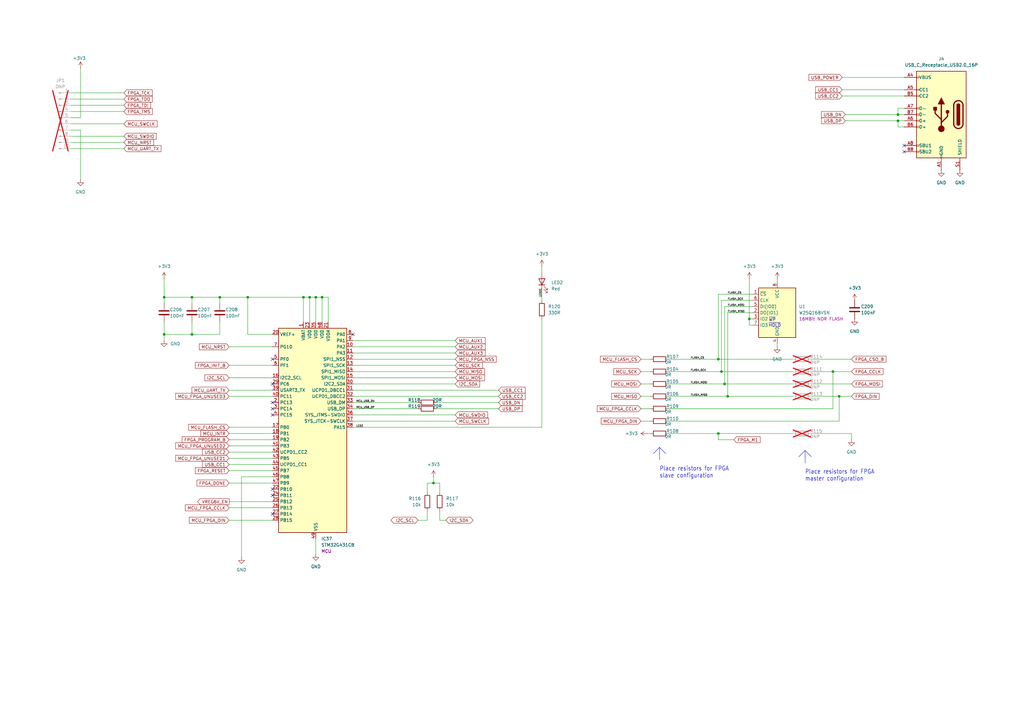
<source format=kicad_sch>
(kicad_sch
	(version 20231120)
	(generator "eeschema")
	(generator_version "8.0")
	(uuid "9f42ee4b-e702-43a5-8632-444b08556300")
	(paper "A3")
	(title_block
		(title "FPGA + MCU Connections")
		(company "LibreVNA")
	)
	(lib_symbols
		(symbol "Connector:Conn_01x10_Pin"
			(pin_names
				(offset 1.016) hide)
			(exclude_from_sim no)
			(in_bom yes)
			(on_board yes)
			(property "Reference" "J"
				(at 0 12.7 0)
				(effects
					(font
						(size 1.27 1.27)
					)
				)
			)
			(property "Value" "Conn_01x10_Pin"
				(at 0 -15.24 0)
				(effects
					(font
						(size 1.27 1.27)
					)
				)
			)
			(property "Footprint" ""
				(at 0 0 0)
				(effects
					(font
						(size 1.27 1.27)
					)
					(hide yes)
				)
			)
			(property "Datasheet" "~"
				(at 0 0 0)
				(effects
					(font
						(size 1.27 1.27)
					)
					(hide yes)
				)
			)
			(property "Description" "Generic connector, single row, 01x10, script generated"
				(at 0 0 0)
				(effects
					(font
						(size 1.27 1.27)
					)
					(hide yes)
				)
			)
			(property "ki_locked" ""
				(at 0 0 0)
				(effects
					(font
						(size 1.27 1.27)
					)
				)
			)
			(property "ki_keywords" "connector"
				(at 0 0 0)
				(effects
					(font
						(size 1.27 1.27)
					)
					(hide yes)
				)
			)
			(property "ki_fp_filters" "Connector*:*_1x??_*"
				(at 0 0 0)
				(effects
					(font
						(size 1.27 1.27)
					)
					(hide yes)
				)
			)
			(symbol "Conn_01x10_Pin_1_1"
				(polyline
					(pts
						(xy 1.27 -12.7) (xy 0.8636 -12.7)
					)
					(stroke
						(width 0.1524)
						(type default)
					)
					(fill
						(type none)
					)
				)
				(polyline
					(pts
						(xy 1.27 -10.16) (xy 0.8636 -10.16)
					)
					(stroke
						(width 0.1524)
						(type default)
					)
					(fill
						(type none)
					)
				)
				(polyline
					(pts
						(xy 1.27 -7.62) (xy 0.8636 -7.62)
					)
					(stroke
						(width 0.1524)
						(type default)
					)
					(fill
						(type none)
					)
				)
				(polyline
					(pts
						(xy 1.27 -5.08) (xy 0.8636 -5.08)
					)
					(stroke
						(width 0.1524)
						(type default)
					)
					(fill
						(type none)
					)
				)
				(polyline
					(pts
						(xy 1.27 -2.54) (xy 0.8636 -2.54)
					)
					(stroke
						(width 0.1524)
						(type default)
					)
					(fill
						(type none)
					)
				)
				(polyline
					(pts
						(xy 1.27 0) (xy 0.8636 0)
					)
					(stroke
						(width 0.1524)
						(type default)
					)
					(fill
						(type none)
					)
				)
				(polyline
					(pts
						(xy 1.27 2.54) (xy 0.8636 2.54)
					)
					(stroke
						(width 0.1524)
						(type default)
					)
					(fill
						(type none)
					)
				)
				(polyline
					(pts
						(xy 1.27 5.08) (xy 0.8636 5.08)
					)
					(stroke
						(width 0.1524)
						(type default)
					)
					(fill
						(type none)
					)
				)
				(polyline
					(pts
						(xy 1.27 7.62) (xy 0.8636 7.62)
					)
					(stroke
						(width 0.1524)
						(type default)
					)
					(fill
						(type none)
					)
				)
				(polyline
					(pts
						(xy 1.27 10.16) (xy 0.8636 10.16)
					)
					(stroke
						(width 0.1524)
						(type default)
					)
					(fill
						(type none)
					)
				)
				(rectangle
					(start 0.8636 -12.573)
					(end 0 -12.827)
					(stroke
						(width 0.1524)
						(type default)
					)
					(fill
						(type outline)
					)
				)
				(rectangle
					(start 0.8636 -10.033)
					(end 0 -10.287)
					(stroke
						(width 0.1524)
						(type default)
					)
					(fill
						(type outline)
					)
				)
				(rectangle
					(start 0.8636 -7.493)
					(end 0 -7.747)
					(stroke
						(width 0.1524)
						(type default)
					)
					(fill
						(type outline)
					)
				)
				(rectangle
					(start 0.8636 -4.953)
					(end 0 -5.207)
					(stroke
						(width 0.1524)
						(type default)
					)
					(fill
						(type outline)
					)
				)
				(rectangle
					(start 0.8636 -2.413)
					(end 0 -2.667)
					(stroke
						(width 0.1524)
						(type default)
					)
					(fill
						(type outline)
					)
				)
				(rectangle
					(start 0.8636 0.127)
					(end 0 -0.127)
					(stroke
						(width 0.1524)
						(type default)
					)
					(fill
						(type outline)
					)
				)
				(rectangle
					(start 0.8636 2.667)
					(end 0 2.413)
					(stroke
						(width 0.1524)
						(type default)
					)
					(fill
						(type outline)
					)
				)
				(rectangle
					(start 0.8636 5.207)
					(end 0 4.953)
					(stroke
						(width 0.1524)
						(type default)
					)
					(fill
						(type outline)
					)
				)
				(rectangle
					(start 0.8636 7.747)
					(end 0 7.493)
					(stroke
						(width 0.1524)
						(type default)
					)
					(fill
						(type outline)
					)
				)
				(rectangle
					(start 0.8636 10.287)
					(end 0 10.033)
					(stroke
						(width 0.1524)
						(type default)
					)
					(fill
						(type outline)
					)
				)
				(pin passive line
					(at 5.08 10.16 180)
					(length 3.81)
					(name "Pin_1"
						(effects
							(font
								(size 1.27 1.27)
							)
						)
					)
					(number "1"
						(effects
							(font
								(size 1.27 1.27)
							)
						)
					)
				)
				(pin passive line
					(at 5.08 -12.7 180)
					(length 3.81)
					(name "Pin_10"
						(effects
							(font
								(size 1.27 1.27)
							)
						)
					)
					(number "10"
						(effects
							(font
								(size 1.27 1.27)
							)
						)
					)
				)
				(pin passive line
					(at 5.08 7.62 180)
					(length 3.81)
					(name "Pin_2"
						(effects
							(font
								(size 1.27 1.27)
							)
						)
					)
					(number "2"
						(effects
							(font
								(size 1.27 1.27)
							)
						)
					)
				)
				(pin passive line
					(at 5.08 5.08 180)
					(length 3.81)
					(name "Pin_3"
						(effects
							(font
								(size 1.27 1.27)
							)
						)
					)
					(number "3"
						(effects
							(font
								(size 1.27 1.27)
							)
						)
					)
				)
				(pin passive line
					(at 5.08 2.54 180)
					(length 3.81)
					(name "Pin_4"
						(effects
							(font
								(size 1.27 1.27)
							)
						)
					)
					(number "4"
						(effects
							(font
								(size 1.27 1.27)
							)
						)
					)
				)
				(pin passive line
					(at 5.08 0 180)
					(length 3.81)
					(name "Pin_5"
						(effects
							(font
								(size 1.27 1.27)
							)
						)
					)
					(number "5"
						(effects
							(font
								(size 1.27 1.27)
							)
						)
					)
				)
				(pin passive line
					(at 5.08 -2.54 180)
					(length 3.81)
					(name "Pin_6"
						(effects
							(font
								(size 1.27 1.27)
							)
						)
					)
					(number "6"
						(effects
							(font
								(size 1.27 1.27)
							)
						)
					)
				)
				(pin passive line
					(at 5.08 -5.08 180)
					(length 3.81)
					(name "Pin_7"
						(effects
							(font
								(size 1.27 1.27)
							)
						)
					)
					(number "7"
						(effects
							(font
								(size 1.27 1.27)
							)
						)
					)
				)
				(pin passive line
					(at 5.08 -7.62 180)
					(length 3.81)
					(name "Pin_8"
						(effects
							(font
								(size 1.27 1.27)
							)
						)
					)
					(number "8"
						(effects
							(font
								(size 1.27 1.27)
							)
						)
					)
				)
				(pin passive line
					(at 5.08 -10.16 180)
					(length 3.81)
					(name "Pin_9"
						(effects
							(font
								(size 1.27 1.27)
							)
						)
					)
					(number "9"
						(effects
							(font
								(size 1.27 1.27)
							)
						)
					)
				)
			)
		)
		(symbol "Connector:USB_C_Receptacle_USB2.0_16P"
			(pin_names
				(offset 1.016)
			)
			(exclude_from_sim no)
			(in_bom yes)
			(on_board yes)
			(property "Reference" "J"
				(at 0 22.225 0)
				(effects
					(font
						(size 1.27 1.27)
					)
				)
			)
			(property "Value" "USB_C_Receptacle_USB2.0_16P"
				(at 0 19.685 0)
				(effects
					(font
						(size 1.27 1.27)
					)
				)
			)
			(property "Footprint" ""
				(at 3.81 0 0)
				(effects
					(font
						(size 1.27 1.27)
					)
					(hide yes)
				)
			)
			(property "Datasheet" "https://www.usb.org/sites/default/files/documents/usb_type-c.zip"
				(at 3.81 0 0)
				(effects
					(font
						(size 1.27 1.27)
					)
					(hide yes)
				)
			)
			(property "Description" "USB 2.0-only 16P Type-C Receptacle connector"
				(at 0 0 0)
				(effects
					(font
						(size 1.27 1.27)
					)
					(hide yes)
				)
			)
			(property "ki_keywords" "usb universal serial bus type-C USB2.0"
				(at 0 0 0)
				(effects
					(font
						(size 1.27 1.27)
					)
					(hide yes)
				)
			)
			(property "ki_fp_filters" "USB*C*Receptacle*"
				(at 0 0 0)
				(effects
					(font
						(size 1.27 1.27)
					)
					(hide yes)
				)
			)
			(symbol "USB_C_Receptacle_USB2.0_16P_0_0"
				(rectangle
					(start -0.254 -17.78)
					(end 0.254 -16.764)
					(stroke
						(width 0)
						(type default)
					)
					(fill
						(type none)
					)
				)
				(rectangle
					(start 10.16 -14.986)
					(end 9.144 -15.494)
					(stroke
						(width 0)
						(type default)
					)
					(fill
						(type none)
					)
				)
				(rectangle
					(start 10.16 -12.446)
					(end 9.144 -12.954)
					(stroke
						(width 0)
						(type default)
					)
					(fill
						(type none)
					)
				)
				(rectangle
					(start 10.16 -4.826)
					(end 9.144 -5.334)
					(stroke
						(width 0)
						(type default)
					)
					(fill
						(type none)
					)
				)
				(rectangle
					(start 10.16 -2.286)
					(end 9.144 -2.794)
					(stroke
						(width 0)
						(type default)
					)
					(fill
						(type none)
					)
				)
				(rectangle
					(start 10.16 0.254)
					(end 9.144 -0.254)
					(stroke
						(width 0)
						(type default)
					)
					(fill
						(type none)
					)
				)
				(rectangle
					(start 10.16 2.794)
					(end 9.144 2.286)
					(stroke
						(width 0)
						(type default)
					)
					(fill
						(type none)
					)
				)
				(rectangle
					(start 10.16 7.874)
					(end 9.144 7.366)
					(stroke
						(width 0)
						(type default)
					)
					(fill
						(type none)
					)
				)
				(rectangle
					(start 10.16 10.414)
					(end 9.144 9.906)
					(stroke
						(width 0)
						(type default)
					)
					(fill
						(type none)
					)
				)
				(rectangle
					(start 10.16 15.494)
					(end 9.144 14.986)
					(stroke
						(width 0)
						(type default)
					)
					(fill
						(type none)
					)
				)
			)
			(symbol "USB_C_Receptacle_USB2.0_16P_0_1"
				(rectangle
					(start -10.16 17.78)
					(end 10.16 -17.78)
					(stroke
						(width 0.254)
						(type default)
					)
					(fill
						(type background)
					)
				)
				(arc
					(start -8.89 -3.81)
					(mid -6.985 -5.7067)
					(end -5.08 -3.81)
					(stroke
						(width 0.508)
						(type default)
					)
					(fill
						(type none)
					)
				)
				(arc
					(start -7.62 -3.81)
					(mid -6.985 -4.4423)
					(end -6.35 -3.81)
					(stroke
						(width 0.254)
						(type default)
					)
					(fill
						(type none)
					)
				)
				(arc
					(start -7.62 -3.81)
					(mid -6.985 -4.4423)
					(end -6.35 -3.81)
					(stroke
						(width 0.254)
						(type default)
					)
					(fill
						(type outline)
					)
				)
				(rectangle
					(start -7.62 -3.81)
					(end -6.35 3.81)
					(stroke
						(width 0.254)
						(type default)
					)
					(fill
						(type outline)
					)
				)
				(arc
					(start -6.35 3.81)
					(mid -6.985 4.4423)
					(end -7.62 3.81)
					(stroke
						(width 0.254)
						(type default)
					)
					(fill
						(type none)
					)
				)
				(arc
					(start -6.35 3.81)
					(mid -6.985 4.4423)
					(end -7.62 3.81)
					(stroke
						(width 0.254)
						(type default)
					)
					(fill
						(type outline)
					)
				)
				(arc
					(start -5.08 3.81)
					(mid -6.985 5.7067)
					(end -8.89 3.81)
					(stroke
						(width 0.508)
						(type default)
					)
					(fill
						(type none)
					)
				)
				(circle
					(center -2.54 1.143)
					(radius 0.635)
					(stroke
						(width 0.254)
						(type default)
					)
					(fill
						(type outline)
					)
				)
				(circle
					(center 0 -5.842)
					(radius 1.27)
					(stroke
						(width 0)
						(type default)
					)
					(fill
						(type outline)
					)
				)
				(polyline
					(pts
						(xy -8.89 -3.81) (xy -8.89 3.81)
					)
					(stroke
						(width 0.508)
						(type default)
					)
					(fill
						(type none)
					)
				)
				(polyline
					(pts
						(xy -5.08 3.81) (xy -5.08 -3.81)
					)
					(stroke
						(width 0.508)
						(type default)
					)
					(fill
						(type none)
					)
				)
				(polyline
					(pts
						(xy 0 -5.842) (xy 0 4.318)
					)
					(stroke
						(width 0.508)
						(type default)
					)
					(fill
						(type none)
					)
				)
				(polyline
					(pts
						(xy 0 -3.302) (xy -2.54 -0.762) (xy -2.54 0.508)
					)
					(stroke
						(width 0.508)
						(type default)
					)
					(fill
						(type none)
					)
				)
				(polyline
					(pts
						(xy 0 -2.032) (xy 2.54 0.508) (xy 2.54 1.778)
					)
					(stroke
						(width 0.508)
						(type default)
					)
					(fill
						(type none)
					)
				)
				(polyline
					(pts
						(xy -1.27 4.318) (xy 0 6.858) (xy 1.27 4.318) (xy -1.27 4.318)
					)
					(stroke
						(width 0.254)
						(type default)
					)
					(fill
						(type outline)
					)
				)
				(rectangle
					(start 1.905 1.778)
					(end 3.175 3.048)
					(stroke
						(width 0.254)
						(type default)
					)
					(fill
						(type outline)
					)
				)
			)
			(symbol "USB_C_Receptacle_USB2.0_16P_1_1"
				(pin passive line
					(at 0 -22.86 90)
					(length 5.08)
					(name "GND"
						(effects
							(font
								(size 1.27 1.27)
							)
						)
					)
					(number "A1"
						(effects
							(font
								(size 1.27 1.27)
							)
						)
					)
				)
				(pin passive line
					(at 0 -22.86 90)
					(length 5.08) hide
					(name "GND"
						(effects
							(font
								(size 1.27 1.27)
							)
						)
					)
					(number "A12"
						(effects
							(font
								(size 1.27 1.27)
							)
						)
					)
				)
				(pin passive line
					(at 15.24 15.24 180)
					(length 5.08)
					(name "VBUS"
						(effects
							(font
								(size 1.27 1.27)
							)
						)
					)
					(number "A4"
						(effects
							(font
								(size 1.27 1.27)
							)
						)
					)
				)
				(pin bidirectional line
					(at 15.24 10.16 180)
					(length 5.08)
					(name "CC1"
						(effects
							(font
								(size 1.27 1.27)
							)
						)
					)
					(number "A5"
						(effects
							(font
								(size 1.27 1.27)
							)
						)
					)
				)
				(pin bidirectional line
					(at 15.24 -2.54 180)
					(length 5.08)
					(name "D+"
						(effects
							(font
								(size 1.27 1.27)
							)
						)
					)
					(number "A6"
						(effects
							(font
								(size 1.27 1.27)
							)
						)
					)
				)
				(pin bidirectional line
					(at 15.24 2.54 180)
					(length 5.08)
					(name "D-"
						(effects
							(font
								(size 1.27 1.27)
							)
						)
					)
					(number "A7"
						(effects
							(font
								(size 1.27 1.27)
							)
						)
					)
				)
				(pin bidirectional line
					(at 15.24 -12.7 180)
					(length 5.08)
					(name "SBU1"
						(effects
							(font
								(size 1.27 1.27)
							)
						)
					)
					(number "A8"
						(effects
							(font
								(size 1.27 1.27)
							)
						)
					)
				)
				(pin passive line
					(at 15.24 15.24 180)
					(length 5.08) hide
					(name "VBUS"
						(effects
							(font
								(size 1.27 1.27)
							)
						)
					)
					(number "A9"
						(effects
							(font
								(size 1.27 1.27)
							)
						)
					)
				)
				(pin passive line
					(at 0 -22.86 90)
					(length 5.08) hide
					(name "GND"
						(effects
							(font
								(size 1.27 1.27)
							)
						)
					)
					(number "B1"
						(effects
							(font
								(size 1.27 1.27)
							)
						)
					)
				)
				(pin passive line
					(at 0 -22.86 90)
					(length 5.08) hide
					(name "GND"
						(effects
							(font
								(size 1.27 1.27)
							)
						)
					)
					(number "B12"
						(effects
							(font
								(size 1.27 1.27)
							)
						)
					)
				)
				(pin passive line
					(at 15.24 15.24 180)
					(length 5.08) hide
					(name "VBUS"
						(effects
							(font
								(size 1.27 1.27)
							)
						)
					)
					(number "B4"
						(effects
							(font
								(size 1.27 1.27)
							)
						)
					)
				)
				(pin bidirectional line
					(at 15.24 7.62 180)
					(length 5.08)
					(name "CC2"
						(effects
							(font
								(size 1.27 1.27)
							)
						)
					)
					(number "B5"
						(effects
							(font
								(size 1.27 1.27)
							)
						)
					)
				)
				(pin bidirectional line
					(at 15.24 -5.08 180)
					(length 5.08)
					(name "D+"
						(effects
							(font
								(size 1.27 1.27)
							)
						)
					)
					(number "B6"
						(effects
							(font
								(size 1.27 1.27)
							)
						)
					)
				)
				(pin bidirectional line
					(at 15.24 0 180)
					(length 5.08)
					(name "D-"
						(effects
							(font
								(size 1.27 1.27)
							)
						)
					)
					(number "B7"
						(effects
							(font
								(size 1.27 1.27)
							)
						)
					)
				)
				(pin bidirectional line
					(at 15.24 -15.24 180)
					(length 5.08)
					(name "SBU2"
						(effects
							(font
								(size 1.27 1.27)
							)
						)
					)
					(number "B8"
						(effects
							(font
								(size 1.27 1.27)
							)
						)
					)
				)
				(pin passive line
					(at 15.24 15.24 180)
					(length 5.08) hide
					(name "VBUS"
						(effects
							(font
								(size 1.27 1.27)
							)
						)
					)
					(number "B9"
						(effects
							(font
								(size 1.27 1.27)
							)
						)
					)
				)
				(pin passive line
					(at -7.62 -22.86 90)
					(length 5.08)
					(name "SHIELD"
						(effects
							(font
								(size 1.27 1.27)
							)
						)
					)
					(number "S1"
						(effects
							(font
								(size 1.27 1.27)
							)
						)
					)
				)
			)
		)
		(symbol "Device:C"
			(pin_numbers hide)
			(pin_names
				(offset 0.254)
			)
			(exclude_from_sim no)
			(in_bom yes)
			(on_board yes)
			(property "Reference" "C"
				(at 0.635 2.54 0)
				(effects
					(font
						(size 1.27 1.27)
					)
					(justify left)
				)
			)
			(property "Value" "C"
				(at 0.635 -2.54 0)
				(effects
					(font
						(size 1.27 1.27)
					)
					(justify left)
				)
			)
			(property "Footprint" ""
				(at 0.9652 -3.81 0)
				(effects
					(font
						(size 1.27 1.27)
					)
					(hide yes)
				)
			)
			(property "Datasheet" "~"
				(at 0 0 0)
				(effects
					(font
						(size 1.27 1.27)
					)
					(hide yes)
				)
			)
			(property "Description" "Unpolarized capacitor"
				(at 0 0 0)
				(effects
					(font
						(size 1.27 1.27)
					)
					(hide yes)
				)
			)
			(property "ki_keywords" "cap capacitor"
				(at 0 0 0)
				(effects
					(font
						(size 1.27 1.27)
					)
					(hide yes)
				)
			)
			(property "ki_fp_filters" "C_*"
				(at 0 0 0)
				(effects
					(font
						(size 1.27 1.27)
					)
					(hide yes)
				)
			)
			(symbol "C_0_1"
				(polyline
					(pts
						(xy -2.032 -0.762) (xy 2.032 -0.762)
					)
					(stroke
						(width 0.508)
						(type default)
					)
					(fill
						(type none)
					)
				)
				(polyline
					(pts
						(xy -2.032 0.762) (xy 2.032 0.762)
					)
					(stroke
						(width 0.508)
						(type default)
					)
					(fill
						(type none)
					)
				)
			)
			(symbol "C_1_1"
				(pin passive line
					(at 0 3.81 270)
					(length 2.794)
					(name "~"
						(effects
							(font
								(size 1.27 1.27)
							)
						)
					)
					(number "1"
						(effects
							(font
								(size 1.27 1.27)
							)
						)
					)
				)
				(pin passive line
					(at 0 -3.81 90)
					(length 2.794)
					(name "~"
						(effects
							(font
								(size 1.27 1.27)
							)
						)
					)
					(number "2"
						(effects
							(font
								(size 1.27 1.27)
							)
						)
					)
				)
			)
		)
		(symbol "Device:LED"
			(pin_numbers hide)
			(pin_names
				(offset 1.016) hide)
			(exclude_from_sim no)
			(in_bom yes)
			(on_board yes)
			(property "Reference" "D"
				(at 0 2.54 0)
				(effects
					(font
						(size 1.27 1.27)
					)
				)
			)
			(property "Value" "LED"
				(at 0 -2.54 0)
				(effects
					(font
						(size 1.27 1.27)
					)
				)
			)
			(property "Footprint" ""
				(at 0 0 0)
				(effects
					(font
						(size 1.27 1.27)
					)
					(hide yes)
				)
			)
			(property "Datasheet" "~"
				(at 0 0 0)
				(effects
					(font
						(size 1.27 1.27)
					)
					(hide yes)
				)
			)
			(property "Description" "Light emitting diode"
				(at 0 0 0)
				(effects
					(font
						(size 1.27 1.27)
					)
					(hide yes)
				)
			)
			(property "ki_keywords" "LED diode"
				(at 0 0 0)
				(effects
					(font
						(size 1.27 1.27)
					)
					(hide yes)
				)
			)
			(property "ki_fp_filters" "LED* LED_SMD:* LED_THT:*"
				(at 0 0 0)
				(effects
					(font
						(size 1.27 1.27)
					)
					(hide yes)
				)
			)
			(symbol "LED_0_1"
				(polyline
					(pts
						(xy -1.27 -1.27) (xy -1.27 1.27)
					)
					(stroke
						(width 0.254)
						(type default)
					)
					(fill
						(type none)
					)
				)
				(polyline
					(pts
						(xy -1.27 0) (xy 1.27 0)
					)
					(stroke
						(width 0)
						(type default)
					)
					(fill
						(type none)
					)
				)
				(polyline
					(pts
						(xy 1.27 -1.27) (xy 1.27 1.27) (xy -1.27 0) (xy 1.27 -1.27)
					)
					(stroke
						(width 0.254)
						(type default)
					)
					(fill
						(type none)
					)
				)
				(polyline
					(pts
						(xy -3.048 -0.762) (xy -4.572 -2.286) (xy -3.81 -2.286) (xy -4.572 -2.286) (xy -4.572 -1.524)
					)
					(stroke
						(width 0)
						(type default)
					)
					(fill
						(type none)
					)
				)
				(polyline
					(pts
						(xy -1.778 -0.762) (xy -3.302 -2.286) (xy -2.54 -2.286) (xy -3.302 -2.286) (xy -3.302 -1.524)
					)
					(stroke
						(width 0)
						(type default)
					)
					(fill
						(type none)
					)
				)
			)
			(symbol "LED_1_1"
				(pin passive line
					(at -3.81 0 0)
					(length 2.54)
					(name "K"
						(effects
							(font
								(size 1.27 1.27)
							)
						)
					)
					(number "1"
						(effects
							(font
								(size 1.27 1.27)
							)
						)
					)
				)
				(pin passive line
					(at 3.81 0 180)
					(length 2.54)
					(name "A"
						(effects
							(font
								(size 1.27 1.27)
							)
						)
					)
					(number "2"
						(effects
							(font
								(size 1.27 1.27)
							)
						)
					)
				)
			)
		)
		(symbol "Device:R"
			(pin_numbers hide)
			(pin_names
				(offset 0)
			)
			(exclude_from_sim no)
			(in_bom yes)
			(on_board yes)
			(property "Reference" "R"
				(at 2.032 0 90)
				(effects
					(font
						(size 1.27 1.27)
					)
				)
			)
			(property "Value" "R"
				(at 0 0 90)
				(effects
					(font
						(size 1.27 1.27)
					)
				)
			)
			(property "Footprint" ""
				(at -1.778 0 90)
				(effects
					(font
						(size 1.27 1.27)
					)
					(hide yes)
				)
			)
			(property "Datasheet" "~"
				(at 0 0 0)
				(effects
					(font
						(size 1.27 1.27)
					)
					(hide yes)
				)
			)
			(property "Description" "Resistor"
				(at 0 0 0)
				(effects
					(font
						(size 1.27 1.27)
					)
					(hide yes)
				)
			)
			(property "ki_keywords" "R res resistor"
				(at 0 0 0)
				(effects
					(font
						(size 1.27 1.27)
					)
					(hide yes)
				)
			)
			(property "ki_fp_filters" "R_*"
				(at 0 0 0)
				(effects
					(font
						(size 1.27 1.27)
					)
					(hide yes)
				)
			)
			(symbol "R_0_1"
				(rectangle
					(start -1.016 -2.54)
					(end 1.016 2.54)
					(stroke
						(width 0.254)
						(type default)
					)
					(fill
						(type none)
					)
				)
			)
			(symbol "R_1_1"
				(pin passive line
					(at 0 3.81 270)
					(length 1.27)
					(name "~"
						(effects
							(font
								(size 1.27 1.27)
							)
						)
					)
					(number "1"
						(effects
							(font
								(size 1.27 1.27)
							)
						)
					)
				)
				(pin passive line
					(at 0 -3.81 90)
					(length 1.27)
					(name "~"
						(effects
							(font
								(size 1.27 1.27)
							)
						)
					)
					(number "2"
						(effects
							(font
								(size 1.27 1.27)
							)
						)
					)
				)
			)
		)
		(symbol "MCU_ST_STM32G4:STM32G431CBUx"
			(exclude_from_sim no)
			(in_bom yes)
			(on_board yes)
			(property "Reference" "U"
				(at -12.7 44.45 0)
				(effects
					(font
						(size 1.27 1.27)
					)
					(justify left)
				)
			)
			(property "Value" "STM32G431CBUx"
				(at 10.16 44.45 0)
				(effects
					(font
						(size 1.27 1.27)
					)
					(justify left)
				)
			)
			(property "Footprint" "Package_DFN_QFN:QFN-48-1EP_7x7mm_P0.5mm_EP5.6x5.6mm"
				(at -12.7 -40.64 0)
				(effects
					(font
						(size 1.27 1.27)
					)
					(justify right)
					(hide yes)
				)
			)
			(property "Datasheet" "https://www.st.com/resource/en/datasheet/stm32g431cb.pdf"
				(at 0 0 0)
				(effects
					(font
						(size 1.27 1.27)
					)
					(hide yes)
				)
			)
			(property "Description" "STMicroelectronics Arm Cortex-M4 MCU, 128KB flash, 32KB RAM, 170 MHz, 1.71-3.6V, 42 GPIO, UFQFPN48"
				(at 0 0 0)
				(effects
					(font
						(size 1.27 1.27)
					)
					(hide yes)
				)
			)
			(property "ki_locked" ""
				(at 0 0 0)
				(effects
					(font
						(size 1.27 1.27)
					)
				)
			)
			(property "ki_keywords" "Arm Cortex-M4 STM32G4 STM32G4x1"
				(at 0 0 0)
				(effects
					(font
						(size 1.27 1.27)
					)
					(hide yes)
				)
			)
			(property "ki_fp_filters" "QFN*1EP*7x7mm*P0.5mm*"
				(at 0 0 0)
				(effects
					(font
						(size 1.27 1.27)
					)
					(hide yes)
				)
			)
			(symbol "STM32G431CBUx_0_1"
				(rectangle
					(start -12.7 -40.64)
					(end 15.24 43.18)
					(stroke
						(width 0.254)
						(type default)
					)
					(fill
						(type background)
					)
				)
			)
			(symbol "STM32G431CBUx_1_1"
				(pin power_in line
					(at -2.54 45.72 270)
					(length 2.54)
					(name "VBAT"
						(effects
							(font
								(size 1.27 1.27)
							)
						)
					)
					(number "1"
						(effects
							(font
								(size 1.27 1.27)
							)
						)
					)
				)
				(pin bidirectional line
					(at 17.78 35.56 180)
					(length 2.54)
					(name "PA2"
						(effects
							(font
								(size 1.27 1.27)
							)
						)
					)
					(number "10"
						(effects
							(font
								(size 1.27 1.27)
							)
						)
					)
					(alternate "ADC1_IN3" bidirectional line)
					(alternate "COMP2_INM" bidirectional line)
					(alternate "COMP2_OUT" bidirectional line)
					(alternate "LPUART1_TX" bidirectional line)
					(alternate "OPAMP1_VOUT" bidirectional line)
					(alternate "RCC_LSCO" bidirectional line)
					(alternate "SYS_WKUP4" bidirectional line)
					(alternate "TIM15_CH1" bidirectional line)
					(alternate "TIM2_CH3" bidirectional line)
					(alternate "UCPD1_FRSTX1" bidirectional line)
					(alternate "UCPD1_FRSTX2" bidirectional line)
					(alternate "USART2_TX" bidirectional line)
				)
				(pin bidirectional line
					(at 17.78 33.02 180)
					(length 2.54)
					(name "PA3"
						(effects
							(font
								(size 1.27 1.27)
							)
						)
					)
					(number "11"
						(effects
							(font
								(size 1.27 1.27)
							)
						)
					)
					(alternate "ADC1_IN4" bidirectional line)
					(alternate "COMP2_INP" bidirectional line)
					(alternate "LPUART1_RX" bidirectional line)
					(alternate "OPAMP1_VINM" bidirectional line)
					(alternate "OPAMP1_VINM0" bidirectional line)
					(alternate "OPAMP1_VINM_SEC" bidirectional line)
					(alternate "OPAMP1_VINP" bidirectional line)
					(alternate "OPAMP1_VINP_SEC" bidirectional line)
					(alternate "SAI1_CK1" bidirectional line)
					(alternate "SAI1_MCLK_A" bidirectional line)
					(alternate "TIM15_CH2" bidirectional line)
					(alternate "TIM2_CH4" bidirectional line)
					(alternate "USART2_RX" bidirectional line)
				)
				(pin bidirectional line
					(at 17.78 30.48 180)
					(length 2.54)
					(name "PA4"
						(effects
							(font
								(size 1.27 1.27)
							)
						)
					)
					(number "12"
						(effects
							(font
								(size 1.27 1.27)
							)
						)
					)
					(alternate "ADC2_IN17" bidirectional line)
					(alternate "COMP1_INM" bidirectional line)
					(alternate "DAC1_OUT1" bidirectional line)
					(alternate "I2S3_WS" bidirectional line)
					(alternate "SAI1_FS_B" bidirectional line)
					(alternate "SPI1_NSS" bidirectional line)
					(alternate "SPI3_NSS" bidirectional line)
					(alternate "TIM3_CH2" bidirectional line)
					(alternate "USART2_CK" bidirectional line)
				)
				(pin bidirectional line
					(at 17.78 27.94 180)
					(length 2.54)
					(name "PA5"
						(effects
							(font
								(size 1.27 1.27)
							)
						)
					)
					(number "13"
						(effects
							(font
								(size 1.27 1.27)
							)
						)
					)
					(alternate "ADC2_IN13" bidirectional line)
					(alternate "COMP2_INM" bidirectional line)
					(alternate "DAC1_OUT2" bidirectional line)
					(alternate "OPAMP2_VINM" bidirectional line)
					(alternate "OPAMP2_VINM0" bidirectional line)
					(alternate "OPAMP2_VINM_SEC" bidirectional line)
					(alternate "SPI1_SCK" bidirectional line)
					(alternate "TIM2_CH1" bidirectional line)
					(alternate "TIM2_ETR" bidirectional line)
					(alternate "UCPD1_FRSTX1" bidirectional line)
					(alternate "UCPD1_FRSTX2" bidirectional line)
				)
				(pin bidirectional line
					(at 17.78 25.4 180)
					(length 2.54)
					(name "PA6"
						(effects
							(font
								(size 1.27 1.27)
							)
						)
					)
					(number "14"
						(effects
							(font
								(size 1.27 1.27)
							)
						)
					)
					(alternate "ADC2_IN3" bidirectional line)
					(alternate "COMP1_OUT" bidirectional line)
					(alternate "LPUART1_CTS" bidirectional line)
					(alternate "OPAMP2_VOUT" bidirectional line)
					(alternate "SPI1_MISO" bidirectional line)
					(alternate "TIM16_CH1" bidirectional line)
					(alternate "TIM1_BKIN" bidirectional line)
					(alternate "TIM3_CH1" bidirectional line)
					(alternate "TIM8_BKIN" bidirectional line)
				)
				(pin bidirectional line
					(at 17.78 22.86 180)
					(length 2.54)
					(name "PA7"
						(effects
							(font
								(size 1.27 1.27)
							)
						)
					)
					(number "15"
						(effects
							(font
								(size 1.27 1.27)
							)
						)
					)
					(alternate "ADC2_IN4" bidirectional line)
					(alternate "COMP2_INP" bidirectional line)
					(alternate "COMP2_OUT" bidirectional line)
					(alternate "OPAMP1_VINP" bidirectional line)
					(alternate "OPAMP1_VINP_SEC" bidirectional line)
					(alternate "OPAMP2_VINP" bidirectional line)
					(alternate "OPAMP2_VINP_SEC" bidirectional line)
					(alternate "SPI1_MOSI" bidirectional line)
					(alternate "TIM17_CH1" bidirectional line)
					(alternate "TIM1_CH1N" bidirectional line)
					(alternate "TIM3_CH2" bidirectional line)
					(alternate "TIM8_CH1N" bidirectional line)
					(alternate "UCPD1_FRSTX1" bidirectional line)
					(alternate "UCPD1_FRSTX2" bidirectional line)
				)
				(pin bidirectional line
					(at -15.24 22.86 0)
					(length 2.54)
					(name "PC4"
						(effects
							(font
								(size 1.27 1.27)
							)
						)
					)
					(number "16"
						(effects
							(font
								(size 1.27 1.27)
							)
						)
					)
					(alternate "ADC2_IN5" bidirectional line)
					(alternate "I2C2_SCL" bidirectional line)
					(alternate "TIM1_ETR" bidirectional line)
					(alternate "USART1_TX" bidirectional line)
				)
				(pin bidirectional line
					(at -15.24 2.54 0)
					(length 2.54)
					(name "PB0"
						(effects
							(font
								(size 1.27 1.27)
							)
						)
					)
					(number "17"
						(effects
							(font
								(size 1.27 1.27)
							)
						)
					)
					(alternate "ADC1_IN15" bidirectional line)
					(alternate "COMP4_INP" bidirectional line)
					(alternate "OPAMP2_VINP" bidirectional line)
					(alternate "OPAMP2_VINP_SEC" bidirectional line)
					(alternate "OPAMP3_VINP" bidirectional line)
					(alternate "OPAMP3_VINP_SEC" bidirectional line)
					(alternate "TIM1_CH2N" bidirectional line)
					(alternate "TIM3_CH3" bidirectional line)
					(alternate "TIM8_CH2N" bidirectional line)
					(alternate "UCPD1_FRSTX1" bidirectional line)
					(alternate "UCPD1_FRSTX2" bidirectional line)
				)
				(pin bidirectional line
					(at -15.24 0 0)
					(length 2.54)
					(name "PB1"
						(effects
							(font
								(size 1.27 1.27)
							)
						)
					)
					(number "18"
						(effects
							(font
								(size 1.27 1.27)
							)
						)
					)
					(alternate "ADC1_IN12" bidirectional line)
					(alternate "COMP1_INP" bidirectional line)
					(alternate "COMP4_OUT" bidirectional line)
					(alternate "LPUART1_DE" bidirectional line)
					(alternate "LPUART1_RTS" bidirectional line)
					(alternate "OPAMP3_VOUT" bidirectional line)
					(alternate "TIM1_CH3N" bidirectional line)
					(alternate "TIM3_CH4" bidirectional line)
					(alternate "TIM8_CH3N" bidirectional line)
				)
				(pin bidirectional line
					(at -15.24 -2.54 0)
					(length 2.54)
					(name "PB2"
						(effects
							(font
								(size 1.27 1.27)
							)
						)
					)
					(number "19"
						(effects
							(font
								(size 1.27 1.27)
							)
						)
					)
					(alternate "ADC2_IN12" bidirectional line)
					(alternate "COMP4_INM" bidirectional line)
					(alternate "I2C3_SMBA" bidirectional line)
					(alternate "LPTIM1_OUT" bidirectional line)
					(alternate "OPAMP3_VINM" bidirectional line)
					(alternate "OPAMP3_VINM0" bidirectional line)
					(alternate "OPAMP3_VINM_SEC" bidirectional line)
					(alternate "RTC_OUT2" bidirectional line)
				)
				(pin bidirectional line
					(at -15.24 12.7 0)
					(length 2.54)
					(name "PC13"
						(effects
							(font
								(size 1.27 1.27)
							)
						)
					)
					(number "2"
						(effects
							(font
								(size 1.27 1.27)
							)
						)
					)
					(alternate "RTC_OUT1" bidirectional line)
					(alternate "RTC_TAMP1" bidirectional line)
					(alternate "RTC_TS" bidirectional line)
					(alternate "SYS_WKUP2" bidirectional line)
					(alternate "TIM1_BKIN" bidirectional line)
					(alternate "TIM1_CH1N" bidirectional line)
					(alternate "TIM8_CH4N" bidirectional line)
				)
				(pin input line
					(at -15.24 40.64 0)
					(length 2.54)
					(name "VREF+"
						(effects
							(font
								(size 1.27 1.27)
							)
						)
					)
					(number "20"
						(effects
							(font
								(size 1.27 1.27)
							)
						)
					)
					(alternate "VREFBUF_OUT" bidirectional line)
				)
				(pin power_in line
					(at 7.62 45.72 270)
					(length 2.54)
					(name "VDDA"
						(effects
							(font
								(size 1.27 1.27)
							)
						)
					)
					(number "21"
						(effects
							(font
								(size 1.27 1.27)
							)
						)
					)
				)
				(pin bidirectional line
					(at -15.24 -22.86 0)
					(length 2.54)
					(name "PB10"
						(effects
							(font
								(size 1.27 1.27)
							)
						)
					)
					(number "22"
						(effects
							(font
								(size 1.27 1.27)
							)
						)
					)
					(alternate "DAC1_EXTI10" bidirectional line)
					(alternate "DAC3_EXTI10" bidirectional line)
					(alternate "LPUART1_RX" bidirectional line)
					(alternate "OPAMP3_VINM" bidirectional line)
					(alternate "OPAMP3_VINM1" bidirectional line)
					(alternate "OPAMP3_VINM_SEC" bidirectional line)
					(alternate "SAI1_SCK_A" bidirectional line)
					(alternate "TIM1_BKIN" bidirectional line)
					(alternate "TIM2_CH3" bidirectional line)
					(alternate "USART3_TX" bidirectional line)
				)
				(pin power_in line
					(at 0 45.72 270)
					(length 2.54)
					(name "VDD"
						(effects
							(font
								(size 1.27 1.27)
							)
						)
					)
					(number "23"
						(effects
							(font
								(size 1.27 1.27)
							)
						)
					)
				)
				(pin bidirectional line
					(at -15.24 -25.4 0)
					(length 2.54)
					(name "PB11"
						(effects
							(font
								(size 1.27 1.27)
							)
						)
					)
					(number "24"
						(effects
							(font
								(size 1.27 1.27)
							)
						)
					)
					(alternate "ADC1_EXTI11" bidirectional line)
					(alternate "ADC1_IN14" bidirectional line)
					(alternate "ADC2_EXTI11" bidirectional line)
					(alternate "ADC2_IN14" bidirectional line)
					(alternate "LPUART1_TX" bidirectional line)
					(alternate "TIM2_CH4" bidirectional line)
					(alternate "USART3_RX" bidirectional line)
				)
				(pin bidirectional line
					(at -15.24 -27.94 0)
					(length 2.54)
					(name "PB12"
						(effects
							(font
								(size 1.27 1.27)
							)
						)
					)
					(number "25"
						(effects
							(font
								(size 1.27 1.27)
							)
						)
					)
					(alternate "ADC1_IN11" bidirectional line)
					(alternate "I2C2_SMBA" bidirectional line)
					(alternate "I2S2_WS" bidirectional line)
					(alternate "LPUART1_DE" bidirectional line)
					(alternate "LPUART1_RTS" bidirectional line)
					(alternate "SPI2_NSS" bidirectional line)
					(alternate "TIM1_BKIN" bidirectional line)
					(alternate "USART3_CK" bidirectional line)
				)
				(pin bidirectional line
					(at -15.24 -30.48 0)
					(length 2.54)
					(name "PB13"
						(effects
							(font
								(size 1.27 1.27)
							)
						)
					)
					(number "26"
						(effects
							(font
								(size 1.27 1.27)
							)
						)
					)
					(alternate "I2S2_CK" bidirectional line)
					(alternate "LPUART1_CTS" bidirectional line)
					(alternate "OPAMP3_VINP" bidirectional line)
					(alternate "OPAMP3_VINP_SEC" bidirectional line)
					(alternate "SPI2_SCK" bidirectional line)
					(alternate "TIM1_CH1N" bidirectional line)
					(alternate "USART3_CTS" bidirectional line)
					(alternate "USART3_NSS" bidirectional line)
				)
				(pin bidirectional line
					(at -15.24 -33.02 0)
					(length 2.54)
					(name "PB14"
						(effects
							(font
								(size 1.27 1.27)
							)
						)
					)
					(number "27"
						(effects
							(font
								(size 1.27 1.27)
							)
						)
					)
					(alternate "ADC1_IN5" bidirectional line)
					(alternate "COMP4_OUT" bidirectional line)
					(alternate "OPAMP2_VINP" bidirectional line)
					(alternate "OPAMP2_VINP_SEC" bidirectional line)
					(alternate "SPI2_MISO" bidirectional line)
					(alternate "TIM15_CH1" bidirectional line)
					(alternate "TIM1_CH2N" bidirectional line)
					(alternate "USART3_DE" bidirectional line)
					(alternate "USART3_RTS" bidirectional line)
				)
				(pin bidirectional line
					(at -15.24 -35.56 0)
					(length 2.54)
					(name "PB15"
						(effects
							(font
								(size 1.27 1.27)
							)
						)
					)
					(number "28"
						(effects
							(font
								(size 1.27 1.27)
							)
						)
					)
					(alternate "ADC1_EXTI15" bidirectional line)
					(alternate "ADC2_EXTI15" bidirectional line)
					(alternate "ADC2_IN15" bidirectional line)
					(alternate "COMP3_OUT" bidirectional line)
					(alternate "I2S2_SD" bidirectional line)
					(alternate "RTC_REFIN" bidirectional line)
					(alternate "SPI2_MOSI" bidirectional line)
					(alternate "TIM15_CH1N" bidirectional line)
					(alternate "TIM15_CH2" bidirectional line)
					(alternate "TIM1_CH3N" bidirectional line)
				)
				(pin bidirectional line
					(at -15.24 20.32 0)
					(length 2.54)
					(name "PC6"
						(effects
							(font
								(size 1.27 1.27)
							)
						)
					)
					(number "29"
						(effects
							(font
								(size 1.27 1.27)
							)
						)
					)
					(alternate "I2S2_MCK" bidirectional line)
					(alternate "TIM3_CH1" bidirectional line)
					(alternate "TIM8_CH1" bidirectional line)
				)
				(pin bidirectional line
					(at -15.24 10.16 0)
					(length 2.54)
					(name "PC14"
						(effects
							(font
								(size 1.27 1.27)
							)
						)
					)
					(number "3"
						(effects
							(font
								(size 1.27 1.27)
							)
						)
					)
					(alternate "RCC_OSC32_IN" bidirectional line)
				)
				(pin bidirectional line
					(at 17.78 20.32 180)
					(length 2.54)
					(name "PA8"
						(effects
							(font
								(size 1.27 1.27)
							)
						)
					)
					(number "30"
						(effects
							(font
								(size 1.27 1.27)
							)
						)
					)
					(alternate "I2C2_SDA" bidirectional line)
					(alternate "I2C3_SCL" bidirectional line)
					(alternate "I2S2_MCK" bidirectional line)
					(alternate "RCC_MCO" bidirectional line)
					(alternate "SAI1_CK2" bidirectional line)
					(alternate "SAI1_SCK_A" bidirectional line)
					(alternate "TIM1_CH1" bidirectional line)
					(alternate "TIM4_ETR" bidirectional line)
					(alternate "USART1_CK" bidirectional line)
				)
				(pin bidirectional line
					(at 17.78 17.78 180)
					(length 2.54)
					(name "PA9"
						(effects
							(font
								(size 1.27 1.27)
							)
						)
					)
					(number "31"
						(effects
							(font
								(size 1.27 1.27)
							)
						)
					)
					(alternate "DAC1_EXTI9" bidirectional line)
					(alternate "DAC3_EXTI9" bidirectional line)
					(alternate "I2C2_SCL" bidirectional line)
					(alternate "I2C3_SMBA" bidirectional line)
					(alternate "I2S3_MCK" bidirectional line)
					(alternate "SAI1_FS_A" bidirectional line)
					(alternate "TIM15_BKIN" bidirectional line)
					(alternate "TIM1_CH2" bidirectional line)
					(alternate "TIM2_CH3" bidirectional line)
					(alternate "UCPD1_DBCC1" bidirectional line)
					(alternate "USART1_TX" bidirectional line)
				)
				(pin bidirectional line
					(at 17.78 15.24 180)
					(length 2.54)
					(name "PA10"
						(effects
							(font
								(size 1.27 1.27)
							)
						)
					)
					(number "32"
						(effects
							(font
								(size 1.27 1.27)
							)
						)
					)
					(alternate "CRS_SYNC" bidirectional line)
					(alternate "DAC1_EXTI10" bidirectional line)
					(alternate "DAC3_EXTI10" bidirectional line)
					(alternate "I2C2_SMBA" bidirectional line)
					(alternate "SAI1_D1" bidirectional line)
					(alternate "SAI1_SD_A" bidirectional line)
					(alternate "SPI2_MISO" bidirectional line)
					(alternate "TIM17_BKIN" bidirectional line)
					(alternate "TIM1_CH3" bidirectional line)
					(alternate "TIM2_CH4" bidirectional line)
					(alternate "TIM8_BKIN" bidirectional line)
					(alternate "UCPD1_DBCC2" bidirectional line)
					(alternate "USART1_RX" bidirectional line)
				)
				(pin bidirectional line
					(at 17.78 12.7 180)
					(length 2.54)
					(name "PA11"
						(effects
							(font
								(size 1.27 1.27)
							)
						)
					)
					(number "33"
						(effects
							(font
								(size 1.27 1.27)
							)
						)
					)
					(alternate "ADC1_EXTI11" bidirectional line)
					(alternate "ADC2_EXTI11" bidirectional line)
					(alternate "COMP1_OUT" bidirectional line)
					(alternate "FDCAN1_RX" bidirectional line)
					(alternate "I2S2_SD" bidirectional line)
					(alternate "SPI2_MOSI" bidirectional line)
					(alternate "TIM1_BKIN2" bidirectional line)
					(alternate "TIM1_CH1N" bidirectional line)
					(alternate "TIM1_CH4" bidirectional line)
					(alternate "TIM4_CH1" bidirectional line)
					(alternate "USART1_CTS" bidirectional line)
					(alternate "USART1_NSS" bidirectional line)
					(alternate "USB_DM" bidirectional line)
				)
				(pin bidirectional line
					(at 17.78 10.16 180)
					(length 2.54)
					(name "PA12"
						(effects
							(font
								(size 1.27 1.27)
							)
						)
					)
					(number "34"
						(effects
							(font
								(size 1.27 1.27)
							)
						)
					)
					(alternate "COMP2_OUT" bidirectional line)
					(alternate "FDCAN1_TX" bidirectional line)
					(alternate "I2S_CKIN" bidirectional line)
					(alternate "TIM16_CH1" bidirectional line)
					(alternate "TIM1_CH2N" bidirectional line)
					(alternate "TIM1_ETR" bidirectional line)
					(alternate "TIM4_CH2" bidirectional line)
					(alternate "USART1_DE" bidirectional line)
					(alternate "USART1_RTS" bidirectional line)
					(alternate "USB_DP" bidirectional line)
				)
				(pin power_in line
					(at 2.54 45.72 270)
					(length 2.54)
					(name "VDD"
						(effects
							(font
								(size 1.27 1.27)
							)
						)
					)
					(number "35"
						(effects
							(font
								(size 1.27 1.27)
							)
						)
					)
				)
				(pin bidirectional line
					(at 17.78 7.62 180)
					(length 2.54)
					(name "PA13"
						(effects
							(font
								(size 1.27 1.27)
							)
						)
					)
					(number "36"
						(effects
							(font
								(size 1.27 1.27)
							)
						)
					)
					(alternate "I2C1_SCL" bidirectional line)
					(alternate "IR_OUT" bidirectional line)
					(alternate "SAI1_SD_B" bidirectional line)
					(alternate "SYS_JTMS-SWDIO" bidirectional line)
					(alternate "TIM16_CH1N" bidirectional line)
					(alternate "TIM4_CH3" bidirectional line)
					(alternate "USART3_CTS" bidirectional line)
					(alternate "USART3_NSS" bidirectional line)
				)
				(pin bidirectional line
					(at 17.78 5.08 180)
					(length 2.54)
					(name "PA14"
						(effects
							(font
								(size 1.27 1.27)
							)
						)
					)
					(number "37"
						(effects
							(font
								(size 1.27 1.27)
							)
						)
					)
					(alternate "I2C1_SDA" bidirectional line)
					(alternate "LPTIM1_OUT" bidirectional line)
					(alternate "SAI1_FS_B" bidirectional line)
					(alternate "SYS_JTCK-SWCLK" bidirectional line)
					(alternate "TIM1_BKIN" bidirectional line)
					(alternate "TIM8_CH2" bidirectional line)
					(alternate "USART2_TX" bidirectional line)
				)
				(pin bidirectional line
					(at 17.78 2.54 180)
					(length 2.54)
					(name "PA15"
						(effects
							(font
								(size 1.27 1.27)
							)
						)
					)
					(number "38"
						(effects
							(font
								(size 1.27 1.27)
							)
						)
					)
					(alternate "ADC1_EXTI15" bidirectional line)
					(alternate "ADC2_EXTI15" bidirectional line)
					(alternate "I2C1_SCL" bidirectional line)
					(alternate "I2S3_WS" bidirectional line)
					(alternate "SPI1_NSS" bidirectional line)
					(alternate "SPI3_NSS" bidirectional line)
					(alternate "SYS_JTDI" bidirectional line)
					(alternate "TIM1_BKIN" bidirectional line)
					(alternate "TIM2_CH1" bidirectional line)
					(alternate "TIM2_ETR" bidirectional line)
					(alternate "TIM8_CH1" bidirectional line)
					(alternate "USART2_RX" bidirectional line)
				)
				(pin bidirectional line
					(at -15.24 17.78 0)
					(length 2.54)
					(name "PC10"
						(effects
							(font
								(size 1.27 1.27)
							)
						)
					)
					(number "39"
						(effects
							(font
								(size 1.27 1.27)
							)
						)
					)
					(alternate "DAC1_EXTI10" bidirectional line)
					(alternate "DAC3_EXTI10" bidirectional line)
					(alternate "I2S3_CK" bidirectional line)
					(alternate "SPI3_SCK" bidirectional line)
					(alternate "TIM8_CH1N" bidirectional line)
					(alternate "USART3_TX" bidirectional line)
				)
				(pin bidirectional line
					(at -15.24 7.62 0)
					(length 2.54)
					(name "PC15"
						(effects
							(font
								(size 1.27 1.27)
							)
						)
					)
					(number "4"
						(effects
							(font
								(size 1.27 1.27)
							)
						)
					)
					(alternate "ADC1_EXTI15" bidirectional line)
					(alternate "ADC2_EXTI15" bidirectional line)
					(alternate "RCC_OSC32_OUT" bidirectional line)
				)
				(pin bidirectional line
					(at -15.24 15.24 0)
					(length 2.54)
					(name "PC11"
						(effects
							(font
								(size 1.27 1.27)
							)
						)
					)
					(number "40"
						(effects
							(font
								(size 1.27 1.27)
							)
						)
					)
					(alternate "ADC1_EXTI11" bidirectional line)
					(alternate "ADC2_EXTI11" bidirectional line)
					(alternate "I2C3_SDA" bidirectional line)
					(alternate "SPI3_MISO" bidirectional line)
					(alternate "TIM8_CH2N" bidirectional line)
					(alternate "USART3_RX" bidirectional line)
				)
				(pin bidirectional line
					(at -15.24 -5.08 0)
					(length 2.54)
					(name "PB3"
						(effects
							(font
								(size 1.27 1.27)
							)
						)
					)
					(number "41"
						(effects
							(font
								(size 1.27 1.27)
							)
						)
					)
					(alternate "CRS_SYNC" bidirectional line)
					(alternate "I2S3_CK" bidirectional line)
					(alternate "SAI1_SCK_B" bidirectional line)
					(alternate "SPI1_SCK" bidirectional line)
					(alternate "SPI3_SCK" bidirectional line)
					(alternate "SYS_JTDO-SWO" bidirectional line)
					(alternate "TIM2_CH2" bidirectional line)
					(alternate "TIM3_ETR" bidirectional line)
					(alternate "TIM4_ETR" bidirectional line)
					(alternate "TIM8_CH1N" bidirectional line)
					(alternate "USART2_TX" bidirectional line)
				)
				(pin bidirectional line
					(at -15.24 -7.62 0)
					(length 2.54)
					(name "PB4"
						(effects
							(font
								(size 1.27 1.27)
							)
						)
					)
					(number "42"
						(effects
							(font
								(size 1.27 1.27)
							)
						)
					)
					(alternate "SAI1_MCLK_B" bidirectional line)
					(alternate "SPI1_MISO" bidirectional line)
					(alternate "SPI3_MISO" bidirectional line)
					(alternate "SYS_JTRST" bidirectional line)
					(alternate "TIM16_CH1" bidirectional line)
					(alternate "TIM17_BKIN" bidirectional line)
					(alternate "TIM3_CH1" bidirectional line)
					(alternate "TIM8_CH2N" bidirectional line)
					(alternate "UCPD1_CC2" bidirectional line)
					(alternate "USART2_RX" bidirectional line)
				)
				(pin bidirectional line
					(at -15.24 -10.16 0)
					(length 2.54)
					(name "PB5"
						(effects
							(font
								(size 1.27 1.27)
							)
						)
					)
					(number "43"
						(effects
							(font
								(size 1.27 1.27)
							)
						)
					)
					(alternate "I2C1_SMBA" bidirectional line)
					(alternate "I2C3_SDA" bidirectional line)
					(alternate "I2S3_SD" bidirectional line)
					(alternate "LPTIM1_IN1" bidirectional line)
					(alternate "SAI1_SD_B" bidirectional line)
					(alternate "SPI1_MOSI" bidirectional line)
					(alternate "SPI3_MOSI" bidirectional line)
					(alternate "TIM16_BKIN" bidirectional line)
					(alternate "TIM17_CH1" bidirectional line)
					(alternate "TIM3_CH2" bidirectional line)
					(alternate "TIM8_CH3N" bidirectional line)
					(alternate "USART2_CK" bidirectional line)
				)
				(pin bidirectional line
					(at -15.24 -12.7 0)
					(length 2.54)
					(name "PB6"
						(effects
							(font
								(size 1.27 1.27)
							)
						)
					)
					(number "44"
						(effects
							(font
								(size 1.27 1.27)
							)
						)
					)
					(alternate "COMP4_OUT" bidirectional line)
					(alternate "LPTIM1_ETR" bidirectional line)
					(alternate "SAI1_FS_B" bidirectional line)
					(alternate "TIM16_CH1N" bidirectional line)
					(alternate "TIM4_CH1" bidirectional line)
					(alternate "TIM8_BKIN2" bidirectional line)
					(alternate "TIM8_CH1" bidirectional line)
					(alternate "TIM8_ETR" bidirectional line)
					(alternate "UCPD1_CC1" bidirectional line)
					(alternate "USART1_TX" bidirectional line)
				)
				(pin bidirectional line
					(at -15.24 -15.24 0)
					(length 2.54)
					(name "PB7"
						(effects
							(font
								(size 1.27 1.27)
							)
						)
					)
					(number "45"
						(effects
							(font
								(size 1.27 1.27)
							)
						)
					)
					(alternate "COMP3_OUT" bidirectional line)
					(alternate "I2C1_SDA" bidirectional line)
					(alternate "LPTIM1_IN2" bidirectional line)
					(alternate "SYS_PVD_IN" bidirectional line)
					(alternate "TIM17_CH1N" bidirectional line)
					(alternate "TIM3_CH4" bidirectional line)
					(alternate "TIM4_CH2" bidirectional line)
					(alternate "TIM8_BKIN" bidirectional line)
					(alternate "USART1_RX" bidirectional line)
				)
				(pin bidirectional line
					(at -15.24 -17.78 0)
					(length 2.54)
					(name "PB8"
						(effects
							(font
								(size 1.27 1.27)
							)
						)
					)
					(number "46"
						(effects
							(font
								(size 1.27 1.27)
							)
						)
					)
					(alternate "COMP1_OUT" bidirectional line)
					(alternate "FDCAN1_RX" bidirectional line)
					(alternate "I2C1_SCL" bidirectional line)
					(alternate "SAI1_CK1" bidirectional line)
					(alternate "SAI1_MCLK_A" bidirectional line)
					(alternate "TIM16_CH1" bidirectional line)
					(alternate "TIM1_BKIN" bidirectional line)
					(alternate "TIM4_CH3" bidirectional line)
					(alternate "TIM8_CH2" bidirectional line)
					(alternate "USART3_RX" bidirectional line)
				)
				(pin bidirectional line
					(at -15.24 -20.32 0)
					(length 2.54)
					(name "PB9"
						(effects
							(font
								(size 1.27 1.27)
							)
						)
					)
					(number "47"
						(effects
							(font
								(size 1.27 1.27)
							)
						)
					)
					(alternate "COMP2_OUT" bidirectional line)
					(alternate "DAC1_EXTI9" bidirectional line)
					(alternate "DAC3_EXTI9" bidirectional line)
					(alternate "FDCAN1_TX" bidirectional line)
					(alternate "I2C1_SDA" bidirectional line)
					(alternate "IR_OUT" bidirectional line)
					(alternate "SAI1_D2" bidirectional line)
					(alternate "SAI1_FS_A" bidirectional line)
					(alternate "TIM17_CH1" bidirectional line)
					(alternate "TIM1_CH3N" bidirectional line)
					(alternate "TIM4_CH4" bidirectional line)
					(alternate "TIM8_CH3" bidirectional line)
					(alternate "USART3_TX" bidirectional line)
				)
				(pin power_in line
					(at 5.08 45.72 270)
					(length 2.54)
					(name "VDD"
						(effects
							(font
								(size 1.27 1.27)
							)
						)
					)
					(number "48"
						(effects
							(font
								(size 1.27 1.27)
							)
						)
					)
				)
				(pin power_in line
					(at 2.54 -43.18 90)
					(length 2.54)
					(name "VSS"
						(effects
							(font
								(size 1.27 1.27)
							)
						)
					)
					(number "49"
						(effects
							(font
								(size 1.27 1.27)
							)
						)
					)
				)
				(pin bidirectional line
					(at -15.24 30.48 0)
					(length 2.54)
					(name "PF0"
						(effects
							(font
								(size 1.27 1.27)
							)
						)
					)
					(number "5"
						(effects
							(font
								(size 1.27 1.27)
							)
						)
					)
					(alternate "ADC1_IN10" bidirectional line)
					(alternate "I2C2_SDA" bidirectional line)
					(alternate "I2S2_WS" bidirectional line)
					(alternate "RCC_OSC_IN" bidirectional line)
					(alternate "SPI2_NSS" bidirectional line)
					(alternate "TIM1_CH3N" bidirectional line)
				)
				(pin bidirectional line
					(at -15.24 27.94 0)
					(length 2.54)
					(name "PF1"
						(effects
							(font
								(size 1.27 1.27)
							)
						)
					)
					(number "6"
						(effects
							(font
								(size 1.27 1.27)
							)
						)
					)
					(alternate "ADC2_IN10" bidirectional line)
					(alternate "COMP3_INM" bidirectional line)
					(alternate "I2S2_CK" bidirectional line)
					(alternate "RCC_OSC_OUT" bidirectional line)
					(alternate "SPI2_SCK" bidirectional line)
				)
				(pin bidirectional line
					(at -15.24 35.56 0)
					(length 2.54)
					(name "PG10"
						(effects
							(font
								(size 1.27 1.27)
							)
						)
					)
					(number "7"
						(effects
							(font
								(size 1.27 1.27)
							)
						)
					)
					(alternate "DAC1_EXTI10" bidirectional line)
					(alternate "DAC3_EXTI10" bidirectional line)
					(alternate "RCC_MCO" bidirectional line)
				)
				(pin bidirectional line
					(at 17.78 40.64 180)
					(length 2.54)
					(name "PA0"
						(effects
							(font
								(size 1.27 1.27)
							)
						)
					)
					(number "8"
						(effects
							(font
								(size 1.27 1.27)
							)
						)
					)
					(alternate "ADC1_IN1" bidirectional line)
					(alternate "ADC2_IN1" bidirectional line)
					(alternate "COMP1_INM" bidirectional line)
					(alternate "COMP1_OUT" bidirectional line)
					(alternate "COMP3_INP" bidirectional line)
					(alternate "RTC_TAMP2" bidirectional line)
					(alternate "SYS_WKUP1" bidirectional line)
					(alternate "TIM2_CH1" bidirectional line)
					(alternate "TIM2_ETR" bidirectional line)
					(alternate "TIM8_BKIN" bidirectional line)
					(alternate "TIM8_ETR" bidirectional line)
					(alternate "USART2_CTS" bidirectional line)
					(alternate "USART2_NSS" bidirectional line)
				)
				(pin bidirectional line
					(at 17.78 38.1 180)
					(length 2.54)
					(name "PA1"
						(effects
							(font
								(size 1.27 1.27)
							)
						)
					)
					(number "9"
						(effects
							(font
								(size 1.27 1.27)
							)
						)
					)
					(alternate "ADC1_IN2" bidirectional line)
					(alternate "ADC2_IN2" bidirectional line)
					(alternate "COMP1_INP" bidirectional line)
					(alternate "OPAMP1_VINP" bidirectional line)
					(alternate "OPAMP1_VINP_SEC" bidirectional line)
					(alternate "OPAMP3_VINP" bidirectional line)
					(alternate "OPAMP3_VINP_SEC" bidirectional line)
					(alternate "RTC_REFIN" bidirectional line)
					(alternate "TIM15_CH1N" bidirectional line)
					(alternate "TIM2_CH2" bidirectional line)
					(alternate "USART2_DE" bidirectional line)
					(alternate "USART2_RTS" bidirectional line)
				)
			)
		)
		(symbol "Memory_Flash:W25Q128JVS"
			(exclude_from_sim no)
			(in_bom yes)
			(on_board yes)
			(property "Reference" "U"
				(at -8.89 8.89 0)
				(effects
					(font
						(size 1.27 1.27)
					)
				)
			)
			(property "Value" "W25Q128JVS"
				(at 7.62 8.89 0)
				(effects
					(font
						(size 1.27 1.27)
					)
				)
			)
			(property "Footprint" "Package_SO:SOIC-8_5.23x5.23mm_P1.27mm"
				(at 0 0 0)
				(effects
					(font
						(size 1.27 1.27)
					)
					(hide yes)
				)
			)
			(property "Datasheet" "http://www.winbond.com/resource-files/w25q128jv_dtr%20revc%2003272018%20plus.pdf"
				(at 0 0 0)
				(effects
					(font
						(size 1.27 1.27)
					)
					(hide yes)
				)
			)
			(property "Description" "128Mb Serial Flash Memory, Standard/Dual/Quad SPI, SOIC-8"
				(at 0 0 0)
				(effects
					(font
						(size 1.27 1.27)
					)
					(hide yes)
				)
			)
			(property "ki_keywords" "flash memory SPI QPI DTR"
				(at 0 0 0)
				(effects
					(font
						(size 1.27 1.27)
					)
					(hide yes)
				)
			)
			(property "ki_fp_filters" "SOIC*5.23x5.23mm*P1.27mm*"
				(at 0 0 0)
				(effects
					(font
						(size 1.27 1.27)
					)
					(hide yes)
				)
			)
			(symbol "W25Q128JVS_0_1"
				(rectangle
					(start -7.62 10.16)
					(end 7.62 -10.16)
					(stroke
						(width 0.254)
						(type default)
					)
					(fill
						(type background)
					)
				)
			)
			(symbol "W25Q128JVS_1_1"
				(pin input line
					(at -10.16 7.62 0)
					(length 2.54)
					(name "~{CS}"
						(effects
							(font
								(size 1.27 1.27)
							)
						)
					)
					(number "1"
						(effects
							(font
								(size 1.27 1.27)
							)
						)
					)
				)
				(pin bidirectional line
					(at -10.16 0 0)
					(length 2.54)
					(name "DO(IO1)"
						(effects
							(font
								(size 1.27 1.27)
							)
						)
					)
					(number "2"
						(effects
							(font
								(size 1.27 1.27)
							)
						)
					)
				)
				(pin bidirectional line
					(at -10.16 -2.54 0)
					(length 2.54)
					(name "IO2"
						(effects
							(font
								(size 1.27 1.27)
							)
						)
					)
					(number "3"
						(effects
							(font
								(size 1.27 1.27)
							)
						)
					)
				)
				(pin power_in line
					(at 0 -12.7 90)
					(length 2.54)
					(name "GND"
						(effects
							(font
								(size 1.27 1.27)
							)
						)
					)
					(number "4"
						(effects
							(font
								(size 1.27 1.27)
							)
						)
					)
				)
				(pin bidirectional line
					(at -10.16 2.54 0)
					(length 2.54)
					(name "DI(IO0)"
						(effects
							(font
								(size 1.27 1.27)
							)
						)
					)
					(number "5"
						(effects
							(font
								(size 1.27 1.27)
							)
						)
					)
				)
				(pin input line
					(at -10.16 5.08 0)
					(length 2.54)
					(name "CLK"
						(effects
							(font
								(size 1.27 1.27)
							)
						)
					)
					(number "6"
						(effects
							(font
								(size 1.27 1.27)
							)
						)
					)
				)
				(pin bidirectional line
					(at -10.16 -5.08 0)
					(length 2.54)
					(name "IO3"
						(effects
							(font
								(size 1.27 1.27)
							)
						)
					)
					(number "7"
						(effects
							(font
								(size 1.27 1.27)
							)
						)
					)
				)
				(pin power_in line
					(at 0 12.7 270)
					(length 2.54)
					(name "VCC"
						(effects
							(font
								(size 1.27 1.27)
							)
						)
					)
					(number "8"
						(effects
							(font
								(size 1.27 1.27)
							)
						)
					)
				)
			)
		)
		(symbol "power:GND"
			(power)
			(pin_numbers hide)
			(pin_names
				(offset 0) hide)
			(exclude_from_sim no)
			(in_bom yes)
			(on_board yes)
			(property "Reference" "#PWR"
				(at 0 -6.35 0)
				(effects
					(font
						(size 1.27 1.27)
					)
					(hide yes)
				)
			)
			(property "Value" "GND"
				(at 0 -3.81 0)
				(effects
					(font
						(size 1.27 1.27)
					)
				)
			)
			(property "Footprint" ""
				(at 0 0 0)
				(effects
					(font
						(size 1.27 1.27)
					)
					(hide yes)
				)
			)
			(property "Datasheet" ""
				(at 0 0 0)
				(effects
					(font
						(size 1.27 1.27)
					)
					(hide yes)
				)
			)
			(property "Description" "Power symbol creates a global label with name \"GND\" , ground"
				(at 0 0 0)
				(effects
					(font
						(size 1.27 1.27)
					)
					(hide yes)
				)
			)
			(property "ki_keywords" "global power"
				(at 0 0 0)
				(effects
					(font
						(size 1.27 1.27)
					)
					(hide yes)
				)
			)
			(symbol "GND_0_1"
				(polyline
					(pts
						(xy 0 0) (xy 0 -1.27) (xy 1.27 -1.27) (xy 0 -2.54) (xy -1.27 -1.27) (xy 0 -1.27)
					)
					(stroke
						(width 0)
						(type default)
					)
					(fill
						(type none)
					)
				)
			)
			(symbol "GND_1_1"
				(pin power_in line
					(at 0 0 270)
					(length 0)
					(name "~"
						(effects
							(font
								(size 1.27 1.27)
							)
						)
					)
					(number "1"
						(effects
							(font
								(size 1.27 1.27)
							)
						)
					)
				)
			)
		)
		(symbol "power:VCC"
			(power)
			(pin_numbers hide)
			(pin_names
				(offset 0) hide)
			(exclude_from_sim no)
			(in_bom yes)
			(on_board yes)
			(property "Reference" "#PWR"
				(at 0 -3.81 0)
				(effects
					(font
						(size 1.27 1.27)
					)
					(hide yes)
				)
			)
			(property "Value" "VCC"
				(at 0 3.556 0)
				(effects
					(font
						(size 1.27 1.27)
					)
				)
			)
			(property "Footprint" ""
				(at 0 0 0)
				(effects
					(font
						(size 1.27 1.27)
					)
					(hide yes)
				)
			)
			(property "Datasheet" ""
				(at 0 0 0)
				(effects
					(font
						(size 1.27 1.27)
					)
					(hide yes)
				)
			)
			(property "Description" "Power symbol creates a global label with name \"VCC\""
				(at 0 0 0)
				(effects
					(font
						(size 1.27 1.27)
					)
					(hide yes)
				)
			)
			(property "ki_keywords" "global power"
				(at 0 0 0)
				(effects
					(font
						(size 1.27 1.27)
					)
					(hide yes)
				)
			)
			(symbol "VCC_0_1"
				(polyline
					(pts
						(xy -0.762 1.27) (xy 0 2.54)
					)
					(stroke
						(width 0)
						(type default)
					)
					(fill
						(type none)
					)
				)
				(polyline
					(pts
						(xy 0 0) (xy 0 2.54)
					)
					(stroke
						(width 0)
						(type default)
					)
					(fill
						(type none)
					)
				)
				(polyline
					(pts
						(xy 0 2.54) (xy 0.762 1.27)
					)
					(stroke
						(width 0)
						(type default)
					)
					(fill
						(type none)
					)
				)
			)
			(symbol "VCC_1_1"
				(pin power_in line
					(at 0 0 90)
					(length 0)
					(name "~"
						(effects
							(font
								(size 1.27 1.27)
							)
						)
					)
					(number "1"
						(effects
							(font
								(size 1.27 1.27)
							)
						)
					)
				)
			)
		)
	)
	(junction
		(at 78.74 137.16)
		(diameter 0)
		(color 0 0 0 0)
		(uuid "0d3eb456-b944-4fa1-94d1-bc6fde510d75")
	)
	(junction
		(at 368.3 46.99)
		(diameter 0)
		(color 0 0 0 0)
		(uuid "0f9e4a6a-86d6-45e2-944d-4998c10f7ff1")
	)
	(junction
		(at 129.54 121.92)
		(diameter 0)
		(color 0 0 0 0)
		(uuid "11ae604b-2e54-4933-b10a-7887f27f535a")
	)
	(junction
		(at 294.64 177.8)
		(diameter 0)
		(color 0 0 0 0)
		(uuid "21c6b30e-c3cf-4dd0-bc5d-b1d99176ccc1")
	)
	(junction
		(at 67.31 121.92)
		(diameter 0)
		(color 0 0 0 0)
		(uuid "28f83742-4a50-42b9-9814-1e5469fe6001")
	)
	(junction
		(at 78.74 121.92)
		(diameter 0)
		(color 0 0 0 0)
		(uuid "3024c872-c276-479e-b4db-a7ccd54c87fd")
	)
	(junction
		(at 177.8 198.12)
		(diameter 0)
		(color 0 0 0 0)
		(uuid "33b7bb16-3f7c-4e08-a96d-7bf7c24abfde")
	)
	(junction
		(at 90.17 121.92)
		(diameter 0)
		(color 0 0 0 0)
		(uuid "48a2cb4b-ac0a-4d02-b7da-26a4532e41b4")
	)
	(junction
		(at 368.3 49.53)
		(diameter 0)
		(color 0 0 0 0)
		(uuid "48bc1346-fc66-4570-b20d-8b06e95919e0")
	)
	(junction
		(at 294.64 147.32)
		(diameter 0)
		(color 0 0 0 0)
		(uuid "48bfcca9-8fc0-4980-b952-7f6b3b0bcf2d")
	)
	(junction
		(at 101.6 121.92)
		(diameter 0)
		(color 0 0 0 0)
		(uuid "4fa3009a-a58d-4e32-bb6a-18bf984a2be0")
	)
	(junction
		(at 297.18 157.48)
		(diameter 0)
		(color 0 0 0 0)
		(uuid "64cd0dc3-ee42-4bd7-858c-afaabb890ee9")
	)
	(junction
		(at 127 121.92)
		(diameter 0)
		(color 0 0 0 0)
		(uuid "70c89d54-d4f4-49a0-96da-da5b2db3542b")
	)
	(junction
		(at 307.34 130.81)
		(diameter 0)
		(color 0 0 0 0)
		(uuid "85efe35d-b0ab-4485-adb0-472c9bf74b18")
	)
	(junction
		(at 124.46 121.92)
		(diameter 0)
		(color 0 0 0 0)
		(uuid "a7e5e3a3-66e0-4395-b2ec-ee10a5ae4597")
	)
	(junction
		(at 341.63 152.4)
		(diameter 0)
		(color 0 0 0 0)
		(uuid "afa99814-9598-4838-a3ca-1eb4cc27041c")
	)
	(junction
		(at 298.45 162.56)
		(diameter 0)
		(color 0 0 0 0)
		(uuid "b9930e68-c28e-4f7f-9dca-c9b6e595d306")
	)
	(junction
		(at 132.08 121.92)
		(diameter 0)
		(color 0 0 0 0)
		(uuid "d4008311-a29f-411c-af71-c7bd6c4d2cc8")
	)
	(junction
		(at 344.17 162.56)
		(diameter 0)
		(color 0 0 0 0)
		(uuid "e1ccc70a-698c-4e8b-b1ff-30de52946e29")
	)
	(junction
		(at 67.31 137.16)
		(diameter 0)
		(color 0 0 0 0)
		(uuid "e55cc680-516f-4fe3-a2e2-0c93c7fc13b7")
	)
	(junction
		(at 295.91 152.4)
		(diameter 0)
		(color 0 0 0 0)
		(uuid "fe93d2d4-f0fc-43bc-a3ee-6fd98b432b71")
	)
	(no_connect
		(at 111.76 210.82)
		(uuid "027a35a0-8234-4f5f-8592-7cc7a0dfc0f8")
	)
	(no_connect
		(at 111.76 147.32)
		(uuid "3504aa92-027c-4b3f-9baf-b92fa48e7d88")
	)
	(no_connect
		(at 111.76 170.18)
		(uuid "47eaf00f-89bb-4dc1-8b9d-d6d6b8d41005")
	)
	(no_connect
		(at 111.76 203.2)
		(uuid "4a64eec6-ca15-47f9-a3e1-7ec7ac27399c")
	)
	(no_connect
		(at 144.78 137.16)
		(uuid "56592c0b-edfe-4b17-a587-978fb1a895ae")
	)
	(no_connect
		(at 111.76 200.66)
		(uuid "71db99d2-812e-4868-a2f3-d99d5a2729a9")
	)
	(no_connect
		(at 370.84 59.69)
		(uuid "7c5f0621-924b-4a6c-b3a6-916a60f4be36")
	)
	(no_connect
		(at 111.76 157.48)
		(uuid "92f19dbe-6f5c-4660-af2e-4aad88e2babf")
	)
	(no_connect
		(at 111.76 165.1)
		(uuid "c1b658fc-b29c-4a22-8c30-cc60c7c45f01")
	)
	(no_connect
		(at 370.84 62.23)
		(uuid "cd41b962-86db-4634-bdeb-d560a0cc0af9")
	)
	(no_connect
		(at 111.76 167.64)
		(uuid "df6acb25-5639-4be8-ac0e-a6f820aaeb0f")
	)
	(wire
		(pts
			(xy 370.84 52.07) (xy 368.3 52.07)
		)
		(stroke
			(width 0)
			(type default)
		)
		(uuid "0895ef62-9b41-4e8c-9f66-ae909c32c380")
	)
	(wire
		(pts
			(xy 274.32 157.48) (xy 297.18 157.48)
		)
		(stroke
			(width 0.1524)
			(type solid)
		)
		(uuid "0b2b91f3-0267-4ca8-acb2-96d7ca656954")
	)
	(wire
		(pts
			(xy 368.3 46.99) (xy 370.84 46.99)
		)
		(stroke
			(width 0)
			(type default)
		)
		(uuid "0c1ba69b-2e52-4045-99e1-4a2fde85ef85")
	)
	(wire
		(pts
			(xy 368.3 44.45) (xy 368.3 46.99)
		)
		(stroke
			(width 0)
			(type default)
		)
		(uuid "0d0043e7-71dc-4341-ba79-1e4e6b70f1ed")
	)
	(wire
		(pts
			(xy 144.78 162.56) (xy 204.47 162.56)
		)
		(stroke
			(width 0.1524)
			(type solid)
		)
		(uuid "0d4c8913-befa-4b78-b397-bfb4ae3484d2")
	)
	(wire
		(pts
			(xy 127 121.92) (xy 124.46 121.92)
		)
		(stroke
			(width 0)
			(type default)
		)
		(uuid "182cd17e-31c0-4809-9b38-3edaff0c4297")
	)
	(wire
		(pts
			(xy 93.98 160.02) (xy 111.76 160.02)
		)
		(stroke
			(width 0)
			(type default)
		)
		(uuid "19415d0c-ecfe-4ada-86d0-e6523145bf59")
	)
	(wire
		(pts
			(xy 29.21 50.8) (xy 50.8 50.8)
		)
		(stroke
			(width 0.1524)
			(type solid)
		)
		(uuid "196c7a3d-b7f6-4948-873f-7e51b5e22565")
	)
	(wire
		(pts
			(xy 111.76 213.36) (xy 93.98 213.36)
		)
		(stroke
			(width 0.1524)
			(type solid)
		)
		(uuid "19a9599c-64fa-417b-bc80-42d8ce3ac6fe")
	)
	(wire
		(pts
			(xy 144.78 149.86) (xy 186.69 149.86)
		)
		(stroke
			(width 0.1524)
			(type solid)
		)
		(uuid "1a4ca9f2-d9f1-4a14-9882-9f2d8875caf1")
	)
	(wire
		(pts
			(xy 341.63 167.64) (xy 341.63 152.4)
		)
		(stroke
			(width 0.1524)
			(type solid)
		)
		(uuid "1ad8f4fb-dbd2-4738-9471-75019943807a")
	)
	(wire
		(pts
			(xy 111.76 180.34) (xy 93.98 180.34)
		)
		(stroke
			(width 0.1524)
			(type solid)
		)
		(uuid "1b67d0d1-b796-4677-b801-ef4fa821d761")
	)
	(wire
		(pts
			(xy 78.74 121.92) (xy 90.17 121.92)
		)
		(stroke
			(width 0.1524)
			(type solid)
		)
		(uuid "1e1bedab-33da-4585-9729-8672ef83c8f4")
	)
	(wire
		(pts
			(xy 129.54 227.33) (xy 129.54 220.98)
		)
		(stroke
			(width 0)
			(type default)
		)
		(uuid "207411b0-f331-4e98-ac6b-1d9b1d6a75b2")
	)
	(wire
		(pts
			(xy 266.7 167.64) (xy 262.89 167.64)
		)
		(stroke
			(width 0.1524)
			(type solid)
		)
		(uuid "20808b02-ee5a-4a8c-8fd7-14045bdb5bae")
	)
	(wire
		(pts
			(xy 111.76 182.88) (xy 93.98 182.88)
		)
		(stroke
			(width 0.1524)
			(type solid)
		)
		(uuid "235a4b81-6268-484d-b8f1-44210c6aa88f")
	)
	(wire
		(pts
			(xy 294.64 120.65) (xy 294.64 147.32)
		)
		(stroke
			(width 0.1524)
			(type solid)
		)
		(uuid "23989040-533a-4653-b498-09cc3a28fc84")
	)
	(wire
		(pts
			(xy 295.91 123.19) (xy 295.91 152.4)
		)
		(stroke
			(width 0.1524)
			(type solid)
		)
		(uuid "255c4a6f-a38e-45ad-a4c5-f86533ebcdbf")
	)
	(wire
		(pts
			(xy 127 132.08) (xy 127 121.92)
		)
		(stroke
			(width 0)
			(type default)
		)
		(uuid "26de9e01-95d2-44ec-844f-83e85463a62d")
	)
	(wire
		(pts
			(xy 132.08 132.08) (xy 132.08 121.92)
		)
		(stroke
			(width 0)
			(type default)
		)
		(uuid "27397318-83c0-4dfe-b7fb-6e36a697a30f")
	)
	(wire
		(pts
			(xy 93.98 187.96) (xy 111.76 187.96)
		)
		(stroke
			(width 0)
			(type default)
		)
		(uuid "27966335-4cfa-47ed-89e2-51e909664961")
	)
	(wire
		(pts
			(xy 111.76 193.04) (xy 93.98 193.04)
		)
		(stroke
			(width 0.1524)
			(type solid)
		)
		(uuid "2a68c1a8-b1de-4bb4-b445-219639f732d3")
	)
	(wire
		(pts
			(xy 266.7 177.8) (xy 265.43 177.8)
		)
		(stroke
			(width 0.1524)
			(type solid)
		)
		(uuid "2c97866f-ca51-4ae8-ab3f-cf53aa58455c")
	)
	(polyline
		(pts
			(xy 270.51 183.515) (xy 267.97 186.055)
		)
		(stroke
			(width 0.1524)
			(type solid)
		)
		(uuid "2ea27aa2-9da8-48b9-8ea7-a71a4de2eff6")
	)
	(wire
		(pts
			(xy 179.07 167.64) (xy 204.47 167.64)
		)
		(stroke
			(width 0.1524)
			(type solid)
		)
		(uuid "300380c1-6a22-4f07-b1af-8979d009fc66")
	)
	(wire
		(pts
			(xy 111.76 137.16) (xy 101.6 137.16)
		)
		(stroke
			(width 0)
			(type default)
		)
		(uuid "30aa62bf-5815-446c-a712-cc8474bba181")
	)
	(wire
		(pts
			(xy 297.18 125.73) (xy 297.18 157.48)
		)
		(stroke
			(width 0.1524)
			(type solid)
		)
		(uuid "36513860-2105-4b1c-8e13-2e9d15eecffd")
	)
	(wire
		(pts
			(xy 345.44 31.75) (xy 370.84 31.75)
		)
		(stroke
			(width 0.1524)
			(type solid)
		)
		(uuid "3655f579-d97f-4314-be25-5fe2766c6ca2")
	)
	(wire
		(pts
			(xy 29.21 58.42) (xy 50.8 58.42)
		)
		(stroke
			(width 0.1524)
			(type solid)
		)
		(uuid "36d3dacc-9afc-40db-9a67-625fc0d83fbb")
	)
	(polyline
		(pts
			(xy 270.51 188.595) (xy 270.51 186.055)
		)
		(stroke
			(width 0.1524)
			(type solid)
		)
		(uuid "398cadc8-2cd4-499f-b533-2c05e7719eba")
	)
	(wire
		(pts
			(xy 93.98 190.5) (xy 111.76 190.5)
		)
		(stroke
			(width 0)
			(type default)
		)
		(uuid "39954f94-aa4f-44ae-915a-d6855814c9a9")
	)
	(wire
		(pts
			(xy 300.99 180.34) (xy 294.64 180.34)
		)
		(stroke
			(width 0)
			(type default)
		)
		(uuid "3a51199e-c318-4949-bba8-78ea03cf7141")
	)
	(wire
		(pts
			(xy 266.7 157.48) (xy 262.89 157.48)
		)
		(stroke
			(width 0.1524)
			(type solid)
		)
		(uuid "3a536a54-9475-4275-beda-14c990597f05")
	)
	(wire
		(pts
			(xy 295.91 152.4) (xy 325.12 152.4)
		)
		(stroke
			(width 0.1524)
			(type solid)
		)
		(uuid "3ef7c4ab-6b16-4d6d-9016-c4ef75e02b16")
	)
	(wire
		(pts
			(xy 308.61 133.35) (xy 307.34 133.35)
		)
		(stroke
			(width 0)
			(type default)
		)
		(uuid "451ac14d-320e-47ff-bb5e-353b2054c521")
	)
	(wire
		(pts
			(xy 332.74 147.32) (xy 349.25 147.32)
		)
		(stroke
			(width 0.1524)
			(type solid)
		)
		(uuid "49099c8b-1a14-4246-ba09-6350beadf6b3")
	)
	(wire
		(pts
			(xy 274.32 172.72) (xy 344.17 172.72)
		)
		(stroke
			(width 0.1524)
			(type solid)
		)
		(uuid "4b776b99-c1af-4855-8371-6431bac712f0")
	)
	(wire
		(pts
			(xy 129.54 121.92) (xy 127 121.92)
		)
		(stroke
			(width 0)
			(type default)
		)
		(uuid "4c12bc36-7abc-42d4-9e78-161550cf0dcc")
	)
	(wire
		(pts
			(xy 134.62 132.08) (xy 134.62 121.92)
		)
		(stroke
			(width 0)
			(type default)
		)
		(uuid "4d0845df-3578-4f3e-afb1-689fd0960577")
	)
	(wire
		(pts
			(xy 307.34 130.81) (xy 308.61 130.81)
		)
		(stroke
			(width 0)
			(type default)
		)
		(uuid "4d59514f-ea9e-4195-97d3-735791a1a671")
	)
	(wire
		(pts
			(xy 93.98 149.86) (xy 111.76 149.86)
		)
		(stroke
			(width 0)
			(type default)
		)
		(uuid "4fcbc67c-68ba-4c26-b9a1-0d9fd2e029a1")
	)
	(polyline
		(pts
			(xy 330.2 184.785) (xy 327.66 187.325)
		)
		(stroke
			(width 0.1524)
			(type solid)
		)
		(uuid "5074b1be-f9b9-46ea-b980-ba1d66753df2")
	)
	(wire
		(pts
			(xy 349.25 177.8) (xy 349.25 180.34)
		)
		(stroke
			(width 0.1524)
			(type solid)
		)
		(uuid "5319fb11-ea5f-4749-8214-6e0810ef1fbc")
	)
	(wire
		(pts
			(xy 332.74 177.8) (xy 349.25 177.8)
		)
		(stroke
			(width 0.1524)
			(type solid)
		)
		(uuid "54fdd824-d6f3-4269-9ced-c12728d72335")
	)
	(wire
		(pts
			(xy 67.31 121.92) (xy 67.31 124.46)
		)
		(stroke
			(width 0.1524)
			(type solid)
		)
		(uuid "578688c4-d00b-4aaa-b2ca-cc2242a5a154")
	)
	(wire
		(pts
			(xy 222.25 175.26) (xy 222.25 130.81)
		)
		(stroke
			(width 0.1524)
			(type solid)
		)
		(uuid "580b9d33-26ed-4d25-ac2d-5eb49ce553ae")
	)
	(wire
		(pts
			(xy 93.98 185.42) (xy 111.76 185.42)
		)
		(stroke
			(width 0)
			(type default)
		)
		(uuid "5a45d6d1-a156-4ef3-8cff-50c3d49fc794")
	)
	(wire
		(pts
			(xy 78.74 132.08) (xy 78.74 137.16)
		)
		(stroke
			(width 0.1524)
			(type solid)
		)
		(uuid "5b112a47-7237-4cc3-a56d-b9176a495f0b")
	)
	(wire
		(pts
			(xy 93.98 154.94) (xy 111.76 154.94)
		)
		(stroke
			(width 0)
			(type default)
		)
		(uuid "5b18235b-4bb3-491a-9537-383352df1f69")
	)
	(wire
		(pts
			(xy 124.46 132.08) (xy 124.46 121.92)
		)
		(stroke
			(width 0)
			(type default)
		)
		(uuid "5caab282-f43f-4e18-ba64-9a3b45e59dfb")
	)
	(wire
		(pts
			(xy 144.78 165.1) (xy 171.45 165.1)
		)
		(stroke
			(width 0.1524)
			(type solid)
		)
		(uuid "5d2e76a9-f050-448c-95da-6dfa0c6c5e41")
	)
	(wire
		(pts
			(xy 294.64 120.65) (xy 308.61 120.65)
		)
		(stroke
			(width 0.1524)
			(type solid)
		)
		(uuid "5d380243-5db5-4031-b47f-d43e4555e1c0")
	)
	(wire
		(pts
			(xy 67.31 139.7) (xy 67.31 137.16)
		)
		(stroke
			(width 0.1524)
			(type solid)
		)
		(uuid "601100c5-3658-4076-b33a-fb24f183dfc1")
	)
	(wire
		(pts
			(xy 177.8 198.12) (xy 180.34 198.12)
		)
		(stroke
			(width 0.1524)
			(type solid)
		)
		(uuid "62383d94-9168-4e87-8451-29e528ff2142")
	)
	(wire
		(pts
			(xy 67.31 137.16) (xy 78.74 137.16)
		)
		(stroke
			(width 0.1524)
			(type solid)
		)
		(uuid "6565d0f9-2d1d-4856-b2aa-886ff2b2e3e7")
	)
	(wire
		(pts
			(xy 180.34 213.36) (xy 182.88 213.36)
		)
		(stroke
			(width 0.1524)
			(type solid)
		)
		(uuid "6568f9a5-a7da-47ca-85f4-9f85355a22a4")
	)
	(wire
		(pts
			(xy 368.3 52.07) (xy 368.3 49.53)
		)
		(stroke
			(width 0)
			(type default)
		)
		(uuid "678eb722-49a6-4d96-a868-e275c3cece33")
	)
	(wire
		(pts
			(xy 144.78 147.32) (xy 186.69 147.32)
		)
		(stroke
			(width 0.1524)
			(type solid)
		)
		(uuid "67b072b8-cae5-41eb-8c62-e763df31e99b")
	)
	(wire
		(pts
			(xy 295.91 123.19) (xy 308.61 123.19)
		)
		(stroke
			(width 0.1524)
			(type solid)
		)
		(uuid "6d1a2257-7afb-4f8e-8a8a-1c06948d55c6")
	)
	(wire
		(pts
			(xy 175.26 198.12) (xy 177.8 198.12)
		)
		(stroke
			(width 0.1524)
			(type solid)
		)
		(uuid "6e610476-d9ba-46dc-8e2e-6fe4b1e1f06b")
	)
	(wire
		(pts
			(xy 144.78 172.72) (xy 186.69 172.72)
		)
		(stroke
			(width 0.1524)
			(type solid)
		)
		(uuid "6eae2074-2043-4ab1-8a0f-05d7b05d7a0e")
	)
	(wire
		(pts
			(xy 180.34 209.55) (xy 180.34 213.36)
		)
		(stroke
			(width 0.1524)
			(type solid)
		)
		(uuid "6ff099a9-f6e2-45aa-a6fd-7d4c0fe70ce8")
	)
	(wire
		(pts
			(xy 274.32 167.64) (xy 341.63 167.64)
		)
		(stroke
			(width 0.1524)
			(type solid)
		)
		(uuid "700dcc0d-960a-45a4-b772-fd52ff8ac2fc")
	)
	(wire
		(pts
			(xy 144.78 144.78) (xy 186.69 144.78)
		)
		(stroke
			(width 0.1524)
			(type solid)
		)
		(uuid "70c965d4-1f2c-4895-a3b6-7fdf2ad5b74b")
	)
	(wire
		(pts
			(xy 332.74 157.48) (xy 349.25 157.48)
		)
		(stroke
			(width 0.1524)
			(type solid)
		)
		(uuid "715c93ea-0ef6-49c6-8ca3-c5000f5505f9")
	)
	(polyline
		(pts
			(xy 270.51 183.515) (xy 273.05 186.055)
		)
		(stroke
			(width 0.1524)
			(type solid)
		)
		(uuid "718a5668-171e-4f41-b6f0-0163cd833283")
	)
	(wire
		(pts
			(xy 111.76 177.8) (xy 93.98 177.8)
		)
		(stroke
			(width 0.1524)
			(type solid)
		)
		(uuid "721d8c2f-a881-4093-bf01-eaf97d3a0104")
	)
	(wire
		(pts
			(xy 67.31 114.3) (xy 67.31 121.92)
		)
		(stroke
			(width 0.1524)
			(type solid)
		)
		(uuid "72b7aced-74f2-4380-a30a-2c8a8032ae3c")
	)
	(wire
		(pts
			(xy 144.78 167.64) (xy 171.45 167.64)
		)
		(stroke
			(width 0.1524)
			(type solid)
		)
		(uuid "749c5f0b-d9de-42f9-a6a7-06a21b045f00")
	)
	(wire
		(pts
			(xy 144.78 175.26) (xy 222.25 175.26)
		)
		(stroke
			(width 0.1524)
			(type solid)
		)
		(uuid "77835937-b71d-4a26-a84b-1216a0254433")
	)
	(wire
		(pts
			(xy 29.21 55.88) (xy 50.8 55.88)
		)
		(stroke
			(width 0.1524)
			(type solid)
		)
		(uuid "77ceb7a8-6238-429d-a705-7a45a1a3d78d")
	)
	(wire
		(pts
			(xy 175.26 213.36) (xy 171.45 213.36)
		)
		(stroke
			(width 0.1524)
			(type solid)
		)
		(uuid "77f6b8ee-7fb9-421b-9ef6-0438b60552fc")
	)
	(wire
		(pts
			(xy 370.84 44.45) (xy 368.3 44.45)
		)
		(stroke
			(width 0)
			(type default)
		)
		(uuid "7af53523-fe36-4327-a42b-418afd237623")
	)
	(wire
		(pts
			(xy 29.21 43.18) (xy 50.8 43.18)
		)
		(stroke
			(width 0.1524)
			(type solid)
		)
		(uuid "7b255d9b-5870-462e-8817-e740fdb8aa2e")
	)
	(wire
		(pts
			(xy 368.3 49.53) (xy 370.84 49.53)
		)
		(stroke
			(width 0)
			(type default)
		)
		(uuid "7e67df64-adab-475d-881b-00708b32d2bb")
	)
	(wire
		(pts
			(xy 29.21 45.72) (xy 50.8 45.72)
		)
		(stroke
			(width 0.1524)
			(type solid)
		)
		(uuid "80e210de-eaab-4e0d-b762-10e39e6f06b6")
	)
	(wire
		(pts
			(xy 29.21 48.26) (xy 33.02 48.26)
		)
		(stroke
			(width 0.1524)
			(type solid)
		)
		(uuid "82d425fd-0473-44b9-8bec-e20896ac2470")
	)
	(wire
		(pts
			(xy 101.6 128.27) (xy 101.6 137.16)
		)
		(stroke
			(width 0)
			(type default)
		)
		(uuid "86c7d45a-c2d5-4794-b931-2358f2380d83")
	)
	(polyline
		(pts
			(xy 330.2 189.865) (xy 330.2 187.325)
		)
		(stroke
			(width 0.1524)
			(type solid)
		)
		(uuid "88f4bdb3-c54d-45dd-8599-e8773534b144")
	)
	(wire
		(pts
			(xy 222.25 123.19) (xy 222.25 119.38)
		)
		(stroke
			(width 0.1524)
			(type solid)
		)
		(uuid "8944dfff-6b2d-4175-84c0-45d1ed8cdc37")
	)
	(wire
		(pts
			(xy 78.74 137.16) (xy 90.17 137.16)
		)
		(stroke
			(width 0.1524)
			(type solid)
		)
		(uuid "8b8850df-aa09-44a8-ac4a-0897612a7bd8")
	)
	(wire
		(pts
			(xy 346.71 46.99) (xy 368.3 46.99)
		)
		(stroke
			(width 0.1524)
			(type solid)
		)
		(uuid "8d98ddfb-d14b-4fe5-aaeb-6380089527b2")
	)
	(wire
		(pts
			(xy 111.76 208.28) (xy 93.98 208.28)
		)
		(stroke
			(width 0.1524)
			(type solid)
		)
		(uuid "91673029-0c35-4cf1-94d3-2328e626e9e9")
	)
	(wire
		(pts
			(xy 144.78 142.24) (xy 186.69 142.24)
		)
		(stroke
			(width 0.1524)
			(type solid)
		)
		(uuid "929c2751-e9b6-44e2-a0d5-239699f756b6")
	)
	(wire
		(pts
			(xy 274.32 147.32) (xy 294.64 147.32)
		)
		(stroke
			(width 0.1524)
			(type solid)
		)
		(uuid "92a27608-837c-439a-a508-e3537132bae9")
	)
	(wire
		(pts
			(xy 179.07 165.1) (xy 204.47 165.1)
		)
		(stroke
			(width 0.1524)
			(type solid)
		)
		(uuid "94430438-c8af-460c-825e-2357c876f96c")
	)
	(wire
		(pts
			(xy 129.54 132.08) (xy 129.54 121.92)
		)
		(stroke
			(width 0)
			(type default)
		)
		(uuid "946a7419-a1df-4e30-8d44-c6335df24fca")
	)
	(wire
		(pts
			(xy 144.78 152.4) (xy 186.69 152.4)
		)
		(stroke
			(width 0.1524)
			(type solid)
		)
		(uuid "948bce53-e8c5-4c7a-b934-9d589b53d505")
	)
	(polyline
		(pts
			(xy 330.2 187.325) (xy 330.2 184.785)
		)
		(stroke
			(width 0.1524)
			(type solid)
		)
		(uuid "956a3d84-9e1a-4d79-a726-44a0f79d8335")
	)
	(wire
		(pts
			(xy 318.77 114.3) (xy 318.77 115.57)
		)
		(stroke
			(width 0)
			(type default)
		)
		(uuid "969ede00-777c-4e40-804a-af55268545d0")
	)
	(wire
		(pts
			(xy 175.26 201.93) (xy 175.26 198.12)
		)
		(stroke
			(width 0.1524)
			(type solid)
		)
		(uuid "98235709-0623-43c8-b84b-9d6c8ca5f6f3")
	)
	(wire
		(pts
			(xy 345.44 39.37) (xy 370.84 39.37)
		)
		(stroke
			(width 0.1524)
			(type solid)
		)
		(uuid "98fe6ba9-6704-44a0-97fe-a88c0ac5dd19")
	)
	(wire
		(pts
			(xy 346.71 49.53) (xy 368.3 49.53)
		)
		(stroke
			(width 0.1524)
			(type solid)
		)
		(uuid "99454f2c-c025-46fe-8f2a-3a4b24db7c1f")
	)
	(polyline
		(pts
			(xy 270.51 186.055) (xy 270.51 183.515)
		)
		(stroke
			(width 0.1524)
			(type solid)
		)
		(uuid "99b5ffe4-21b6-4e0b-bfe8-c421884c6352")
	)
	(wire
		(pts
			(xy 33.02 48.26) (xy 33.02 27.94)
		)
		(stroke
			(width 0.1524)
			(type solid)
		)
		(uuid "9b6fa68f-7ae4-4aab-a2d5-97a6a008fcf0")
	)
	(wire
		(pts
			(xy 332.74 162.56) (xy 344.17 162.56)
		)
		(stroke
			(width 0.1524)
			(type solid)
		)
		(uuid "9b79edc7-2c95-46ea-8d44-d68406f588b8")
	)
	(polyline
		(pts
			(xy 330.2 184.785) (xy 332.74 187.325)
		)
		(stroke
			(width 0.1524)
			(type solid)
		)
		(uuid "9be2cb4b-d36b-40f7-b2b6-70ed1d7cc55e")
	)
	(wire
		(pts
			(xy 274.32 162.56) (xy 298.45 162.56)
		)
		(stroke
			(width 0.1524)
			(type solid)
		)
		(uuid "9c2b4fa8-a99e-4fd4-88a1-0faa990ea405")
	)
	(wire
		(pts
			(xy 180.34 201.93) (xy 180.34 198.12)
		)
		(stroke
			(width 0.1524)
			(type solid)
		)
		(uuid "9c2c38b1-aeba-4c83-97db-38ad8100dc3f")
	)
	(wire
		(pts
			(xy 90.17 132.08) (xy 90.17 137.16)
		)
		(stroke
			(width 0.1524)
			(type solid)
		)
		(uuid "9dccc7fb-5ed6-4bb2-aa0b-a6a79c75e9aa")
	)
	(wire
		(pts
			(xy 144.78 139.7) (xy 186.69 139.7)
		)
		(stroke
			(width 0.1524)
			(type solid)
		)
		(uuid "a4da1a99-37b3-464b-8fdb-0df5e8dde13b")
	)
	(wire
		(pts
			(xy 144.78 154.94) (xy 186.69 154.94)
		)
		(stroke
			(width 0.1524)
			(type solid)
		)
		(uuid "a6a68daa-c6ac-4c9f-b250-a8050bbd0175")
	)
	(wire
		(pts
			(xy 297.18 157.48) (xy 325.12 157.48)
		)
		(stroke
			(width 0.1524)
			(type solid)
		)
		(uuid "a6da8b43-3910-482a-8959-6a9c9e270239")
	)
	(wire
		(pts
			(xy 175.26 209.55) (xy 175.26 213.36)
		)
		(stroke
			(width 0.1524)
			(type solid)
		)
		(uuid "aa579835-259b-4592-ba97-83d7eddf3bfe")
	)
	(wire
		(pts
			(xy 294.64 180.34) (xy 294.64 177.8)
		)
		(stroke
			(width 0)
			(type default)
		)
		(uuid "b3864b16-4543-4129-ac21-c710b3fcdb81")
	)
	(wire
		(pts
			(xy 67.31 137.16) (xy 67.31 132.08)
		)
		(stroke
			(width 0.1524)
			(type solid)
		)
		(uuid "b41b6df2-6f56-4b1f-ad48-1a9c8651792b")
	)
	(wire
		(pts
			(xy 294.64 147.32) (xy 325.12 147.32)
		)
		(stroke
			(width 0.1524)
			(type solid)
		)
		(uuid "b67c7db7-8332-463b-8490-19dbb12423a8")
	)
	(wire
		(pts
			(xy 344.17 162.56) (xy 349.25 162.56)
		)
		(stroke
			(width 0.1524)
			(type solid)
		)
		(uuid "b7b6763b-e854-4542-a49b-d4ac454c2812")
	)
	(wire
		(pts
			(xy 134.62 121.92) (xy 132.08 121.92)
		)
		(stroke
			(width 0)
			(type default)
		)
		(uuid "bee6aadf-ffca-4715-a306-3d454b7cda18")
	)
	(wire
		(pts
			(xy 177.8 198.12) (xy 177.8 195.58)
		)
		(stroke
			(width 0.1524)
			(type solid)
		)
		(uuid "bffbdef2-ef76-4651-b3c7-d10dfed745f0")
	)
	(wire
		(pts
			(xy 111.76 195.58) (xy 99.06 195.58)
		)
		(stroke
			(width 0)
			(type default)
		)
		(uuid "c0b3dbf5-0d09-4f73-a7a9-a524889052c5")
	)
	(wire
		(pts
			(xy 274.32 177.8) (xy 294.64 177.8)
		)
		(stroke
			(width 0.1524)
			(type solid)
		)
		(uuid "c2bbd7ee-a4e5-4c02-89b0-19380d78bca7")
	)
	(wire
		(pts
			(xy 101.6 121.92) (xy 101.6 128.27)
		)
		(stroke
			(width 0.1524)
			(type solid)
		)
		(uuid "c6943c92-ee40-45ea-8c92-92125b367485")
	)
	(wire
		(pts
			(xy 266.7 162.56) (xy 262.89 162.56)
		)
		(stroke
			(width 0.1524)
			(type solid)
		)
		(uuid "c83e3dd1-75ed-4928-b57f-0e440a2d739a")
	)
	(wire
		(pts
			(xy 266.7 152.4) (xy 262.89 152.4)
		)
		(stroke
			(width 0.1524)
			(type solid)
		)
		(uuid "ccf9d913-4c33-40e9-a285-f0f799ef931b")
	)
	(wire
		(pts
			(xy 29.21 38.1) (xy 50.8 38.1)
		)
		(stroke
			(width 0.1524)
			(type solid)
		)
		(uuid "cd605c32-a55f-453f-86bb-93c1510baf8f")
	)
	(wire
		(pts
			(xy 345.44 36.83) (xy 370.84 36.83)
		)
		(stroke
			(width 0.1524)
			(type solid)
		)
		(uuid "d2d0c7da-37f1-49ef-91c0-ade81c165b91")
	)
	(wire
		(pts
			(xy 111.76 198.12) (xy 93.98 198.12)
		)
		(stroke
			(width 0.1524)
			(type solid)
		)
		(uuid "d2f0e7f5-1b80-4e1e-a88b-f80a8cac855f")
	)
	(wire
		(pts
			(xy 33.02 53.34) (xy 33.02 73.66)
		)
		(stroke
			(width 0.1524)
			(type solid)
		)
		(uuid "d5c45794-6269-41d5-9319-87a17f31e75b")
	)
	(wire
		(pts
			(xy 266.7 172.72) (xy 262.89 172.72)
		)
		(stroke
			(width 0.1524)
			(type solid)
		)
		(uuid "d70d1d82-619a-438c-a48c-641db1683498")
	)
	(wire
		(pts
			(xy 222.25 109.22) (xy 222.25 111.76)
		)
		(stroke
			(width 0.1524)
			(type solid)
		)
		(uuid "da0ad008-5bbc-4989-adfd-0055243765a0")
	)
	(wire
		(pts
			(xy 111.76 175.26) (xy 93.98 175.26)
		)
		(stroke
			(width 0.1524)
			(type solid)
		)
		(uuid "db172279-23de-41f4-84a8-78b04023a6c2")
	)
	(wire
		(pts
			(xy 29.21 60.96) (xy 50.8 60.96)
		)
		(stroke
			(width 0.1524)
			(type solid)
		)
		(uuid "db6fe3ce-e7c4-4371-8977-372f8de288c6")
	)
	(wire
		(pts
			(xy 93.98 142.24) (xy 111.76 142.24)
		)
		(stroke
			(width 0)
			(type default)
		)
		(uuid "db7b1f49-8a47-4569-8683-d8a909eefa6c")
	)
	(wire
		(pts
			(xy 274.32 152.4) (xy 295.91 152.4)
		)
		(stroke
			(width 0.1524)
			(type solid)
		)
		(uuid "df142ea4-657b-438d-910e-12045652b35c")
	)
	(wire
		(pts
			(xy 307.34 130.81) (xy 307.34 133.35)
		)
		(stroke
			(width 0)
			(type default)
		)
		(uuid "df2769ab-c43f-4bc8-adac-7e35816d6748")
	)
	(wire
		(pts
			(xy 67.31 121.92) (xy 78.74 121.92)
		)
		(stroke
			(width 0.1524)
			(type solid)
		)
		(uuid "df9f0ecd-b254-42f6-871e-ad06422962d6")
	)
	(wire
		(pts
			(xy 144.78 157.48) (xy 186.69 157.48)
		)
		(stroke
			(width 0.1524)
			(type solid)
		)
		(uuid "e0d45192-040f-439f-b119-b906851e0240")
	)
	(wire
		(pts
			(xy 144.78 160.02) (xy 204.47 160.02)
		)
		(stroke
			(width 0.1524)
			(type solid)
		)
		(uuid "e15fe279-ff78-46f2-9367-47b850309ff0")
	)
	(wire
		(pts
			(xy 294.64 177.8) (xy 325.12 177.8)
		)
		(stroke
			(width 0.1524)
			(type solid)
		)
		(uuid "e1db3460-9f75-4091-8879-360663cfab51")
	)
	(wire
		(pts
			(xy 29.21 40.64) (xy 50.8 40.64)
		)
		(stroke
			(width 0.1524)
			(type solid)
		)
		(uuid "e3e004f1-fb0b-42a6-a431-95d1442e1849")
	)
	(wire
		(pts
			(xy 99.06 195.58) (xy 99.06 228.6)
		)
		(stroke
			(width 0)
			(type default)
		)
		(uuid "e3f8ccc2-ea24-41db-8a62-2ca7f352a51d")
	)
	(wire
		(pts
			(xy 318.77 142.24) (xy 318.77 140.97)
		)
		(stroke
			(width 0)
			(type default)
		)
		(uuid "e44e3786-97a7-48c0-acdf-24c0f038d236")
	)
	(wire
		(pts
			(xy 93.98 162.56) (xy 111.76 162.56)
		)
		(stroke
			(width 0.1524)
			(type solid)
		)
		(uuid "e7452424-fe38-472b-a619-8d1a7ecad111")
	)
	(wire
		(pts
			(xy 144.78 170.18) (xy 186.69 170.18)
		)
		(stroke
			(width 0.1524)
			(type solid)
		)
		(uuid "e9c99661-1418-4dfb-a5c3-b079cd4e9f55")
	)
	(wire
		(pts
			(xy 266.7 147.32) (xy 262.89 147.32)
		)
		(stroke
			(width 0.1524)
			(type solid)
		)
		(uuid "e9ca0bfb-a862-478f-bb19-bd644b730f1e")
	)
	(wire
		(pts
			(xy 29.21 53.34) (xy 33.02 53.34)
		)
		(stroke
			(width 0.1524)
			(type solid)
		)
		(uuid "ea2870b8-bbe5-4404-a449-80b71d29915a")
	)
	(wire
		(pts
			(xy 90.17 124.46) (xy 90.17 121.92)
		)
		(stroke
			(width 0.1524)
			(type solid)
		)
		(uuid "f0c3486a-dc47-45b8-a134-4ddb753073bc")
	)
	(wire
		(pts
			(xy 132.08 121.92) (xy 129.54 121.92)
		)
		(stroke
			(width 0)
			(type default)
		)
		(uuid "f32503d5-19e3-478e-8759-e3ff4f4f3def")
	)
	(wire
		(pts
			(xy 307.34 114.3) (xy 307.34 130.81)
		)
		(stroke
			(width 0)
			(type default)
		)
		(uuid "f73caa11-1c92-4d90-9b8c-c0e6e339ccdd")
	)
	(wire
		(pts
			(xy 78.74 124.46) (xy 78.74 121.92)
		)
		(stroke
			(width 0.1524)
			(type solid)
		)
		(uuid "f7faad2c-a24f-41ce-8ca0-c7dd2af2cd47")
	)
	(wire
		(pts
			(xy 298.45 128.27) (xy 308.61 128.27)
		)
		(stroke
			(width 0.1524)
			(type solid)
		)
		(uuid "f816f6a3-d042-4bbf-a399-c9ad88f0437c")
	)
	(wire
		(pts
			(xy 90.17 121.92) (xy 101.6 121.92)
		)
		(stroke
			(width 0.1524)
			(type solid)
		)
		(uuid "f9348085-b50a-4a0f-a404-1e0710c5b804")
	)
	(wire
		(pts
			(xy 297.18 125.73) (xy 308.61 125.73)
		)
		(stroke
			(width 0.1524)
			(type solid)
		)
		(uuid "f9826255-490a-4e94-bea0-3167e33971f9")
	)
	(wire
		(pts
			(xy 298.45 128.27) (xy 298.45 162.56)
		)
		(stroke
			(width 0.1524)
			(type solid)
		)
		(uuid "fbb30a7e-9f17-4f0b-9166-4fd977948963")
	)
	(wire
		(pts
			(xy 332.74 152.4) (xy 341.63 152.4)
		)
		(stroke
			(width 0.1524)
			(type solid)
		)
		(uuid "fbf1b142-481d-4a8d-9ed1-6ad84ad5f6d6")
	)
	(wire
		(pts
			(xy 344.17 172.72) (xy 344.17 162.56)
		)
		(stroke
			(width 0.1524)
			(type solid)
		)
		(uuid "fc97a304-c8e2-48b5-9c02-dfd50b3d4a16")
	)
	(wire
		(pts
			(xy 93.98 205.74) (xy 111.76 205.74)
		)
		(stroke
			(width 0)
			(type default)
		)
		(uuid "fcb71847-f432-4871-8c9b-7445932f0443")
	)
	(wire
		(pts
			(xy 341.63 152.4) (xy 349.25 152.4)
		)
		(stroke
			(width 0.1524)
			(type solid)
		)
		(uuid "fe0a9dc4-b7e2-4494-bf41-431e1e546caf")
	)
	(wire
		(pts
			(xy 124.46 121.92) (xy 101.6 121.92)
		)
		(stroke
			(width 0)
			(type default)
		)
		(uuid "ff63ae9c-9f97-4c83-b9d3-3d1e1a5d1241")
	)
	(wire
		(pts
			(xy 298.45 162.56) (xy 325.12 162.56)
		)
		(stroke
			(width 0.1524)
			(type solid)
		)
		(uuid "ff94be10-308e-4771-abfd-cf8dc6375b2b")
	)
	(text "Place resistors for FPGA\nslave configuration"
		(exclude_from_sim no)
		(at 270.51 196.215 0)
		(effects
			(font
				(size 1.778 1.5113)
			)
			(justify left bottom)
		)
		(uuid "2b79cd8d-cd76-433b-a270-50fc7e45ad65")
	)
	(text "~{WP}"
		(exclude_from_sim no)
		(at 316.738 131.318 0)
		(effects
			(font
				(size 1.27 1.27)
			)
		)
		(uuid "47613100-8640-4f83-bdb9-116e37e2955f")
	)
	(text "Place resistors for FPGA\nmaster configuration"
		(exclude_from_sim no)
		(at 330.2 197.485 0)
		(effects
			(font
				(size 1.778 1.5113)
			)
			(justify left bottom)
		)
		(uuid "6d8cdbf4-24e6-4f4d-849f-9e0263013ef4")
	)
	(text "~{HOLD}\n"
		(exclude_from_sim no)
		(at 317.754 133.604 0)
		(effects
			(font
				(size 1.27 1.27)
			)
		)
		(uuid "b18e2f12-ff2b-42a9-991e-f85df7d17caa")
	)
	(label "MCU_USB_DN"
		(at 146.05 165.1 0)
		(fields_autoplaced yes)
		(effects
			(font
				(size 0.762 0.762)
			)
			(justify left bottom)
		)
		(uuid "0103554c-552d-48a5-8ecd-2dd23582397c")
	)
	(label "LED2C"
		(at 222.25 121.92 90)
		(fields_autoplaced yes)
		(effects
			(font
				(size 0.762 0.762)
			)
			(justify left bottom)
		)
		(uuid "0471c746-098a-42de-bab5-325b78bc5f0d")
	)
	(label "FLASH_SCK"
		(at 298.45 123.19 0)
		(fields_autoplaced yes)
		(effects
			(font
				(size 0.762 0.762)
			)
			(justify left bottom)
		)
		(uuid "19385634-0a28-40ca-ba20-1c875df32c20")
	)
	(label "FLASH_MOSI"
		(at 283.21 157.48 0)
		(fields_autoplaced yes)
		(effects
			(font
				(size 0.762 0.762)
			)
			(justify left bottom)
		)
		(uuid "1ed9a046-6abc-4980-ab5c-93881cd6c1f9")
	)
	(label "MCU_USB_DP"
		(at 146.05 167.64 0)
		(fields_autoplaced yes)
		(effects
			(font
				(size 0.762 0.762)
			)
			(justify left bottom)
		)
		(uuid "6845769b-8d1d-4efb-9c63-7e4244327bd9")
	)
	(label "LED2"
		(at 146.05 175.26 0)
		(fields_autoplaced yes)
		(effects
			(font
				(size 0.762 0.762)
			)
			(justify left bottom)
		)
		(uuid "73fb1f75-a74b-4c92-aef2-89b3995fd6f9")
	)
	(label "FLASH_SCK"
		(at 283.21 152.4 0)
		(fields_autoplaced yes)
		(effects
			(font
				(size 0.762 0.762)
			)
			(justify left bottom)
		)
		(uuid "8a8293cb-bb78-498e-a32d-f6ad16cddf91")
	)
	(label "FLASH_MOSI"
		(at 298.45 125.73 0)
		(fields_autoplaced yes)
		(effects
			(font
				(size 0.762 0.762)
			)
			(justify left bottom)
		)
		(uuid "ab0492b2-6ddf-4210-979a-3be3bd0f3b91")
	)
	(label "FLASH_CS"
		(at 283.21 147.32 0)
		(fields_autoplaced yes)
		(effects
			(font
				(size 0.762 0.762)
			)
			(justify left bottom)
		)
		(uuid "b86c075e-d51d-4dcd-954f-c1a298169e25")
	)
	(label "FLASH_CS"
		(at 298.45 120.65 0)
		(fields_autoplaced yes)
		(effects
			(font
				(size 0.762 0.762)
			)
			(justify left bottom)
		)
		(uuid "bab1a81d-f07f-458e-bfbb-beb523d569da")
	)
	(label "FLASH_MISO"
		(at 298.45 128.27 0)
		(fields_autoplaced yes)
		(effects
			(font
				(size 0.762 0.762)
			)
			(justify left bottom)
		)
		(uuid "bac37f56-1047-48d4-be3d-06239fc9bdca")
	)
	(label "FLASH_MISO"
		(at 283.21 162.56 0)
		(fields_autoplaced yes)
		(effects
			(font
				(size 0.762 0.762)
			)
			(justify left bottom)
		)
		(uuid "c0e52b0a-cf00-40b2-8449-706c1efb050d")
	)
	(global_label "MCU_FLASH_CS"
		(shape input)
		(at 262.89 147.32 180)
		(fields_autoplaced yes)
		(effects
			(font
				(size 1.27 1.27)
			)
			(justify right)
		)
		(uuid "14c66e25-80e0-4250-ab24-b0b9f4e370f4")
		(property "Intersheetrefs" "${INTERSHEET_REFS}"
			(at 245.6929 147.32 0)
			(effects
				(font
					(size 1.27 1.27)
				)
				(justify right)
			)
		)
	)
	(global_label "USB_DN"
		(shape input)
		(at 204.47 165.1 0)
		(fields_autoplaced yes)
		(effects
			(font
				(size 1.27 1.27)
			)
			(justify left)
		)
		(uuid "1704876a-ffd0-4b44-bd32-8b2bc39daca7")
		(property "Intersheetrefs" "${INTERSHEET_REFS}"
			(at 214.8333 165.1 0)
			(effects
				(font
					(size 1.27 1.27)
				)
				(justify left)
			)
		)
	)
	(global_label "FPGA_INIT_B"
		(shape input)
		(at 93.98 149.86 180)
		(fields_autoplaced yes)
		(effects
			(font
				(size 1.27 1.27)
			)
			(justify right)
		)
		(uuid "26f9144b-9a99-4314-8aa1-0dcd54ca4522")
		(property "Intersheetrefs" "${INTERSHEET_REFS}"
			(at 79.5647 149.86 0)
			(effects
				(font
					(size 1.27 1.27)
				)
				(justify right)
			)
		)
	)
	(global_label "FPGA_TDO"
		(shape input)
		(at 50.8 40.64 0)
		(fields_autoplaced yes)
		(effects
			(font
				(size 1.27 1.27)
			)
			(justify left)
		)
		(uuid "29e2b878-ea75-468d-873f-dd8832c69eaa")
		(property "Intersheetrefs" "${INTERSHEET_REFS}"
			(at 63.0381 40.64 0)
			(effects
				(font
					(size 1.27 1.27)
				)
				(justify left)
			)
		)
	)
	(global_label "MCU_FPGA_UNUSED2"
		(shape input)
		(at 93.98 182.88 180)
		(fields_autoplaced yes)
		(effects
			(font
				(size 1.27 1.27)
			)
			(justify right)
		)
		(uuid "2da239fe-f7c6-40cc-8ba6-461f8dc10811")
		(property "Intersheetrefs" "${INTERSHEET_REFS}"
			(at 70.3497 182.88 0)
			(effects
				(font
					(size 1.27 1.27)
				)
				(justify right)
			)
		)
	)
	(global_label "I2C_SCL"
		(shape bidirectional)
		(at 171.45 213.36 180)
		(fields_autoplaced yes)
		(effects
			(font
				(size 1.27 1.27)
			)
			(justify right)
		)
		(uuid "3243be9b-2ffc-4a64-8d12-7d3b9022f82b")
		(property "Intersheetrefs" "${INTERSHEET_REFS}"
			(at 159.794 213.36 0)
			(effects
				(font
					(size 1.27 1.27)
				)
				(justify right)
			)
		)
	)
	(global_label "FPGA_RESET"
		(shape input)
		(at 93.98 193.04 180)
		(fields_autoplaced yes)
		(effects
			(font
				(size 1.27 1.27)
			)
			(justify right)
		)
		(uuid "361bd96c-d074-41d4-9f48-6bb914ff39e2")
		(property "Intersheetrefs" "${INTERSHEET_REFS}"
			(at 79.5649 193.04 0)
			(effects
				(font
					(size 1.27 1.27)
				)
				(justify right)
			)
		)
	)
	(global_label "I2C_SDA"
		(shape input)
		(at 186.69 157.48 0)
		(fields_autoplaced yes)
		(effects
			(font
				(size 1.27 1.27)
			)
			(justify left)
		)
		(uuid "363b0ef6-71e4-4842-a153-8fe8d9a705d1")
		(property "Intersheetrefs" "${INTERSHEET_REFS}"
			(at 197.2952 157.48 0)
			(effects
				(font
					(size 1.27 1.27)
				)
				(justify left)
			)
		)
	)
	(global_label "MCU_SCK"
		(shape input)
		(at 186.69 149.86 0)
		(fields_autoplaced yes)
		(effects
			(font
				(size 1.27 1.27)
			)
			(justify left)
		)
		(uuid "392cb06e-36c4-4229-b8eb-5ad0d53936a6")
		(property "Intersheetrefs" "${INTERSHEET_REFS}"
			(at 198.4442 149.86 0)
			(effects
				(font
					(size 1.27 1.27)
				)
				(justify left)
			)
		)
	)
	(global_label "FPGA_CCLK"
		(shape input)
		(at 349.25 152.4 0)
		(fields_autoplaced yes)
		(effects
			(font
				(size 1.27 1.27)
			)
			(justify left)
		)
		(uuid "3a3bbc30-d63f-49b6-8ea2-78321ab8ad89")
		(property "Intersheetrefs" "${INTERSHEET_REFS}"
			(at 362.7581 152.4 0)
			(effects
				(font
					(size 1.27 1.27)
				)
				(justify left)
			)
		)
	)
	(global_label "FPGA_TDI"
		(shape input)
		(at 50.8 43.18 0)
		(fields_autoplaced yes)
		(effects
			(font
				(size 1.27 1.27)
			)
			(justify left)
		)
		(uuid "3c29cba0-eb87-4cc4-898b-de92ed30348c")
		(property "Intersheetrefs" "${INTERSHEET_REFS}"
			(at 62.3124 43.18 0)
			(effects
				(font
					(size 1.27 1.27)
				)
				(justify left)
			)
		)
	)
	(global_label "USB_DP"
		(shape input)
		(at 204.47 167.64 0)
		(fields_autoplaced yes)
		(effects
			(font
				(size 1.27 1.27)
			)
			(justify left)
		)
		(uuid "3c43f4ba-d6c9-4f56-a7f9-b5115bd093bb")
		(property "Intersheetrefs" "${INTERSHEET_REFS}"
			(at 214.7728 167.64 0)
			(effects
				(font
					(size 1.27 1.27)
				)
				(justify left)
			)
		)
	)
	(global_label "MCU_AUX2"
		(shape input)
		(at 186.69 142.24 0)
		(fields_autoplaced yes)
		(effects
			(font
				(size 1.27 1.27)
			)
			(justify left)
		)
		(uuid "418f1a0e-490c-4306-a519-8281dddd1af0")
		(property "Intersheetrefs" "${INTERSHEET_REFS}"
			(at 200.6441 142.24 0)
			(effects
				(font
					(size 1.27 1.27)
				)
				(justify left)
			)
		)
	)
	(global_label "FPGA_CSO_B"
		(shape input)
		(at 349.25 147.32 0)
		(fields_autoplaced yes)
		(effects
			(font
				(size 1.27 1.27)
			)
			(justify left)
		)
		(uuid "467cf252-a5d6-4f72-b190-8692d0e1335a")
		(property "Intersheetrefs" "${INTERSHEET_REFS}"
			(at 363.9676 147.32 0)
			(effects
				(font
					(size 1.27 1.27)
				)
				(justify left)
			)
		)
	)
	(global_label "MCU_UART_TX"
		(shape input)
		(at 50.8 60.96 0)
		(fields_autoplaced yes)
		(effects
			(font
				(size 1.27 1.27)
			)
			(justify left)
		)
		(uuid "48ecbbfd-292c-46b3-a5d3-f08c9e19ea62")
		(property "Intersheetrefs" "${INTERSHEET_REFS}"
			(at 66.6061 60.96 0)
			(effects
				(font
					(size 1.27 1.27)
				)
				(justify left)
			)
		)
	)
	(global_label "I2C_SDA"
		(shape bidirectional)
		(at 182.88 213.36 0)
		(fields_autoplaced yes)
		(effects
			(font
				(size 1.27 1.27)
			)
			(justify left)
		)
		(uuid "49d98e0d-c877-483d-8f9a-24b356f6ab73")
		(property "Intersheetrefs" "${INTERSHEET_REFS}"
			(at 194.5965 213.36 0)
			(effects
				(font
					(size 1.27 1.27)
				)
				(justify left)
			)
		)
	)
	(global_label "MCU_SWCLK"
		(shape input)
		(at 50.8 50.8 0)
		(fields_autoplaced yes)
		(effects
			(font
				(size 1.27 1.27)
			)
			(justify left)
		)
		(uuid "4c129fb5-7053-4a87-896f-11419a21393e")
		(property "Intersheetrefs" "${INTERSHEET_REFS}"
			(at 65.0337 50.8 0)
			(effects
				(font
					(size 1.27 1.27)
				)
				(justify left)
			)
		)
	)
	(global_label "MCU_SWDIO"
		(shape input)
		(at 50.8 55.88 0)
		(fields_autoplaced yes)
		(effects
			(font
				(size 1.27 1.27)
			)
			(justify left)
		)
		(uuid "4dfc64f0-f565-4cdc-92c4-8948aafa5fe5")
		(property "Intersheetrefs" "${INTERSHEET_REFS}"
			(at 64.6709 55.88 0)
			(effects
				(font
					(size 1.27 1.27)
				)
				(justify left)
			)
		)
	)
	(global_label "MCU_FPGA_NSS"
		(shape input)
		(at 186.69 147.32 0)
		(fields_autoplaced yes)
		(effects
			(font
				(size 1.27 1.27)
			)
			(justify left)
		)
		(uuid "529210b0-7237-4b2e-8946-5a05b08e52b0")
		(property "Intersheetrefs" "${INTERSHEET_REFS}"
			(at 204.129 147.32 0)
			(effects
				(font
					(size 1.27 1.27)
				)
				(justify left)
			)
		)
	)
	(global_label "MCU_NRST"
		(shape input)
		(at 50.8 58.42 0)
		(fields_autoplaced yes)
		(effects
			(font
				(size 1.27 1.27)
			)
			(justify left)
		)
		(uuid "5625882b-6ce9-4266-94c8-3f6d8ce2deb8")
		(property "Intersheetrefs" "${INTERSHEET_REFS}"
			(at 63.5823 58.42 0)
			(effects
				(font
					(size 1.27 1.27)
				)
				(justify left)
			)
		)
	)
	(global_label "MCU_FLASH_CS"
		(shape input)
		(at 93.98 175.26 180)
		(fields_autoplaced yes)
		(effects
			(font
				(size 1.27 1.27)
			)
			(justify right)
		)
		(uuid "5c3a13a6-97cc-476d-8e21-ae523bca15eb")
		(property "Intersheetrefs" "${INTERSHEET_REFS}"
			(at 76.7829 175.26 0)
			(effects
				(font
					(size 1.27 1.27)
				)
				(justify right)
			)
		)
	)
	(global_label "MCU_FPGA_CCLK"
		(shape input)
		(at 262.89 167.64 180)
		(fields_autoplaced yes)
		(effects
			(font
				(size 1.27 1.27)
			)
			(justify right)
		)
		(uuid "5e7a0a71-6ef6-458c-aef9-a60ea8db407e")
		(property "Intersheetrefs" "${INTERSHEET_REFS}"
			(at 244.3624 167.64 0)
			(effects
				(font
					(size 1.27 1.27)
				)
				(justify right)
			)
		)
	)
	(global_label "USB_CC2"
		(shape input)
		(at 93.98 185.42 180)
		(fields_autoplaced yes)
		(effects
			(font
				(size 1.27 1.27)
			)
			(justify right)
		)
		(uuid "5fd73891-c381-46d4-9470-14948d3a6dcc")
		(property "Intersheetrefs" "${INTERSHEET_REFS}"
			(at 82.4677 185.42 0)
			(effects
				(font
					(size 1.27 1.27)
				)
				(justify right)
			)
		)
	)
	(global_label "FPGA_DIN"
		(shape input)
		(at 349.25 162.56 0)
		(fields_autoplaced yes)
		(effects
			(font
				(size 1.27 1.27)
			)
			(justify left)
		)
		(uuid "624b090e-2714-4943-9723-5ca0cb4c8938")
		(property "Intersheetrefs" "${INTERSHEET_REFS}"
			(at 361.1253 162.56 0)
			(effects
				(font
					(size 1.27 1.27)
				)
				(justify left)
			)
		)
	)
	(global_label "MCU_FPGA_DIN"
		(shape input)
		(at 93.98 213.36 180)
		(fields_autoplaced yes)
		(effects
			(font
				(size 1.27 1.27)
			)
			(justify right)
		)
		(uuid "625e4454-8819-4411-beeb-1cba44b5f2ac")
		(property "Intersheetrefs" "${INTERSHEET_REFS}"
			(at 77.0852 213.36 0)
			(effects
				(font
					(size 1.27 1.27)
				)
				(justify right)
			)
		)
	)
	(global_label "MCU_AUX3"
		(shape input)
		(at 186.69 144.78 0)
		(fields_autoplaced yes)
		(effects
			(font
				(size 1.27 1.27)
			)
			(justify left)
		)
		(uuid "63848e17-623d-4821-95cb-112d82a72727")
		(property "Intersheetrefs" "${INTERSHEET_REFS}"
			(at 200.6441 144.78 0)
			(effects
				(font
					(size 1.27 1.27)
				)
				(justify left)
			)
		)
	)
	(global_label "MCU_FPGA_DIN"
		(shape input)
		(at 262.89 172.72 180)
		(fields_autoplaced yes)
		(effects
			(font
				(size 1.27 1.27)
			)
			(justify right)
		)
		(uuid "64a0597f-32d9-42b0-bc14-1dd562cafdfc")
		(property "Intersheetrefs" "${INTERSHEET_REFS}"
			(at 245.9952 172.72 0)
			(effects
				(font
					(size 1.27 1.27)
				)
				(justify right)
			)
		)
	)
	(global_label "MCU_AUX1"
		(shape input)
		(at 186.69 139.7 0)
		(fields_autoplaced yes)
		(effects
			(font
				(size 1.27 1.27)
			)
			(justify left)
		)
		(uuid "66178d0d-0409-4b67-b048-14235234e14d")
		(property "Intersheetrefs" "${INTERSHEET_REFS}"
			(at 200.6441 139.7 0)
			(effects
				(font
					(size 1.27 1.27)
				)
				(justify left)
			)
		)
	)
	(global_label "MCU_MOSI"
		(shape input)
		(at 262.89 157.48 180)
		(fields_autoplaced yes)
		(effects
			(font
				(size 1.27 1.27)
			)
			(justify right)
		)
		(uuid "6b8ea2f3-7ace-4adb-981b-04c9590fa6b1")
		(property "Intersheetrefs" "${INTERSHEET_REFS}"
			(at 250.2891 157.48 0)
			(effects
				(font
					(size 1.27 1.27)
				)
				(justify right)
			)
		)
	)
	(global_label "USB_POWER"
		(shape input)
		(at 345.44 31.75 180)
		(fields_autoplaced yes)
		(effects
			(font
				(size 1.27 1.27)
			)
			(justify right)
		)
		(uuid "72d1d8d7-1a95-4339-bbd6-1eac153fd364")
		(property "Intersheetrefs" "${INTERSHEET_REFS}"
			(at 331.2063 31.75 0)
			(effects
				(font
					(size 1.27 1.27)
				)
				(justify right)
			)
		)
	)
	(global_label "FPGA_M1"
		(shape input)
		(at 300.99 180.34 0)
		(fields_autoplaced yes)
		(effects
			(font
				(size 1.27 1.27)
			)
			(justify left)
		)
		(uuid "758e4229-05f4-4d6f-9896-7cef12906141")
		(property "Intersheetrefs" "${INTERSHEET_REFS}"
			(at 312.3209 180.34 0)
			(effects
				(font
					(size 1.27 1.27)
				)
				(justify left)
			)
		)
	)
	(global_label "USB_CC2"
		(shape input)
		(at 204.47 162.56 0)
		(fields_autoplaced yes)
		(effects
			(font
				(size 1.27 1.27)
			)
			(justify left)
		)
		(uuid "7a7d1287-7d03-428e-a97d-3ffb689b2b6d")
		(property "Intersheetrefs" "${INTERSHEET_REFS}"
			(at 215.9823 162.56 0)
			(effects
				(font
					(size 1.27 1.27)
				)
				(justify left)
			)
		)
	)
	(global_label "MCU_SWDIO"
		(shape input)
		(at 186.69 170.18 0)
		(fields_autoplaced yes)
		(effects
			(font
				(size 1.27 1.27)
			)
			(justify left)
		)
		(uuid "7b222f45-c90e-4cfc-a05b-429a17d95a94")
		(property "Intersheetrefs" "${INTERSHEET_REFS}"
			(at 200.5609 170.18 0)
			(effects
				(font
					(size 1.27 1.27)
				)
				(justify left)
			)
		)
	)
	(global_label "MCU_MISO"
		(shape input)
		(at 186.69 152.4 0)
		(fields_autoplaced yes)
		(effects
			(font
				(size 1.27 1.27)
			)
			(justify left)
		)
		(uuid "7f54935f-41b9-4cba-8ed8-e79e702299ae")
		(property "Intersheetrefs" "${INTERSHEET_REFS}"
			(at 199.2909 152.4 0)
			(effects
				(font
					(size 1.27 1.27)
				)
				(justify left)
			)
		)
	)
	(global_label "FPGA_PROGRAM_B"
		(shape input)
		(at 93.98 180.34 180)
		(fields_autoplaced yes)
		(effects
			(font
				(size 1.27 1.27)
			)
			(justify right)
		)
		(uuid "8494adfa-0650-40de-8104-aba453d9aa7b")
		(property "Intersheetrefs" "${INTERSHEET_REFS}"
			(at 74.1219 180.34 0)
			(effects
				(font
					(size 1.27 1.27)
				)
				(justify right)
			)
		)
	)
	(global_label "I2C_SCL"
		(shape input)
		(at 93.98 154.94 180)
		(fields_autoplaced yes)
		(effects
			(font
				(size 1.27 1.27)
			)
			(justify right)
		)
		(uuid "8b8d973b-7d18-468a-9343-24c71647451d")
		(property "Intersheetrefs" "${INTERSHEET_REFS}"
			(at 83.4353 154.94 0)
			(effects
				(font
					(size 1.27 1.27)
				)
				(justify right)
			)
		)
	)
	(global_label "USB_CC2"
		(shape input)
		(at 345.44 39.37 180)
		(fields_autoplaced yes)
		(effects
			(font
				(size 1.27 1.27)
			)
			(justify right)
		)
		(uuid "8ec4a4c3-da4c-4b1e-808a-21311003ca46")
		(property "Intersheetrefs" "${INTERSHEET_REFS}"
			(at 333.9277 39.37 0)
			(effects
				(font
					(size 1.27 1.27)
				)
				(justify right)
			)
		)
	)
	(global_label "MCU_NRST"
		(shape input)
		(at 93.98 142.24 180)
		(fields_autoplaced yes)
		(effects
			(font
				(size 1.27 1.27)
			)
			(justify right)
		)
		(uuid "95654a40-7c71-46db-878a-3cab91e921ed")
		(property "Intersheetrefs" "${INTERSHEET_REFS}"
			(at 81.1977 142.24 0)
			(effects
				(font
					(size 1.27 1.27)
				)
				(justify right)
			)
		)
	)
	(global_label "VREG6V_EN"
		(shape output)
		(at 93.98 205.74 180)
		(fields_autoplaced yes)
		(effects
			(font
				(size 1.27 1.27)
			)
			(justify right)
		)
		(uuid "9a8c426c-992f-4755-817a-e1dc9046638f")
		(property "Intersheetrefs" "${INTERSHEET_REFS}"
			(at 80.472 205.74 0)
			(effects
				(font
					(size 1.27 1.27)
				)
				(justify right)
			)
		)
	)
	(global_label "MCU_UART_TX"
		(shape input)
		(at 93.98 160.02 180)
		(fields_autoplaced yes)
		(effects
			(font
				(size 1.27 1.27)
			)
			(justify right)
		)
		(uuid "9e4d560e-2b67-42db-89cd-5898dbe892bc")
		(property "Intersheetrefs" "${INTERSHEET_REFS}"
			(at 78.1739 160.02 0)
			(effects
				(font
					(size 1.27 1.27)
				)
				(justify right)
			)
		)
	)
	(global_label "FPGA_TMS"
		(shape input)
		(at 50.8 45.72 0)
		(fields_autoplaced yes)
		(effects
			(font
				(size 1.27 1.27)
			)
			(justify left)
		)
		(uuid "a19e9da8-ecc3-40a5-8842-5856cb9eab12")
		(property "Intersheetrefs" "${INTERSHEET_REFS}"
			(at 63.0985 45.72 0)
			(effects
				(font
					(size 1.27 1.27)
				)
				(justify left)
			)
		)
	)
	(global_label "USB_CC1"
		(shape input)
		(at 204.47 160.02 0)
		(fields_autoplaced yes)
		(effects
			(font
				(size 1.27 1.27)
			)
			(justify left)
		)
		(uuid "a5c00485-b6ab-46df-9af1-a5409b84a25f")
		(property "Intersheetrefs" "${INTERSHEET_REFS}"
			(at 215.9823 160.02 0)
			(effects
				(font
					(size 1.27 1.27)
				)
				(justify left)
			)
		)
	)
	(global_label "MCU_SCK"
		(shape input)
		(at 262.89 152.4 180)
		(fields_autoplaced yes)
		(effects
			(font
				(size 1.27 1.27)
			)
			(justify right)
		)
		(uuid "aa1f6e72-0803-4351-bb64-d1105779b443")
		(property "Intersheetrefs" "${INTERSHEET_REFS}"
			(at 251.1358 152.4 0)
			(effects
				(font
					(size 1.27 1.27)
				)
				(justify right)
			)
		)
	)
	(global_label "MCU_FPGA_UNUSED1"
		(shape input)
		(at 93.98 187.96 180)
		(fields_autoplaced yes)
		(effects
			(font
				(size 1.27 1.27)
			)
			(justify right)
		)
		(uuid "ad1975f7-4736-4d43-9aa7-36364e25eabe")
		(property "Intersheetrefs" "${INTERSHEET_REFS}"
			(at 70.3497 187.96 0)
			(effects
				(font
					(size 1.27 1.27)
				)
				(justify right)
			)
		)
	)
	(global_label "MCU_FPGA_UNUSED3"
		(shape input)
		(at 93.98 162.56 180)
		(fields_autoplaced yes)
		(effects
			(font
				(size 1.27 1.27)
			)
			(justify right)
		)
		(uuid "b46bad35-21c8-4ffa-956d-b4a833c21528")
		(property "Intersheetrefs" "${INTERSHEET_REFS}"
			(at 70.3497 162.56 0)
			(effects
				(font
					(size 1.27 1.27)
				)
				(justify right)
			)
		)
	)
	(global_label "MCU_MISO"
		(shape input)
		(at 262.89 162.56 180)
		(fields_autoplaced yes)
		(effects
			(font
				(size 1.27 1.27)
			)
			(justify right)
		)
		(uuid "bff3bd8f-004d-49a7-9134-90b4a4da4d34")
		(property "Intersheetrefs" "${INTERSHEET_REFS}"
			(at 250.2891 162.56 0)
			(effects
				(font
					(size 1.27 1.27)
				)
				(justify right)
			)
		)
	)
	(global_label "FPGA_MOSI"
		(shape input)
		(at 349.25 157.48 0)
		(fields_autoplaced yes)
		(effects
			(font
				(size 1.27 1.27)
			)
			(justify left)
		)
		(uuid "c0c593af-2b10-4599-8b0d-09516f32796f")
		(property "Intersheetrefs" "${INTERSHEET_REFS}"
			(at 362.5162 157.48 0)
			(effects
				(font
					(size 1.27 1.27)
				)
				(justify left)
			)
		)
	)
	(global_label "USB_DP"
		(shape input)
		(at 346.71 49.53 180)
		(fields_autoplaced yes)
		(effects
			(font
				(size 1.27 1.27)
			)
			(justify right)
		)
		(uuid "c3325735-99e1-4228-af44-5ebd25204fe1")
		(property "Intersheetrefs" "${INTERSHEET_REFS}"
			(at 336.4072 49.53 0)
			(effects
				(font
					(size 1.27 1.27)
				)
				(justify right)
			)
		)
	)
	(global_label "FPGA_DONE"
		(shape input)
		(at 93.98 198.12 180)
		(fields_autoplaced yes)
		(effects
			(font
				(size 1.27 1.27)
			)
			(justify right)
		)
		(uuid "c62c14af-f336-406b-a5ba-6363f45eb768")
		(property "Intersheetrefs" "${INTERSHEET_REFS}"
			(at 80.23 198.12 0)
			(effects
				(font
					(size 1.27 1.27)
				)
				(justify right)
			)
		)
	)
	(global_label "MCU_MOSI"
		(shape input)
		(at 186.69 154.94 0)
		(fields_autoplaced yes)
		(effects
			(font
				(size 1.27 1.27)
			)
			(justify left)
		)
		(uuid "ccc07e75-d33a-4395-8aa1-92437cd3f1d1")
		(property "Intersheetrefs" "${INTERSHEET_REFS}"
			(at 199.2909 154.94 0)
			(effects
				(font
					(size 1.27 1.27)
				)
				(justify left)
			)
		)
	)
	(global_label "USB_DN"
		(shape input)
		(at 346.71 46.99 180)
		(fields_autoplaced yes)
		(effects
			(font
				(size 1.27 1.27)
			)
			(justify right)
		)
		(uuid "cf10449a-c9ec-4a6f-add1-168650458fa4")
		(property "Intersheetrefs" "${INTERSHEET_REFS}"
			(at 336.3467 46.99 0)
			(effects
				(font
					(size 1.27 1.27)
				)
				(justify right)
			)
		)
	)
	(global_label "MCU_FPGA_CCLK"
		(shape input)
		(at 93.98 208.28 180)
		(fields_autoplaced yes)
		(effects
			(font
				(size 1.27 1.27)
			)
			(justify right)
		)
		(uuid "d664f4e0-62dd-4227-be63-5e258a532d77")
		(property "Intersheetrefs" "${INTERSHEET_REFS}"
			(at 75.4524 208.28 0)
			(effects
				(font
					(size 1.27 1.27)
				)
				(justify right)
			)
		)
	)
	(global_label "FPGA_TCK"
		(shape input)
		(at 50.8 38.1 0)
		(fields_autoplaced yes)
		(effects
			(font
				(size 1.27 1.27)
			)
			(justify left)
		)
		(uuid "d9ac7ec6-3235-4f0d-839a-dc1cc1a3e74b")
		(property "Intersheetrefs" "${INTERSHEET_REFS}"
			(at 62.9776 38.1 0)
			(effects
				(font
					(size 1.27 1.27)
				)
				(justify left)
			)
		)
	)
	(global_label "MCU_INTR"
		(shape input)
		(at 93.98 177.8 180)
		(fields_autoplaced yes)
		(effects
			(font
				(size 1.27 1.27)
			)
			(justify right)
		)
		(uuid "ddfdc053-2f86-4108-a664-fdc203604a8b")
		(property "Intersheetrefs" "${INTERSHEET_REFS}"
			(at 81.8024 177.8 0)
			(effects
				(font
					(size 1.27 1.27)
				)
				(justify right)
			)
		)
	)
	(global_label "USB_CC1"
		(shape input)
		(at 93.98 190.5 180)
		(fields_autoplaced yes)
		(effects
			(font
				(size 1.27 1.27)
			)
			(justify right)
		)
		(uuid "e543932c-eacd-45b4-96af-f4da1a40681b")
		(property "Intersheetrefs" "${INTERSHEET_REFS}"
			(at 82.4677 190.5 0)
			(effects
				(font
					(size 1.27 1.27)
				)
				(justify right)
			)
		)
	)
	(global_label "USB_CC1"
		(shape input)
		(at 345.44 36.83 180)
		(fields_autoplaced yes)
		(effects
			(font
				(size 1.27 1.27)
			)
			(justify right)
		)
		(uuid "f0258c05-ebab-403a-822f-a3e98a9f2f23")
		(property "Intersheetrefs" "${INTERSHEET_REFS}"
			(at 333.9277 36.83 0)
			(effects
				(font
					(size 1.27 1.27)
				)
				(justify right)
			)
		)
	)
	(global_label "MCU_SWCLK"
		(shape input)
		(at 186.69 172.72 0)
		(fields_autoplaced yes)
		(effects
			(font
				(size 1.27 1.27)
			)
			(justify left)
		)
		(uuid "fd95a672-70e0-4778-ab39-f28e9e122d91")
		(property "Intersheetrefs" "${INTERSHEET_REFS}"
			(at 200.9237 172.72 0)
			(effects
				(font
					(size 1.27 1.27)
				)
				(justify left)
			)
		)
	)
	(symbol
		(lib_id "Connector:USB_C_Receptacle_USB2.0_16P")
		(at 386.08 46.99 0)
		(mirror y)
		(unit 1)
		(exclude_from_sim no)
		(in_bom yes)
		(on_board yes)
		(dnp no)
		(fields_autoplaced yes)
		(uuid "0192cdc4-c3f6-4484-8684-59ef43de898f")
		(property "Reference" "J4"
			(at 386.08 24.13 0)
			(effects
				(font
					(size 1.27 1.27)
				)
			)
		)
		(property "Value" "USB_C_Receptacle_USB2.0_16P"
			(at 386.08 26.67 0)
			(effects
				(font
					(size 1.27 1.27)
				)
			)
		)
		(property "Footprint" "Connector_USB:USB_C_Receptacle_GCT_USB4105-xx-A_16P_TopMnt_Horizontal"
			(at 382.27 46.99 0)
			(effects
				(font
					(size 1.27 1.27)
				)
				(hide yes)
			)
		)
		(property "Datasheet" "https://www.usb.org/sites/default/files/documents/usb_type-c.zip"
			(at 382.27 46.99 0)
			(effects
				(font
					(size 1.27 1.27)
				)
				(hide yes)
			)
		)
		(property "Description" "USB 2.0-only 16P Type-C Receptacle connector"
			(at 386.08 46.99 0)
			(effects
				(font
					(size 1.27 1.27)
				)
				(hide yes)
			)
		)
		(property "MPN" "LCSC C668624"
			(at 386.08 46.99 0)
			(effects
				(font
					(size 1.27 1.27)
				)
				(hide yes)
			)
		)
		(property "Comment" ""
			(at 386.08 46.99 0)
			(effects
				(font
					(size 1.27 1.27)
				)
			)
		)
		(pin "A5"
			(uuid "1c96f656-eeac-4a98-9650-83ea3ca4a56f")
		)
		(pin "B8"
			(uuid "41bf9ec1-9d9c-4bef-82bf-151eabb25c44")
		)
		(pin "A8"
			(uuid "fd4e3da0-a639-4bce-b7e5-aa212dca1c50")
		)
		(pin "A4"
			(uuid "155377ad-34fa-49d9-beae-bd371062db9b")
		)
		(pin "B6"
			(uuid "aba91909-e5bd-46bb-89f0-8b1197b815db")
		)
		(pin "S1"
			(uuid "3dc5cbcf-552c-46d8-b242-b0a8209cf4be")
		)
		(pin "A1"
			(uuid "56ef5451-804b-4272-8d9c-e41a1cfaf3f7")
		)
		(pin "B12"
			(uuid "e363a64f-1f6a-40f1-bd8e-8454d55322e4")
		)
		(pin "B7"
			(uuid "9c965357-0b75-43d1-8d7b-7e83734d613f")
		)
		(pin "B5"
			(uuid "2cc24026-c07e-4a3b-9c88-5c4a525affc0")
		)
		(pin "A6"
			(uuid "f2d41423-7274-4695-8812-04aad998d29d")
		)
		(pin "B1"
			(uuid "4cdb67d9-ae6f-4455-b75b-33d3888cd449")
		)
		(pin "A12"
			(uuid "11bbaef1-a120-426c-80e5-ebd6624f3cd3")
		)
		(pin "A9"
			(uuid "39ea63d4-a10b-458e-9d64-6ace90edc9b4")
		)
		(pin "B9"
			(uuid "90cbab3f-476a-4b38-ac1d-73ba7f012903")
		)
		(pin "A7"
			(uuid "779c092f-ab06-4720-8780-ecaaa2b08647")
		)
		(pin "B4"
			(uuid "15c986ba-dc71-4904-af12-891fb715b75b")
		)
		(instances
			(project "VNA"
				(path "/7469840a-34dd-443e-8d3c-7bb0beac8ed2/5d6d43e6-b4b8-4453-a605-266bbc2eda13"
					(reference "J4")
					(unit 1)
				)
			)
		)
	)
	(symbol
		(lib_id "Device:LED")
		(at 222.25 115.57 90)
		(unit 1)
		(exclude_from_sim no)
		(in_bom yes)
		(on_board yes)
		(dnp no)
		(fields_autoplaced yes)
		(uuid "02000763-67e5-465b-9161-2fc1ff5202c8")
		(property "Reference" "LED2"
			(at 226.06 115.8874 90)
			(effects
				(font
					(size 1.27 1.27)
				)
				(justify right)
			)
		)
		(property "Value" "Red"
			(at 226.06 118.4274 90)
			(effects
				(font
					(size 1.27 1.27)
				)
				(justify right)
			)
		)
		(property "Footprint" "LED_SMD:LED_0603_1608Metric"
			(at 222.25 115.57 0)
			(effects
				(font
					(size 1.27 1.27)
				)
				(hide yes)
			)
		)
		(property "Datasheet" ""
			(at 222.25 115.57 0)
			(effects
				(font
					(size 1.27 1.27)
				)
				(hide yes)
			)
		)
		(property "Description" ""
			(at 222.25 115.57 0)
			(effects
				(font
					(size 1.27 1.27)
				)
				(hide yes)
			)
		)
		(property "MPN" ""
			(at 222.25 115.57 0)
			(effects
				(font
					(size 1.27 1.27)
				)
				(hide yes)
			)
		)
		(property "Comment" ""
			(at 222.25 115.57 0)
			(effects
				(font
					(size 1.27 1.27)
				)
			)
		)
		(pin "2"
			(uuid "7fb6c9c2-8aad-49ed-a3aa-4b408b304d07")
		)
		(pin "1"
			(uuid "45ec9336-a22a-46fb-8ada-a6f14d238c3c")
		)
		(instances
			(project "VNA"
				(path "/7469840a-34dd-443e-8d3c-7bb0beac8ed2/5d6d43e6-b4b8-4453-a605-266bbc2eda13"
					(reference "LED2")
					(unit 1)
				)
			)
		)
	)
	(symbol
		(lib_id "power:VCC")
		(at 222.25 109.22 0)
		(unit 1)
		(exclude_from_sim no)
		(in_bom yes)
		(on_board yes)
		(dnp no)
		(fields_autoplaced yes)
		(uuid "04a3a0a6-c7cd-468a-bf37-d5f42a40a379")
		(property "Reference" "#+3V0117"
			(at 222.25 109.22 0)
			(effects
				(font
					(size 1.27 1.27)
				)
				(hide yes)
			)
		)
		(property "Value" "+3V3"
			(at 222.25 104.14 0)
			(effects
				(font
					(size 1.27 1.27)
				)
			)
		)
		(property "Footprint" ""
			(at 222.25 109.22 0)
			(effects
				(font
					(size 1.27 1.27)
				)
				(hide yes)
			)
		)
		(property "Datasheet" ""
			(at 222.25 109.22 0)
			(effects
				(font
					(size 1.27 1.27)
				)
				(hide yes)
			)
		)
		(property "Description" "Power symbol creates a global label with name \"VCC\""
			(at 222.25 109.22 0)
			(effects
				(font
					(size 1.27 1.27)
				)
				(hide yes)
			)
		)
		(pin "1"
			(uuid "349882f0-7822-4973-875b-a6b32a9762a9")
		)
		(instances
			(project "VNA"
				(path "/7469840a-34dd-443e-8d3c-7bb0beac8ed2/5d6d43e6-b4b8-4453-a605-266bbc2eda13"
					(reference "#+3V0117")
					(unit 1)
				)
			)
		)
	)
	(symbol
		(lib_id "Device:C")
		(at 350.52 127 0)
		(unit 1)
		(exclude_from_sim no)
		(in_bom yes)
		(on_board yes)
		(dnp no)
		(uuid "0c6a7d24-4ea3-436b-8016-f732eb930855")
		(property "Reference" "C209"
			(at 353.06 125.73 0)
			(effects
				(font
					(size 1.27 1.27)
				)
				(justify left)
			)
		)
		(property "Value" "100nF"
			(at 353.06 128.27 0)
			(effects
				(font
					(size 1.27 1.27)
				)
				(justify left)
			)
		)
		(property "Footprint" "Capacitor_SMD:C_0402_1005Metric"
			(at 351.4852 130.81 0)
			(effects
				(font
					(size 1.27 1.27)
				)
				(hide yes)
			)
		)
		(property "Datasheet" "~"
			(at 350.52 127 0)
			(effects
				(font
					(size 1.27 1.27)
				)
				(hide yes)
			)
		)
		(property "Description" "Unpolarized capacitor"
			(at 350.52 127 0)
			(effects
				(font
					(size 1.27 1.27)
				)
				(hide yes)
			)
		)
		(property "MPN" ""
			(at 350.52 127 0)
			(effects
				(font
					(size 1.27 1.27)
				)
				(hide yes)
			)
		)
		(property "Comment" ""
			(at 350.52 127 0)
			(effects
				(font
					(size 1.27 1.27)
				)
			)
		)
		(pin "1"
			(uuid "23e27619-820f-48f5-bb01-60c5ccdd2ca0")
		)
		(pin "2"
			(uuid "d12ec7b2-7483-44a0-91cb-19ef9c657213")
		)
		(instances
			(project "VNA"
				(path "/7469840a-34dd-443e-8d3c-7bb0beac8ed2/5d6d43e6-b4b8-4453-a605-266bbc2eda13"
					(reference "C209")
					(unit 1)
				)
			)
		)
	)
	(symbol
		(lib_id "power:VCC")
		(at 67.31 114.3 0)
		(unit 1)
		(exclude_from_sim no)
		(in_bom yes)
		(on_board yes)
		(dnp no)
		(fields_autoplaced yes)
		(uuid "10e05fa8-531b-4a95-9c96-37176b018911")
		(property "Reference" "#+3V0118"
			(at 67.31 114.3 0)
			(effects
				(font
					(size 1.27 1.27)
				)
				(hide yes)
			)
		)
		(property "Value" "+3V3"
			(at 67.31 109.22 0)
			(effects
				(font
					(size 1.27 1.27)
				)
			)
		)
		(property "Footprint" ""
			(at 67.31 114.3 0)
			(effects
				(font
					(size 1.27 1.27)
				)
				(hide yes)
			)
		)
		(property "Datasheet" ""
			(at 67.31 114.3 0)
			(effects
				(font
					(size 1.27 1.27)
				)
				(hide yes)
			)
		)
		(property "Description" "Power symbol creates a global label with name \"VCC\""
			(at 67.31 114.3 0)
			(effects
				(font
					(size 1.27 1.27)
				)
				(hide yes)
			)
		)
		(pin "1"
			(uuid "5dccf97b-6386-4bf1-b401-9e32c15b4403")
		)
		(instances
			(project "VNA"
				(path "/7469840a-34dd-443e-8d3c-7bb0beac8ed2/5d6d43e6-b4b8-4453-a605-266bbc2eda13"
					(reference "#+3V0118")
					(unit 1)
				)
			)
		)
	)
	(symbol
		(lib_id "Device:R")
		(at 270.51 167.64 90)
		(unit 1)
		(exclude_from_sim no)
		(in_bom yes)
		(on_board yes)
		(dnp no)
		(uuid "142f8d22-de5c-49ac-b863-2975b1f11fe7")
		(property "Reference" "R109"
			(at 275.844 166.624 90)
			(effects
				(font
					(size 1.27 1.27)
				)
			)
		)
		(property "Value" "0R"
			(at 274.066 168.91 90)
			(effects
				(font
					(size 1.27 1.27)
				)
			)
		)
		(property "Footprint" "Resistor_SMD:R_0402_1005Metric"
			(at 270.51 169.418 90)
			(effects
				(font
					(size 1.27 1.27)
				)
				(hide yes)
			)
		)
		(property "Datasheet" "~"
			(at 270.51 167.64 0)
			(effects
				(font
					(size 1.27 1.27)
				)
				(hide yes)
			)
		)
		(property "Description" "Resistor"
			(at 270.51 167.64 0)
			(effects
				(font
					(size 1.27 1.27)
				)
				(hide yes)
			)
		)
		(property "MPN" ""
			(at 270.51 167.64 0)
			(effects
				(font
					(size 1.27 1.27)
				)
				(hide yes)
			)
		)
		(property "Characteristic" "1%"
			(at 270.51 167.64 0)
			(effects
				(font
					(size 1.27 1.27)
				)
				(hide yes)
			)
		)
		(property "Comment" ""
			(at 270.51 167.64 0)
			(effects
				(font
					(size 1.27 1.27)
				)
			)
		)
		(pin "1"
			(uuid "95727303-3dc2-43dc-af6e-9b6549cf03a6")
		)
		(pin "2"
			(uuid "466cb6e0-c63c-4374-badb-dba4fbc9edb3")
		)
		(instances
			(project "VNA"
				(path "/7469840a-34dd-443e-8d3c-7bb0beac8ed2/5d6d43e6-b4b8-4453-a605-266bbc2eda13"
					(reference "R109")
					(unit 1)
				)
			)
		)
	)
	(symbol
		(lib_id "power:VCC")
		(at 307.34 114.3 0)
		(unit 1)
		(exclude_from_sim no)
		(in_bom yes)
		(on_board yes)
		(dnp no)
		(fields_autoplaced yes)
		(uuid "186e87cd-5dd6-444a-aef5-11ada96bcea7")
		(property "Reference" "#+3V02"
			(at 307.34 114.3 0)
			(effects
				(font
					(size 1.27 1.27)
				)
				(hide yes)
			)
		)
		(property "Value" "+3V3"
			(at 307.34 109.22 0)
			(effects
				(font
					(size 1.27 1.27)
				)
			)
		)
		(property "Footprint" ""
			(at 307.34 114.3 0)
			(effects
				(font
					(size 1.27 1.27)
				)
				(hide yes)
			)
		)
		(property "Datasheet" ""
			(at 307.34 114.3 0)
			(effects
				(font
					(size 1.27 1.27)
				)
				(hide yes)
			)
		)
		(property "Description" "Power symbol creates a global label with name \"VCC\""
			(at 307.34 114.3 0)
			(effects
				(font
					(size 1.27 1.27)
				)
				(hide yes)
			)
		)
		(pin "1"
			(uuid "4e9c2e91-8ba8-46c7-849b-c7eea48ebf09")
		)
		(instances
			(project "VNA"
				(path "/7469840a-34dd-443e-8d3c-7bb0beac8ed2/5d6d43e6-b4b8-4453-a605-266bbc2eda13"
					(reference "#+3V02")
					(unit 1)
				)
			)
		)
	)
	(symbol
		(lib_id "power:VCC")
		(at 177.8 195.58 0)
		(unit 1)
		(exclude_from_sim no)
		(in_bom yes)
		(on_board yes)
		(dnp no)
		(fields_autoplaced yes)
		(uuid "2064501a-4754-4f17-b821-f1c392fe4233")
		(property "Reference" "#+3V0116"
			(at 177.8 195.58 0)
			(effects
				(font
					(size 1.27 1.27)
				)
				(hide yes)
			)
		)
		(property "Value" "+3V3"
			(at 177.8 190.5 0)
			(effects
				(font
					(size 1.27 1.27)
				)
			)
		)
		(property "Footprint" ""
			(at 177.8 195.58 0)
			(effects
				(font
					(size 1.27 1.27)
				)
				(hide yes)
			)
		)
		(property "Datasheet" ""
			(at 177.8 195.58 0)
			(effects
				(font
					(size 1.27 1.27)
				)
				(hide yes)
			)
		)
		(property "Description" "Power symbol creates a global label with name \"VCC\""
			(at 177.8 195.58 0)
			(effects
				(font
					(size 1.27 1.27)
				)
				(hide yes)
			)
		)
		(pin "1"
			(uuid "a0284f65-92b3-4613-9f90-7df6e3739a9e")
		)
		(instances
			(project "VNA"
				(path "/7469840a-34dd-443e-8d3c-7bb0beac8ed2/5d6d43e6-b4b8-4453-a605-266bbc2eda13"
					(reference "#+3V0116")
					(unit 1)
				)
			)
		)
	)
	(symbol
		(lib_id "Device:R")
		(at 270.51 157.48 90)
		(unit 1)
		(exclude_from_sim no)
		(in_bom yes)
		(on_board yes)
		(dnp no)
		(uuid "20e589d8-ae62-4bec-96a2-a9f2d7143e2f")
		(property "Reference" "R105"
			(at 275.844 156.464 90)
			(effects
				(font
					(size 1.27 1.27)
				)
			)
		)
		(property "Value" "0R"
			(at 274.066 158.75 90)
			(effects
				(font
					(size 1.27 1.27)
				)
			)
		)
		(property "Footprint" "Resistor_SMD:R_0402_1005Metric"
			(at 270.51 159.258 90)
			(effects
				(font
					(size 1.27 1.27)
				)
				(hide yes)
			)
		)
		(property "Datasheet" "~"
			(at 270.51 157.48 0)
			(effects
				(font
					(size 1.27 1.27)
				)
				(hide yes)
			)
		)
		(property "Description" "Resistor"
			(at 270.51 157.48 0)
			(effects
				(font
					(size 1.27 1.27)
				)
				(hide yes)
			)
		)
		(property "MPN" ""
			(at 270.51 157.48 0)
			(effects
				(font
					(size 1.27 1.27)
				)
				(hide yes)
			)
		)
		(property "Characteristic" "1%"
			(at 270.51 157.48 0)
			(effects
				(font
					(size 1.27 1.27)
				)
				(hide yes)
			)
		)
		(property "Comment" ""
			(at 270.51 157.48 0)
			(effects
				(font
					(size 1.27 1.27)
				)
			)
		)
		(pin "1"
			(uuid "f50a9e82-168b-4bd1-b0a5-29c14a691b08")
		)
		(pin "2"
			(uuid "8e1840d7-2714-4d77-89c2-eeb59ad183f1")
		)
		(instances
			(project "VNA"
				(path "/7469840a-34dd-443e-8d3c-7bb0beac8ed2/5d6d43e6-b4b8-4453-a605-266bbc2eda13"
					(reference "R105")
					(unit 1)
				)
			)
		)
	)
	(symbol
		(lib_id "power:GND")
		(at 33.02 73.66 0)
		(unit 1)
		(exclude_from_sim no)
		(in_bom yes)
		(on_board yes)
		(dnp no)
		(fields_autoplaced yes)
		(uuid "28bbdf93-6959-45ff-bf51-09d91f6f0953")
		(property "Reference" "#GND0368"
			(at 33.02 73.66 0)
			(effects
				(font
					(size 1.27 1.27)
				)
				(hide yes)
			)
		)
		(property "Value" "GND"
			(at 33.02 78.74 0)
			(effects
				(font
					(size 1.27 1.27)
				)
			)
		)
		(property "Footprint" ""
			(at 33.02 73.66 0)
			(effects
				(font
					(size 1.27 1.27)
				)
				(hide yes)
			)
		)
		(property "Datasheet" ""
			(at 33.02 73.66 0)
			(effects
				(font
					(size 1.27 1.27)
				)
				(hide yes)
			)
		)
		(property "Description" "Power symbol creates a global label with name \"GND\" , ground"
			(at 33.02 73.66 0)
			(effects
				(font
					(size 1.27 1.27)
				)
				(hide yes)
			)
		)
		(pin "1"
			(uuid "c8dce209-34f0-48b4-ba43-0ed7712da600")
		)
		(instances
			(project "VNA"
				(path "/7469840a-34dd-443e-8d3c-7bb0beac8ed2/5d6d43e6-b4b8-4453-a605-266bbc2eda13"
					(reference "#GND0368")
					(unit 1)
				)
			)
		)
	)
	(symbol
		(lib_id "Device:C")
		(at 90.17 128.27 0)
		(unit 1)
		(exclude_from_sim no)
		(in_bom yes)
		(on_board yes)
		(dnp no)
		(uuid "35066416-e7e0-4346-84c0-d54225763a88")
		(property "Reference" "C208"
			(at 92.456 127 0)
			(effects
				(font
					(size 1.27 1.27)
				)
				(justify left)
			)
		)
		(property "Value" "100nF"
			(at 92.456 129.54 0)
			(effects
				(font
					(size 1.27 1.27)
				)
				(justify left)
			)
		)
		(property "Footprint" "Capacitor_SMD:C_0402_1005Metric"
			(at 91.1352 132.08 0)
			(effects
				(font
					(size 1.27 1.27)
				)
				(hide yes)
			)
		)
		(property "Datasheet" "~"
			(at 90.17 128.27 0)
			(effects
				(font
					(size 1.27 1.27)
				)
				(hide yes)
			)
		)
		(property "Description" "Unpolarized capacitor"
			(at 90.17 128.27 0)
			(effects
				(font
					(size 1.27 1.27)
				)
				(hide yes)
			)
		)
		(property "MPN" ""
			(at 90.17 128.27 0)
			(effects
				(font
					(size 1.27 1.27)
				)
				(hide yes)
			)
		)
		(property "Comment" ""
			(at 90.17 128.27 0)
			(effects
				(font
					(size 1.27 1.27)
				)
			)
		)
		(pin "1"
			(uuid "8dff9239-c45f-49d6-875f-20806dfac640")
		)
		(pin "2"
			(uuid "0c49c38d-f542-42dc-aeaf-7231ab0c2227")
		)
		(instances
			(project "VNA"
				(path "/7469840a-34dd-443e-8d3c-7bb0beac8ed2/5d6d43e6-b4b8-4453-a605-266bbc2eda13"
					(reference "C208")
					(unit 1)
				)
			)
		)
	)
	(symbol
		(lib_id "power:GND")
		(at 386.08 69.85 0)
		(unit 1)
		(exclude_from_sim no)
		(in_bom yes)
		(on_board yes)
		(dnp no)
		(fields_autoplaced yes)
		(uuid "4958398c-ff5b-408d-b1d0-172ecb98e02c")
		(property "Reference" "#GND0369"
			(at 386.08 69.85 0)
			(effects
				(font
					(size 1.27 1.27)
				)
				(hide yes)
			)
		)
		(property "Value" "GND"
			(at 386.08 74.93 0)
			(effects
				(font
					(size 1.27 1.27)
				)
			)
		)
		(property "Footprint" ""
			(at 386.08 69.85 0)
			(effects
				(font
					(size 1.27 1.27)
				)
				(hide yes)
			)
		)
		(property "Datasheet" ""
			(at 386.08 69.85 0)
			(effects
				(font
					(size 1.27 1.27)
				)
				(hide yes)
			)
		)
		(property "Description" "Power symbol creates a global label with name \"GND\" , ground"
			(at 386.08 69.85 0)
			(effects
				(font
					(size 1.27 1.27)
				)
				(hide yes)
			)
		)
		(pin "1"
			(uuid "d3daf814-2c73-4cbd-b458-78855615ffc8")
		)
		(instances
			(project "VNA"
				(path "/7469840a-34dd-443e-8d3c-7bb0beac8ed2/5d6d43e6-b4b8-4453-a605-266bbc2eda13"
					(reference "#GND0369")
					(unit 1)
				)
			)
		)
	)
	(symbol
		(lib_id "Device:R")
		(at 222.25 127 0)
		(unit 1)
		(exclude_from_sim no)
		(in_bom yes)
		(on_board yes)
		(dnp no)
		(fields_autoplaced yes)
		(uuid "4aa99bc5-3e3f-44f4-849f-3ab0c88ed1b1")
		(property "Reference" "R120"
			(at 224.79 125.7299 0)
			(effects
				(font
					(size 1.27 1.27)
				)
				(justify left)
			)
		)
		(property "Value" "330R"
			(at 224.79 128.2699 0)
			(effects
				(font
					(size 1.27 1.27)
				)
				(justify left)
			)
		)
		(property "Footprint" "Resistor_SMD:R_0402_1005Metric"
			(at 220.472 127 90)
			(effects
				(font
					(size 1.27 1.27)
				)
				(hide yes)
			)
		)
		(property "Datasheet" "~"
			(at 222.25 127 0)
			(effects
				(font
					(size 1.27 1.27)
				)
				(hide yes)
			)
		)
		(property "Description" "Resistor"
			(at 222.25 127 0)
			(effects
				(font
					(size 1.27 1.27)
				)
				(hide yes)
			)
		)
		(property "MPN" ""
			(at 222.25 127 0)
			(effects
				(font
					(size 1.27 1.27)
				)
				(hide yes)
			)
		)
		(property "Characteristic" "1%"
			(at 222.25 127 0)
			(effects
				(font
					(size 1.27 1.27)
				)
				(hide yes)
			)
		)
		(property "Comment" ""
			(at 222.25 127 0)
			(effects
				(font
					(size 1.27 1.27)
				)
			)
		)
		(pin "2"
			(uuid "0faa2d76-77ea-4556-b377-0ebc19f0fda2")
		)
		(pin "1"
			(uuid "ee0ca407-5ae9-4b2e-be25-9e5553829b53")
		)
		(instances
			(project "VNA"
				(path "/7469840a-34dd-443e-8d3c-7bb0beac8ed2/5d6d43e6-b4b8-4453-a605-266bbc2eda13"
					(reference "R120")
					(unit 1)
				)
			)
		)
	)
	(symbol
		(lib_id "Memory_Flash:W25Q128JVS")
		(at 318.77 128.27 0)
		(unit 1)
		(exclude_from_sim no)
		(in_bom yes)
		(on_board yes)
		(dnp no)
		(fields_autoplaced yes)
		(uuid "5b46fa6d-626e-4cd7-9015-8fa9186a6982")
		(property "Reference" "U1"
			(at 327.66 125.7299 0)
			(effects
				(font
					(size 1.27 1.27)
				)
				(justify left)
			)
		)
		(property "Value" "W25Q16BVSN"
			(at 327.66 128.2699 0)
			(effects
				(font
					(size 1.27 1.27)
				)
				(justify left)
			)
		)
		(property "Footprint" "Package_SO:SOIC-8_3.9x4.9mm_P1.27mm"
			(at 318.77 128.27 0)
			(effects
				(font
					(size 1.27 1.27)
				)
				(hide yes)
			)
		)
		(property "Datasheet" "https://www.mouser.com/datasheet/2/949/w25q16jv_spi_revg_03222018_plus-1489727.pdf"
			(at 318.77 128.27 0)
			(effects
				(font
					(size 1.27 1.27)
				)
				(hide yes)
			)
		)
		(property "Description" "128Mb Serial Flash Memory, Standard/Dual/Quad SPI, SOIC-8"
			(at 318.77 128.27 0)
			(effects
				(font
					(size 1.27 1.27)
				)
				(hide yes)
			)
		)
		(property "MPN" "W25Q16JL "
			(at 318.77 128.27 0)
			(effects
				(font
					(size 1.27 1.27)
				)
				(hide yes)
			)
		)
		(property "Characteristic" ""
			(at 318.77 128.27 0)
			(effects
				(font
					(size 1.27 1.27)
				)
				(hide yes)
			)
		)
		(property "Comment" "16MBit NOR FLASH"
			(at 327.66 130.8099 0)
			(effects
				(font
					(size 1.27 1.27)
				)
				(justify left)
			)
		)
		(pin "1"
			(uuid "316b02a4-8fbd-4995-85b5-70c258501b96")
		)
		(pin "7"
			(uuid "966297d8-0b79-43bb-a753-4e397d2461f7")
		)
		(pin "6"
			(uuid "7c285709-c1ad-43d7-834b-a3cb9e0a93a1")
		)
		(pin "2"
			(uuid "1829f490-dcbf-4b6b-b2a2-93311f689e60")
		)
		(pin "4"
			(uuid "ee3f66c1-c3f3-4720-b152-8ca2cbc58466")
		)
		(pin "5"
			(uuid "fc7fbc8f-5db4-43a9-9d2d-620c78971266")
		)
		(pin "8"
			(uuid "e365a220-87e3-4e94-aac1-15ab0528a064")
		)
		(pin "3"
			(uuid "c8644333-9393-4662-8223-2612bf927d5f")
		)
		(instances
			(project "VNA"
				(path "/7469840a-34dd-443e-8d3c-7bb0beac8ed2/5d6d43e6-b4b8-4453-a605-266bbc2eda13"
					(reference "U1")
					(unit 1)
				)
			)
		)
	)
	(symbol
		(lib_id "Device:R")
		(at 270.51 177.8 90)
		(unit 1)
		(exclude_from_sim no)
		(in_bom yes)
		(on_board yes)
		(dnp no)
		(uuid "5fc6657d-fc14-420e-8df9-3c2036602226")
		(property "Reference" "R108"
			(at 275.844 176.784 90)
			(effects
				(font
					(size 1.27 1.27)
				)
			)
		)
		(property "Value" "0R"
			(at 274.066 179.07 90)
			(effects
				(font
					(size 1.27 1.27)
				)
			)
		)
		(property "Footprint" "Resistor_SMD:R_0402_1005Metric"
			(at 270.51 179.578 90)
			(effects
				(font
					(size 1.27 1.27)
				)
				(hide yes)
			)
		)
		(property "Datasheet" "~"
			(at 270.51 177.8 0)
			(effects
				(font
					(size 1.27 1.27)
				)
				(hide yes)
			)
		)
		(property "Description" "Resistor"
			(at 270.51 177.8 0)
			(effects
				(font
					(size 1.27 1.27)
				)
				(hide yes)
			)
		)
		(property "MPN" ""
			(at 270.51 177.8 0)
			(effects
				(font
					(size 1.27 1.27)
				)
				(hide yes)
			)
		)
		(property "Characteristic" "1%"
			(at 270.51 177.8 0)
			(effects
				(font
					(size 1.27 1.27)
				)
				(hide yes)
			)
		)
		(property "Comment" ""
			(at 270.51 177.8 0)
			(effects
				(font
					(size 1.27 1.27)
				)
			)
		)
		(pin "2"
			(uuid "36dd3859-3bd7-4e5a-94b3-1e51c6e14612")
		)
		(pin "1"
			(uuid "1aedd083-4866-44e8-baf9-26ddb6c1886a")
		)
		(instances
			(project "VNA"
				(path "/7469840a-34dd-443e-8d3c-7bb0beac8ed2/5d6d43e6-b4b8-4453-a605-266bbc2eda13"
					(reference "R108")
					(unit 1)
				)
			)
		)
	)
	(symbol
		(lib_id "power:GND")
		(at 67.31 139.7 0)
		(unit 1)
		(exclude_from_sim no)
		(in_bom yes)
		(on_board yes)
		(dnp no)
		(fields_autoplaced yes)
		(uuid "7266eb32-67ea-4006-8fde-c29383d6cd77")
		(property "Reference" "#GND0365"
			(at 67.31 139.7 0)
			(effects
				(font
					(size 1.27 1.27)
				)
				(hide yes)
			)
		)
		(property "Value" "GND"
			(at 69.85 140.9699 0)
			(effects
				(font
					(size 1.27 1.27)
				)
				(justify left)
			)
		)
		(property "Footprint" ""
			(at 67.31 139.7 0)
			(effects
				(font
					(size 1.27 1.27)
				)
				(hide yes)
			)
		)
		(property "Datasheet" ""
			(at 67.31 139.7 0)
			(effects
				(font
					(size 1.27 1.27)
				)
				(hide yes)
			)
		)
		(property "Description" "Power symbol creates a global label with name \"GND\" , ground"
			(at 67.31 139.7 0)
			(effects
				(font
					(size 1.27 1.27)
				)
				(hide yes)
			)
		)
		(pin "1"
			(uuid "01012f77-5b15-434d-aaa1-2913238dcf94")
		)
		(instances
			(project "VNA"
				(path "/7469840a-34dd-443e-8d3c-7bb0beac8ed2/5d6d43e6-b4b8-4453-a605-266bbc2eda13"
					(reference "#GND0365")
					(unit 1)
				)
			)
		)
	)
	(symbol
		(lib_id "Device:C")
		(at 78.74 128.27 0)
		(unit 1)
		(exclude_from_sim no)
		(in_bom yes)
		(on_board yes)
		(dnp no)
		(uuid "749bb78b-5be7-466b-a07a-a445faba7e54")
		(property "Reference" "C207"
			(at 81.026 127 0)
			(effects
				(font
					(size 1.27 1.27)
				)
				(justify left)
			)
		)
		(property "Value" "100nF"
			(at 81.026 129.54 0)
			(effects
				(font
					(size 1.27 1.27)
				)
				(justify left)
			)
		)
		(property "Footprint" "Capacitor_SMD:C_0402_1005Metric"
			(at 79.7052 132.08 0)
			(effects
				(font
					(size 1.27 1.27)
				)
				(hide yes)
			)
		)
		(property "Datasheet" "~"
			(at 78.74 128.27 0)
			(effects
				(font
					(size 1.27 1.27)
				)
				(hide yes)
			)
		)
		(property "Description" "Unpolarized capacitor"
			(at 78.74 128.27 0)
			(effects
				(font
					(size 1.27 1.27)
				)
				(hide yes)
			)
		)
		(property "MPN" ""
			(at 78.74 128.27 0)
			(effects
				(font
					(size 1.27 1.27)
				)
				(hide yes)
			)
		)
		(property "Comment" ""
			(at 78.74 128.27 0)
			(effects
				(font
					(size 1.27 1.27)
				)
			)
		)
		(pin "2"
			(uuid "ed6e993b-f4aa-4502-bfc4-f375efb5dcfa")
		)
		(pin "1"
			(uuid "e02dd387-a078-46b6-b95d-e637c0d93eef")
		)
		(instances
			(project "VNA"
				(path "/7469840a-34dd-443e-8d3c-7bb0beac8ed2/5d6d43e6-b4b8-4453-a605-266bbc2eda13"
					(reference "C207")
					(unit 1)
				)
			)
		)
	)
	(symbol
		(lib_id "Connector:Conn_01x10_Pin")
		(at 24.13 48.26 0)
		(unit 1)
		(exclude_from_sim no)
		(in_bom yes)
		(on_board yes)
		(dnp yes)
		(fields_autoplaced yes)
		(uuid "774c1ae3-91b1-46f3-8097-2361c30ac5f9")
		(property "Reference" "JP1"
			(at 24.765 33.02 0)
			(effects
				(font
					(size 1.27 1.27)
				)
			)
		)
		(property "Value" "DNP"
			(at 24.765 35.56 0)
			(effects
				(font
					(size 1.27 1.27)
				)
			)
		)
		(property "Footprint" "Connector_PinHeader_2.54mm:PinHeader_1x10_P2.54mm_Horizontal"
			(at 24.13 48.26 0)
			(effects
				(font
					(size 1.27 1.27)
				)
				(hide yes)
			)
		)
		(property "Datasheet" "~"
			(at 24.13 48.26 0)
			(effects
				(font
					(size 1.27 1.27)
				)
				(hide yes)
			)
		)
		(property "Description" "Generic connector, single row, 01x10, script generated"
			(at 24.13 48.26 0)
			(effects
				(font
					(size 1.27 1.27)
				)
				(hide yes)
			)
		)
		(property "MPN" ""
			(at 24.13 48.26 0)
			(effects
				(font
					(size 1.27 1.27)
				)
				(hide yes)
			)
		)
		(property "Comment" ""
			(at 24.13 48.26 0)
			(effects
				(font
					(size 1.27 1.27)
				)
			)
		)
		(pin "8"
			(uuid "2c1ccd24-d8b1-48f1-859d-9564f2872d1e")
		)
		(pin "1"
			(uuid "a6c606b4-e9d8-48d6-b97b-7caf0e7791d0")
		)
		(pin "5"
			(uuid "f7611d23-c0f5-4743-8286-2b625ce9ad2f")
		)
		(pin "3"
			(uuid "0deef7fd-ae7b-4486-83a1-0b8f73ec3d2e")
		)
		(pin "9"
			(uuid "4aaac982-1bee-429e-a25c-8f0094639fd9")
		)
		(pin "6"
			(uuid "61849cf3-a370-48d1-88ce-d9182299afb2")
		)
		(pin "7"
			(uuid "056dd272-14be-435c-b43c-bb06d5e45d7b")
		)
		(pin "10"
			(uuid "2d8056c9-dac9-4a31-86dd-9f81df55643a")
		)
		(pin "2"
			(uuid "4c0b7f4a-ff1a-40ae-9fb9-bf5ac85f19fc")
		)
		(pin "4"
			(uuid "c6dd47ea-a568-4642-81ca-3811362f6e52")
		)
		(instances
			(project "VNA"
				(path "/7469840a-34dd-443e-8d3c-7bb0beac8ed2/5d6d43e6-b4b8-4453-a605-266bbc2eda13"
					(reference "JP1")
					(unit 1)
				)
			)
		)
	)
	(symbol
		(lib_id "power:VCC")
		(at 350.52 123.19 0)
		(unit 1)
		(exclude_from_sim no)
		(in_bom yes)
		(on_board yes)
		(dnp no)
		(fields_autoplaced yes)
		(uuid "841a8b9c-5700-4c82-8558-d90524cedbfd")
		(property "Reference" "#+3V0122"
			(at 350.52 123.19 0)
			(effects
				(font
					(size 1.27 1.27)
				)
				(hide yes)
			)
		)
		(property "Value" "+3V3"
			(at 350.52 118.11 0)
			(effects
				(font
					(size 1.27 1.27)
				)
			)
		)
		(property "Footprint" ""
			(at 350.52 123.19 0)
			(effects
				(font
					(size 1.27 1.27)
				)
				(hide yes)
			)
		)
		(property "Datasheet" ""
			(at 350.52 123.19 0)
			(effects
				(font
					(size 1.27 1.27)
				)
				(hide yes)
			)
		)
		(property "Description" "Power symbol creates a global label with name \"VCC\""
			(at 350.52 123.19 0)
			(effects
				(font
					(size 1.27 1.27)
				)
				(hide yes)
			)
		)
		(pin "1"
			(uuid "31c0550a-6104-4af5-a6f9-ff7d221f9628")
		)
		(instances
			(project "VNA"
				(path "/7469840a-34dd-443e-8d3c-7bb0beac8ed2/5d6d43e6-b4b8-4453-a605-266bbc2eda13"
					(reference "#+3V0122")
					(unit 1)
				)
			)
		)
	)
	(symbol
		(lib_id "power:GND")
		(at 99.06 228.6 0)
		(unit 1)
		(exclude_from_sim no)
		(in_bom yes)
		(on_board yes)
		(dnp no)
		(fields_autoplaced yes)
		(uuid "85a5d95f-81a8-4366-b1f7-3dbbd53f0550")
		(property "Reference" "#GND0367"
			(at 99.06 228.6 0)
			(effects
				(font
					(size 1.27 1.27)
				)
				(hide yes)
			)
		)
		(property "Value" "GND"
			(at 99.06 233.68 0)
			(effects
				(font
					(size 1.27 1.27)
				)
			)
		)
		(property "Footprint" ""
			(at 99.06 228.6 0)
			(effects
				(font
					(size 1.27 1.27)
				)
				(hide yes)
			)
		)
		(property "Datasheet" ""
			(at 99.06 228.6 0)
			(effects
				(font
					(size 1.27 1.27)
				)
				(hide yes)
			)
		)
		(property "Description" "Power symbol creates a global label with name \"GND\" , ground"
			(at 99.06 228.6 0)
			(effects
				(font
					(size 1.27 1.27)
				)
				(hide yes)
			)
		)
		(pin "1"
			(uuid "b8d7d4b8-7957-4f00-a512-747769a5e4d0")
		)
		(instances
			(project "VNA"
				(path "/7469840a-34dd-443e-8d3c-7bb0beac8ed2/5d6d43e6-b4b8-4453-a605-266bbc2eda13"
					(reference "#GND0367")
					(unit 1)
				)
			)
		)
	)
	(symbol
		(lib_id "Device:R")
		(at 180.34 205.74 180)
		(unit 1)
		(exclude_from_sim no)
		(in_bom yes)
		(on_board yes)
		(dnp no)
		(fields_autoplaced yes)
		(uuid "884074f2-510f-45e8-bab9-e64e36d68435")
		(property "Reference" "R117"
			(at 182.88 204.4699 0)
			(effects
				(font
					(size 1.27 1.27)
				)
				(justify right)
			)
		)
		(property "Value" "10k"
			(at 182.88 207.0099 0)
			(effects
				(font
					(size 1.27 1.27)
				)
				(justify right)
			)
		)
		(property "Footprint" "Resistor_SMD:R_0402_1005Metric"
			(at 182.118 205.74 90)
			(effects
				(font
					(size 1.27 1.27)
				)
				(hide yes)
			)
		)
		(property "Datasheet" "~"
			(at 180.34 205.74 0)
			(effects
				(font
					(size 1.27 1.27)
				)
				(hide yes)
			)
		)
		(property "Description" "Resistor"
			(at 180.34 205.74 0)
			(effects
				(font
					(size 1.27 1.27)
				)
				(hide yes)
			)
		)
		(property "MPN" ""
			(at 180.34 205.74 0)
			(effects
				(font
					(size 1.27 1.27)
				)
				(hide yes)
			)
		)
		(property "Characteristic" "1%"
			(at 180.34 205.74 0)
			(effects
				(font
					(size 1.27 1.27)
				)
				(hide yes)
			)
		)
		(property "Comment" ""
			(at 180.34 205.74 0)
			(effects
				(font
					(size 1.27 1.27)
				)
			)
		)
		(pin "1"
			(uuid "14ccfe23-c87d-42b3-a456-72850531bce3")
		)
		(pin "2"
			(uuid "0abd619c-2497-4b7d-bf8f-1b1fab3388c4")
		)
		(instances
			(project "VNA"
				(path "/7469840a-34dd-443e-8d3c-7bb0beac8ed2/5d6d43e6-b4b8-4453-a605-266bbc2eda13"
					(reference "R117")
					(unit 1)
				)
			)
		)
	)
	(symbol
		(lib_id "power:GND")
		(at 393.7 69.85 0)
		(unit 1)
		(exclude_from_sim no)
		(in_bom yes)
		(on_board yes)
		(dnp no)
		(fields_autoplaced yes)
		(uuid "89176f1e-5eca-4390-b4fb-d4db83e01287")
		(property "Reference" "#GND0370"
			(at 393.7 69.85 0)
			(effects
				(font
					(size 1.27 1.27)
				)
				(hide yes)
			)
		)
		(property "Value" "GND"
			(at 393.7 74.93 0)
			(effects
				(font
					(size 1.27 1.27)
				)
			)
		)
		(property "Footprint" ""
			(at 393.7 69.85 0)
			(effects
				(font
					(size 1.27 1.27)
				)
				(hide yes)
			)
		)
		(property "Datasheet" ""
			(at 393.7 69.85 0)
			(effects
				(font
					(size 1.27 1.27)
				)
				(hide yes)
			)
		)
		(property "Description" "Power symbol creates a global label with name \"GND\" , ground"
			(at 393.7 69.85 0)
			(effects
				(font
					(size 1.27 1.27)
				)
				(hide yes)
			)
		)
		(pin "1"
			(uuid "95f798ad-18ee-4a70-95c3-afde46ddc8e6")
		)
		(instances
			(project "VNA"
				(path "/7469840a-34dd-443e-8d3c-7bb0beac8ed2/5d6d43e6-b4b8-4453-a605-266bbc2eda13"
					(reference "#GND0370")
					(unit 1)
				)
			)
		)
	)
	(symbol
		(lib_id "Device:R")
		(at 328.93 162.56 90)
		(unit 1)
		(exclude_from_sim no)
		(in_bom yes)
		(on_board yes)
		(dnp yes)
		(uuid "8d78e999-b5ab-404d-97fb-fc561c40fd3b")
		(property "Reference" "R113"
			(at 334.772 161.544 90)
			(effects
				(font
					(size 1.27 1.27)
				)
			)
		)
		(property "Value" "DNP"
			(at 334.264 163.83 90)
			(effects
				(font
					(size 1.27 1.27)
				)
			)
		)
		(property "Footprint" "Resistor_SMD:R_0402_1005Metric"
			(at 328.93 164.338 90)
			(effects
				(font
					(size 1.27 1.27)
				)
				(hide yes)
			)
		)
		(property "Datasheet" "~"
			(at 328.93 162.56 0)
			(effects
				(font
					(size 1.27 1.27)
				)
				(hide yes)
			)
		)
		(property "Description" "Resistor"
			(at 328.93 162.56 0)
			(effects
				(font
					(size 1.27 1.27)
				)
				(hide yes)
			)
		)
		(property "MPN" ""
			(at 328.93 162.56 0)
			(effects
				(font
					(size 1.27 1.27)
				)
				(hide yes)
			)
		)
		(property "Comment" ""
			(at 328.93 162.56 0)
			(effects
				(font
					(size 1.27 1.27)
				)
			)
		)
		(pin "2"
			(uuid "3f4125f1-311b-45b8-b2c7-f7c009648f99")
		)
		(pin "1"
			(uuid "34fe521c-f421-4a30-9a39-81601fabca4a")
		)
		(instances
			(project "VNA"
				(path "/7469840a-34dd-443e-8d3c-7bb0beac8ed2/5d6d43e6-b4b8-4453-a605-266bbc2eda13"
					(reference "R113")
					(unit 1)
				)
			)
		)
	)
	(symbol
		(lib_id "Device:R")
		(at 175.26 205.74 180)
		(unit 1)
		(exclude_from_sim no)
		(in_bom yes)
		(on_board yes)
		(dnp no)
		(fields_autoplaced yes)
		(uuid "9755cbf0-d5a2-4eab-9606-72216102b270")
		(property "Reference" "R116"
			(at 172.72 204.4699 0)
			(effects
				(font
					(size 1.27 1.27)
				)
				(justify left)
			)
		)
		(property "Value" "10k"
			(at 172.72 207.0099 0)
			(effects
				(font
					(size 1.27 1.27)
				)
				(justify left)
			)
		)
		(property "Footprint" "Resistor_SMD:R_0402_1005Metric"
			(at 177.038 205.74 90)
			(effects
				(font
					(size 1.27 1.27)
				)
				(hide yes)
			)
		)
		(property "Datasheet" "~"
			(at 175.26 205.74 0)
			(effects
				(font
					(size 1.27 1.27)
				)
				(hide yes)
			)
		)
		(property "Description" "Resistor"
			(at 175.26 205.74 0)
			(effects
				(font
					(size 1.27 1.27)
				)
				(hide yes)
			)
		)
		(property "MPN" ""
			(at 175.26 205.74 0)
			(effects
				(font
					(size 1.27 1.27)
				)
				(hide yes)
			)
		)
		(property "Characteristic" "1%"
			(at 175.26 205.74 0)
			(effects
				(font
					(size 1.27 1.27)
				)
				(hide yes)
			)
		)
		(property "Comment" ""
			(at 175.26 205.74 0)
			(effects
				(font
					(size 1.27 1.27)
				)
			)
		)
		(pin "1"
			(uuid "01303e0c-fabb-40d0-981a-5e080848df60")
		)
		(pin "2"
			(uuid "5f81d65a-1c6e-4d88-bc56-5c54fb6c714c")
		)
		(instances
			(project "VNA"
				(path "/7469840a-34dd-443e-8d3c-7bb0beac8ed2/5d6d43e6-b4b8-4453-a605-266bbc2eda13"
					(reference "R116")
					(unit 1)
				)
			)
		)
	)
	(symbol
		(lib_id "power:GND")
		(at 129.54 227.33 0)
		(unit 1)
		(exclude_from_sim no)
		(in_bom yes)
		(on_board yes)
		(dnp no)
		(fields_autoplaced yes)
		(uuid "9eaed67b-28bd-4aa1-aa5e-2840de3b94c8")
		(property "Reference" "#GND0366"
			(at 129.54 227.33 0)
			(effects
				(font
					(size 1.27 1.27)
				)
				(hide yes)
			)
		)
		(property "Value" "GND"
			(at 129.54 232.41 0)
			(effects
				(font
					(size 1.27 1.27)
				)
			)
		)
		(property "Footprint" ""
			(at 129.54 227.33 0)
			(effects
				(font
					(size 1.27 1.27)
				)
				(hide yes)
			)
		)
		(property "Datasheet" ""
			(at 129.54 227.33 0)
			(effects
				(font
					(size 1.27 1.27)
				)
				(hide yes)
			)
		)
		(property "Description" "Power symbol creates a global label with name \"GND\" , ground"
			(at 129.54 227.33 0)
			(effects
				(font
					(size 1.27 1.27)
				)
				(hide yes)
			)
		)
		(pin "1"
			(uuid "bd88332d-d351-4780-be07-ec8d82ebb3c7")
		)
		(instances
			(project "VNA"
				(path "/7469840a-34dd-443e-8d3c-7bb0beac8ed2/5d6d43e6-b4b8-4453-a605-266bbc2eda13"
					(reference "#GND0366")
					(unit 1)
				)
			)
		)
	)
	(symbol
		(lib_id "power:VCC")
		(at 318.77 114.3 0)
		(unit 1)
		(exclude_from_sim no)
		(in_bom yes)
		(on_board yes)
		(dnp no)
		(fields_autoplaced yes)
		(uuid "a09193c9-fda8-4b52-9c2c-7a3e6120d5b1")
		(property "Reference" "#+3V01"
			(at 318.77 114.3 0)
			(effects
				(font
					(size 1.27 1.27)
				)
				(hide yes)
			)
		)
		(property "Value" "+3V3"
			(at 318.77 109.22 0)
			(effects
				(font
					(size 1.27 1.27)
				)
			)
		)
		(property "Footprint" ""
			(at 318.77 114.3 0)
			(effects
				(font
					(size 1.27 1.27)
				)
				(hide yes)
			)
		)
		(property "Datasheet" ""
			(at 318.77 114.3 0)
			(effects
				(font
					(size 1.27 1.27)
				)
				(hide yes)
			)
		)
		(property "Description" "Power symbol creates a global label with name \"VCC\""
			(at 318.77 114.3 0)
			(effects
				(font
					(size 1.27 1.27)
				)
				(hide yes)
			)
		)
		(pin "1"
			(uuid "cacefe7b-35bb-4e1a-8ab0-2f814426d8f6")
		)
		(instances
			(project "VNA"
				(path "/7469840a-34dd-443e-8d3c-7bb0beac8ed2/5d6d43e6-b4b8-4453-a605-266bbc2eda13"
					(reference "#+3V01")
					(unit 1)
				)
			)
		)
	)
	(symbol
		(lib_id "MCU_ST_STM32G4:STM32G431CBUx")
		(at 127 177.8 0)
		(unit 1)
		(exclude_from_sim no)
		(in_bom yes)
		(on_board yes)
		(dnp no)
		(fields_autoplaced yes)
		(uuid "a0f66643-b3dc-4111-8f20-97d7368a5e04")
		(property "Reference" "IC37"
			(at 131.7341 220.98 0)
			(effects
				(font
					(size 1.27 1.27)
				)
				(justify left)
			)
		)
		(property "Value" "STM32G431CB"
			(at 131.7341 223.52 0)
			(effects
				(font
					(size 1.27 1.27)
				)
				(justify left)
			)
		)
		(property "Footprint" "Package_DFN_QFN:QFN-48-1EP_7x7mm_P0.5mm_EP5.6x5.6mm"
			(at 114.3 218.44 0)
			(effects
				(font
					(size 1.27 1.27)
				)
				(justify right)
				(hide yes)
			)
		)
		(property "Datasheet" "https://www.st.com/resource/en/datasheet/stm32g431cb.pdf"
			(at 127 177.8 0)
			(effects
				(font
					(size 1.27 1.27)
				)
				(hide yes)
			)
		)
		(property "Description" "STMicroelectronics Arm Cortex-M4 MCU, 128KB flash, 32KB RAM, 170 MHz, 1.71-3.6V, 42 GPIO, UFQFPN48"
			(at 127 177.8 0)
			(effects
				(font
					(size 1.27 1.27)
				)
				(hide yes)
			)
		)
		(property "MPN" "STM32G431CBU6"
			(at 127 177.8 0)
			(effects
				(font
					(size 1.27 1.27)
				)
				(hide yes)
			)
		)
		(property "Characteristic" ""
			(at 127 177.8 0)
			(effects
				(font
					(size 1.27 1.27)
				)
				(hide yes)
			)
		)
		(property "Comment" "MCU"
			(at 131.7341 226.06 0)
			(effects
				(font
					(size 1.27 1.27)
				)
				(justify left)
			)
		)
		(pin "5"
			(uuid "43d1489b-bde1-4753-ad51-6cc1074e12b1")
		)
		(pin "25"
			(uuid "cb8f627b-30ee-4767-a9b3-62188bbea34f")
		)
		(pin "35"
			(uuid "c75815f4-7165-429b-ae67-f9d60081f0ac")
		)
		(pin "6"
			(uuid "54db87bc-dfd0-401b-baa9-051581a64722")
		)
		(pin "33"
			(uuid "7187355b-e633-446e-ba52-6c17e7d30fee")
			(alternate "USB_DM")
		)
		(pin "22"
			(uuid "19ee78d4-a505-4596-a49e-e30bf7d58a27")
		)
		(pin "31"
			(uuid "5a4e8297-7f48-48e0-a2b7-a8bfecab8a67")
			(alternate "UCPD1_DBCC1")
		)
		(pin "44"
			(uuid "378d02e7-8eea-43cc-931a-f027d70956c8")
			(alternate "UCPD1_CC1")
		)
		(pin "19"
			(uuid "51a77483-f9de-4562-acae-ed4235a0c234")
		)
		(pin "17"
			(uuid "9731af6c-3742-4f93-879d-75cd7063cb21")
		)
		(pin "49"
			(uuid "cc859fb2-3b1b-4d3a-a897-e692b13ea9c9")
		)
		(pin "38"
			(uuid "bc45f447-3bb0-47c6-9745-7874899a759a")
		)
		(pin "16"
			(uuid "ed5a5dbc-e87e-496e-b1f7-fe309b48da25")
			(alternate "I2C2_SCL")
		)
		(pin "36"
			(uuid "a863bff2-8593-43e9-88f9-d2958d6953b1")
			(alternate "SYS_JTMS-SWDIO")
		)
		(pin "13"
			(uuid "b494f36b-01be-46ca-adf5-a95869dc93bc")
			(alternate "SPI1_SCK")
		)
		(pin "14"
			(uuid "8c873d3f-362b-4eb0-b364-d1acae85cbb5")
			(alternate "SPI1_MISO")
		)
		(pin "26"
			(uuid "7b501253-c5e0-4a0b-b57a-ef74162bfeed")
		)
		(pin "18"
			(uuid "6cceaee6-3d59-4de3-8a15-2f8ebb927b3f")
		)
		(pin "20"
			(uuid "e05779af-612f-49df-9c85-9620680c6689")
		)
		(pin "30"
			(uuid "041e8a6f-14bc-43f8-a79f-7810628b783f")
			(alternate "I2C2_SDA")
		)
		(pin "39"
			(uuid "a6fa735a-8017-4fbc-843b-1115008b81c8")
			(alternate "USART3_TX")
		)
		(pin "8"
			(uuid "3094f989-dc87-478c-93f3-49cbcf5c2bdb")
		)
		(pin "12"
			(uuid "3d6fa556-1c9c-44f5-826a-17d3d5ff4dc5")
			(alternate "SPI1_NSS")
		)
		(pin "27"
			(uuid "1cf42bc0-6c6f-4404-aa65-efe0795208ec")
		)
		(pin "41"
			(uuid "b35d7eef-5d50-4755-bf53-52b1eddd619a")
		)
		(pin "9"
			(uuid "c3cc4219-e9a5-4878-8660-2aba3c3db665")
		)
		(pin "32"
			(uuid "b6c493a9-3a7e-4761-a96e-7db648bc79ea")
			(alternate "UCPD1_DBCC2")
		)
		(pin "15"
			(uuid "9e35c8c4-fde1-413b-96fa-afec2701247b")
			(alternate "SPI1_MOSI")
		)
		(pin "4"
			(uuid "cad17fdd-ca98-42da-98a0-54551baeda8d")
		)
		(pin "40"
			(uuid "623754cf-4775-4555-8bf1-44be3e3dd620")
		)
		(pin "11"
			(uuid "fa2b0819-81d9-4eb2-b6e3-09105942c128")
		)
		(pin "28"
			(uuid "90f20217-ed2a-44a1-be24-ebc3133113bc")
		)
		(pin "7"
			(uuid "e29d5d45-1164-48b7-8992-e1af37d128e0")
		)
		(pin "47"
			(uuid "9c4292fb-b7da-4c9c-bf3a-0bc9d1b432a3")
		)
		(pin "23"
			(uuid "4efbd051-3307-4be7-8f1a-ef46b206e0ce")
		)
		(pin "37"
			(uuid "bb82a151-6190-4af2-b207-30edaa4580ee")
			(alternate "SYS_JTCK-SWCLK")
		)
		(pin "1"
			(uuid "d9b48b67-a0f2-487f-9933-0bc1b185437d")
		)
		(pin "29"
			(uuid "da196d1c-e793-4836-9422-e025ad156692")
		)
		(pin "21"
			(uuid "862d564c-4fdf-4307-a1b1-6dbf5bdaed0e")
		)
		(pin "3"
			(uuid "c266efeb-44a0-4d8d-ad9c-36e6caa54b0b")
		)
		(pin "24"
			(uuid "eccf95a4-ca99-497e-b112-5ff02568a522")
		)
		(pin "34"
			(uuid "b6397198-5aa1-4fc0-af96-97b8105cd500")
			(alternate "USB_DP")
		)
		(pin "45"
			(uuid "f9a0dd2b-d5e3-47e9-9ad6-57199b783399")
		)
		(pin "46"
			(uuid "0512a04a-275c-4d91-af88-5dfbf5ca7220")
		)
		(pin "48"
			(uuid "f48fc678-2a24-4123-bafc-1fdc0d51814f")
		)
		(pin "10"
			(uuid "e3e649e5-a670-4a65-b2a2-b272b0e1f06b")
		)
		(pin "43"
			(uuid "c8c1a5f1-05a8-4943-8149-58e4aa83aa3b")
		)
		(pin "2"
			(uuid "13fde8df-8570-45fc-b0bb-884fc4f34742")
		)
		(pin "42"
			(uuid "c2622a40-8c50-4fc0-8872-0af416dad3f8")
			(alternate "UCPD1_CC2")
		)
		(instances
			(project "VNA"
				(path "/7469840a-34dd-443e-8d3c-7bb0beac8ed2/5d6d43e6-b4b8-4453-a605-266bbc2eda13"
					(reference "IC37")
					(unit 1)
				)
			)
		)
	)
	(symbol
		(lib_id "Device:R")
		(at 328.93 177.8 90)
		(unit 1)
		(exclude_from_sim no)
		(in_bom yes)
		(on_board yes)
		(dnp yes)
		(uuid "a4e70ab8-5232-47ef-8d45-6a97a5f574e8")
		(property "Reference" "R115"
			(at 334.772 176.784 90)
			(effects
				(font
					(size 1.27 1.27)
				)
			)
		)
		(property "Value" "DNP"
			(at 334.264 179.07 90)
			(effects
				(font
					(size 1.27 1.27)
				)
			)
		)
		(property "Footprint" "Resistor_SMD:R_0402_1005Metric"
			(at 328.93 179.578 90)
			(effects
				(font
					(size 1.27 1.27)
				)
				(hide yes)
			)
		)
		(property "Datasheet" "~"
			(at 328.93 177.8 0)
			(effects
				(font
					(size 1.27 1.27)
				)
				(hide yes)
			)
		)
		(property "Description" "Resistor"
			(at 328.93 177.8 0)
			(effects
				(font
					(size 1.27 1.27)
				)
				(hide yes)
			)
		)
		(property "MPN" ""
			(at 328.93 177.8 0)
			(effects
				(font
					(size 1.27 1.27)
				)
				(hide yes)
			)
		)
		(property "Comment" ""
			(at 328.93 177.8 0)
			(effects
				(font
					(size 1.27 1.27)
				)
			)
		)
		(pin "2"
			(uuid "bb6f34c1-5441-4d92-be93-2abf47db9bfa")
		)
		(pin "1"
			(uuid "4c40a797-ce20-45f2-ab6b-1e7bbd85cb2f")
		)
		(instances
			(project "VNA"
				(path "/7469840a-34dd-443e-8d3c-7bb0beac8ed2/5d6d43e6-b4b8-4453-a605-266bbc2eda13"
					(reference "R115")
					(unit 1)
				)
			)
		)
	)
	(symbol
		(lib_id "power:VCC")
		(at 33.02 27.94 0)
		(unit 1)
		(exclude_from_sim no)
		(in_bom yes)
		(on_board yes)
		(dnp no)
		(uuid "aee27646-7c24-4037-a894-9f9b6d34f9ec")
		(property "Reference" "#+3V0119"
			(at 33.02 27.94 0)
			(effects
				(font
					(size 1.27 1.27)
				)
				(hide yes)
			)
		)
		(property "Value" "+3V3"
			(at 32.512 23.876 0)
			(effects
				(font
					(size 1.27 1.27)
				)
			)
		)
		(property "Footprint" ""
			(at 33.02 27.94 0)
			(effects
				(font
					(size 1.27 1.27)
				)
				(hide yes)
			)
		)
		(property "Datasheet" ""
			(at 33.02 27.94 0)
			(effects
				(font
					(size 1.27 1.27)
				)
				(hide yes)
			)
		)
		(property "Description" "Power symbol creates a global label with name \"VCC\""
			(at 33.02 27.94 0)
			(effects
				(font
					(size 1.27 1.27)
				)
				(hide yes)
			)
		)
		(pin "1"
			(uuid "5b29eb5d-2e03-4ae4-8443-dfbef4ad9afc")
		)
		(instances
			(project "VNA"
				(path "/7469840a-34dd-443e-8d3c-7bb0beac8ed2/5d6d43e6-b4b8-4453-a605-266bbc2eda13"
					(reference "#+3V0119")
					(unit 1)
				)
			)
		)
	)
	(symbol
		(lib_id "Device:R")
		(at 175.26 165.1 270)
		(unit 1)
		(exclude_from_sim no)
		(in_bom yes)
		(on_board yes)
		(dnp no)
		(uuid "bbceb209-deef-413f-ae1e-b0fb2c01c804")
		(property "Reference" "R118"
			(at 169.926 164.084 90)
			(effects
				(font
					(size 1.27 1.27)
				)
			)
		)
		(property "Value" "20R"
			(at 179.324 164.084 90)
			(effects
				(font
					(size 1.27 1.27)
				)
			)
		)
		(property "Footprint" "Resistor_SMD:R_0402_1005Metric"
			(at 175.26 163.322 90)
			(effects
				(font
					(size 1.27 1.27)
				)
				(hide yes)
			)
		)
		(property "Datasheet" "~"
			(at 175.26 165.1 0)
			(effects
				(font
					(size 1.27 1.27)
				)
				(hide yes)
			)
		)
		(property "Description" "Resistor"
			(at 175.26 165.1 0)
			(effects
				(font
					(size 1.27 1.27)
				)
				(hide yes)
			)
		)
		(property "MPN" ""
			(at 175.26 165.1 0)
			(effects
				(font
					(size 1.27 1.27)
				)
				(hide yes)
			)
		)
		(property "Characteristic" "1%"
			(at 175.26 165.1 0)
			(effects
				(font
					(size 1.27 1.27)
				)
				(hide yes)
			)
		)
		(property "Comment" ""
			(at 175.26 165.1 0)
			(effects
				(font
					(size 1.27 1.27)
				)
			)
		)
		(pin "1"
			(uuid "344a2031-85c1-46bd-8633-166b82dc6838")
		)
		(pin "2"
			(uuid "6ff65a97-373d-4674-a39a-e9bb09a33600")
		)
		(instances
			(project "VNA"
				(path "/7469840a-34dd-443e-8d3c-7bb0beac8ed2/5d6d43e6-b4b8-4453-a605-266bbc2eda13"
					(reference "R118")
					(unit 1)
				)
			)
		)
	)
	(symbol
		(lib_id "power:GND")
		(at 350.52 130.81 0)
		(unit 1)
		(exclude_from_sim no)
		(in_bom yes)
		(on_board yes)
		(dnp no)
		(fields_autoplaced yes)
		(uuid "c51f1e2b-dba3-402c-acf3-3911ee87bcc2")
		(property "Reference" "#GND0371"
			(at 350.52 130.81 0)
			(effects
				(font
					(size 1.27 1.27)
				)
				(hide yes)
			)
		)
		(property "Value" "GND"
			(at 350.52 135.89 0)
			(effects
				(font
					(size 1.27 1.27)
				)
			)
		)
		(property "Footprint" ""
			(at 350.52 130.81 0)
			(effects
				(font
					(size 1.27 1.27)
				)
				(hide yes)
			)
		)
		(property "Datasheet" ""
			(at 350.52 130.81 0)
			(effects
				(font
					(size 1.27 1.27)
				)
				(hide yes)
			)
		)
		(property "Description" "Power symbol creates a global label with name \"GND\" , ground"
			(at 350.52 130.81 0)
			(effects
				(font
					(size 1.27 1.27)
				)
				(hide yes)
			)
		)
		(pin "1"
			(uuid "2996b668-0110-441a-8367-6f8952c1d79c")
		)
		(instances
			(project "VNA"
				(path "/7469840a-34dd-443e-8d3c-7bb0beac8ed2/5d6d43e6-b4b8-4453-a605-266bbc2eda13"
					(reference "#GND0371")
					(unit 1)
				)
			)
		)
	)
	(symbol
		(lib_id "Device:R")
		(at 328.93 157.48 90)
		(unit 1)
		(exclude_from_sim no)
		(in_bom yes)
		(on_board yes)
		(dnp yes)
		(uuid "cc0e25bf-88a7-469a-a5df-ea26fa482417")
		(property "Reference" "R112"
			(at 334.772 156.464 90)
			(effects
				(font
					(size 1.27 1.27)
				)
			)
		)
		(property "Value" "DNP"
			(at 334.264 158.75 90)
			(effects
				(font
					(size 1.27 1.27)
				)
			)
		)
		(property "Footprint" "Resistor_SMD:R_0402_1005Metric"
			(at 328.93 159.258 90)
			(effects
				(font
					(size 1.27 1.27)
				)
				(hide yes)
			)
		)
		(property "Datasheet" "~"
			(at 328.93 157.48 0)
			(effects
				(font
					(size 1.27 1.27)
				)
				(hide yes)
			)
		)
		(property "Description" "Resistor"
			(at 328.93 157.48 0)
			(effects
				(font
					(size 1.27 1.27)
				)
				(hide yes)
			)
		)
		(property "MPN" ""
			(at 328.93 157.48 0)
			(effects
				(font
					(size 1.27 1.27)
				)
				(hide yes)
			)
		)
		(property "Comment" ""
			(at 328.93 157.48 0)
			(effects
				(font
					(size 1.27 1.27)
				)
			)
		)
		(pin "1"
			(uuid "47e12e8f-0227-4e9a-85e8-f6deedd3c8c5")
		)
		(pin "2"
			(uuid "08dfe760-a0c0-4f8c-990c-0f78ad6100b9")
		)
		(instances
			(project "VNA"
				(path "/7469840a-34dd-443e-8d3c-7bb0beac8ed2/5d6d43e6-b4b8-4453-a605-266bbc2eda13"
					(reference "R112")
					(unit 1)
				)
			)
		)
	)
	(symbol
		(lib_id "Device:R")
		(at 328.93 152.4 90)
		(unit 1)
		(exclude_from_sim no)
		(in_bom yes)
		(on_board yes)
		(dnp yes)
		(uuid "d62bd5e5-a83a-4124-9b81-8b5bcd62713d")
		(property "Reference" "R111"
			(at 334.772 151.384 90)
			(effects
				(font
					(size 1.27 1.27)
				)
			)
		)
		(property "Value" "DNP"
			(at 334.264 153.67 90)
			(effects
				(font
					(size 1.27 1.27)
				)
			)
		)
		(property "Footprint" "Resistor_SMD:R_0402_1005Metric"
			(at 328.93 154.178 90)
			(effects
				(font
					(size 1.27 1.27)
				)
				(hide yes)
			)
		)
		(property "Datasheet" "~"
			(at 328.93 152.4 0)
			(effects
				(font
					(size 1.27 1.27)
				)
				(hide yes)
			)
		)
		(property "Description" "Resistor"
			(at 328.93 152.4 0)
			(effects
				(font
					(size 1.27 1.27)
				)
				(hide yes)
			)
		)
		(property "MPN" ""
			(at 328.93 152.4 0)
			(effects
				(font
					(size 1.27 1.27)
				)
				(hide yes)
			)
		)
		(property "Comment" ""
			(at 328.93 152.4 0)
			(effects
				(font
					(size 1.27 1.27)
				)
			)
		)
		(pin "1"
			(uuid "2afafca8-5b25-4394-a7ae-a7901eba8184")
		)
		(pin "2"
			(uuid "ebf98272-c5e1-420c-8dc5-2bbfe2965b52")
		)
		(instances
			(project "VNA"
				(path "/7469840a-34dd-443e-8d3c-7bb0beac8ed2/5d6d43e6-b4b8-4453-a605-266bbc2eda13"
					(reference "R111")
					(unit 1)
				)
			)
		)
	)
	(symbol
		(lib_id "Device:R")
		(at 328.93 147.32 90)
		(unit 1)
		(exclude_from_sim no)
		(in_bom yes)
		(on_board yes)
		(dnp yes)
		(uuid "da794039-26b6-4a43-9687-5c52e25bf08f")
		(property "Reference" "R114"
			(at 334.772 146.304 90)
			(effects
				(font
					(size 1.27 1.27)
				)
			)
		)
		(property "Value" "DNP"
			(at 334.264 148.59 90)
			(effects
				(font
					(size 1.27 1.27)
				)
			)
		)
		(property "Footprint" "Resistor_SMD:R_0402_1005Metric"
			(at 328.93 149.098 90)
			(effects
				(font
					(size 1.27 1.27)
				)
				(hide yes)
			)
		)
		(property "Datasheet" "~"
			(at 328.93 147.32 0)
			(effects
				(font
					(size 1.27 1.27)
				)
				(hide yes)
			)
		)
		(property "Description" "Resistor"
			(at 328.93 147.32 0)
			(effects
				(font
					(size 1.27 1.27)
				)
				(hide yes)
			)
		)
		(property "MPN" ""
			(at 328.93 147.32 0)
			(effects
				(font
					(size 1.27 1.27)
				)
				(hide yes)
			)
		)
		(property "Comment" ""
			(at 328.93 147.32 0)
			(effects
				(font
					(size 1.27 1.27)
				)
			)
		)
		(pin "2"
			(uuid "0b25fd1f-d209-42e1-a5aa-efa7b8c0f467")
		)
		(pin "1"
			(uuid "d313ee2d-4deb-467f-9fca-e95fb1d1d87e")
		)
		(instances
			(project "VNA"
				(path "/7469840a-34dd-443e-8d3c-7bb0beac8ed2/5d6d43e6-b4b8-4453-a605-266bbc2eda13"
					(reference "R114")
					(unit 1)
				)
			)
		)
	)
	(symbol
		(lib_id "Device:R")
		(at 270.51 162.56 90)
		(unit 1)
		(exclude_from_sim no)
		(in_bom yes)
		(on_board yes)
		(dnp no)
		(uuid "def48a9c-80c4-48ba-b115-7088a80eb112")
		(property "Reference" "R106"
			(at 275.844 161.544 90)
			(effects
				(font
					(size 1.27 1.27)
				)
			)
		)
		(property "Value" "0R"
			(at 274.066 163.83 90)
			(effects
				(font
					(size 1.27 1.27)
				)
			)
		)
		(property "Footprint" "Resistor_SMD:R_0402_1005Metric"
			(at 270.51 164.338 90)
			(effects
				(font
					(size 1.27 1.27)
				)
				(hide yes)
			)
		)
		(property "Datasheet" "~"
			(at 270.51 162.56 0)
			(effects
				(font
					(size 1.27 1.27)
				)
				(hide yes)
			)
		)
		(property "Description" "Resistor"
			(at 270.51 162.56 0)
			(effects
				(font
					(size 1.27 1.27)
				)
				(hide yes)
			)
		)
		(property "MPN" ""
			(at 270.51 162.56 0)
			(effects
				(font
					(size 1.27 1.27)
				)
				(hide yes)
			)
		)
		(property "Characteristic" "1%"
			(at 270.51 162.56 0)
			(effects
				(font
					(size 1.27 1.27)
				)
				(hide yes)
			)
		)
		(property "Comment" ""
			(at 270.51 162.56 0)
			(effects
				(font
					(size 1.27 1.27)
				)
			)
		)
		(pin "2"
			(uuid "772a1d47-61ab-40d7-9538-e631b1bba7c0")
		)
		(pin "1"
			(uuid "1bee8555-0060-4c30-a82b-21ad1473b687")
		)
		(instances
			(project "VNA"
				(path "/7469840a-34dd-443e-8d3c-7bb0beac8ed2/5d6d43e6-b4b8-4453-a605-266bbc2eda13"
					(reference "R106")
					(unit 1)
				)
			)
		)
	)
	(symbol
		(lib_id "power:VCC")
		(at 265.43 177.8 90)
		(unit 1)
		(exclude_from_sim no)
		(in_bom yes)
		(on_board yes)
		(dnp no)
		(fields_autoplaced yes)
		(uuid "e27d831d-d603-4777-a7a7-f6127e2a194e")
		(property "Reference" "#+3V0120"
			(at 265.43 177.8 0)
			(effects
				(font
					(size 1.27 1.27)
				)
				(hide yes)
			)
		)
		(property "Value" "+3V3"
			(at 261.62 177.7999 90)
			(effects
				(font
					(size 1.27 1.27)
				)
				(justify left)
			)
		)
		(property "Footprint" ""
			(at 265.43 177.8 0)
			(effects
				(font
					(size 1.27 1.27)
				)
				(hide yes)
			)
		)
		(property "Datasheet" ""
			(at 265.43 177.8 0)
			(effects
				(font
					(size 1.27 1.27)
				)
				(hide yes)
			)
		)
		(property "Description" "Power symbol creates a global label with name \"VCC\""
			(at 265.43 177.8 0)
			(effects
				(font
					(size 1.27 1.27)
				)
				(hide yes)
			)
		)
		(pin "1"
			(uuid "278e29ec-d5a7-409f-a6aa-682f15b96a60")
		)
		(instances
			(project "VNA"
				(path "/7469840a-34dd-443e-8d3c-7bb0beac8ed2/5d6d43e6-b4b8-4453-a605-266bbc2eda13"
					(reference "#+3V0120")
					(unit 1)
				)
			)
		)
	)
	(symbol
		(lib_id "Device:R")
		(at 270.51 147.32 90)
		(unit 1)
		(exclude_from_sim no)
		(in_bom yes)
		(on_board yes)
		(dnp no)
		(uuid "e2ff7ec8-cfc8-4658-a198-2423e7b11089")
		(property "Reference" "R107"
			(at 275.844 146.304 90)
			(effects
				(font
					(size 1.27 1.27)
				)
			)
		)
		(property "Value" "0R"
			(at 274.066 148.59 90)
			(effects
				(font
					(size 1.27 1.27)
				)
			)
		)
		(property "Footprint" "Resistor_SMD:R_0402_1005Metric"
			(at 270.51 149.098 90)
			(effects
				(font
					(size 1.27 1.27)
				)
				(hide yes)
			)
		)
		(property "Datasheet" "~"
			(at 270.51 147.32 0)
			(effects
				(font
					(size 1.27 1.27)
				)
				(hide yes)
			)
		)
		(property "Description" "Resistor"
			(at 270.51 147.32 0)
			(effects
				(font
					(size 1.27 1.27)
				)
				(hide yes)
			)
		)
		(property "MPN" ""
			(at 270.51 147.32 0)
			(effects
				(font
					(size 1.27 1.27)
				)
				(hide yes)
			)
		)
		(property "Characteristic" "1%"
			(at 270.51 147.32 0)
			(effects
				(font
					(size 1.27 1.27)
				)
				(hide yes)
			)
		)
		(property "Comment" ""
			(at 270.51 147.32 0)
			(effects
				(font
					(size 1.27 1.27)
				)
			)
		)
		(pin "1"
			(uuid "6c681419-a54b-4170-a829-569d181fafe7")
		)
		(pin "2"
			(uuid "7ef89dab-5e99-4864-9951-b8e0c4172c86")
		)
		(instances
			(project "VNA"
				(path "/7469840a-34dd-443e-8d3c-7bb0beac8ed2/5d6d43e6-b4b8-4453-a605-266bbc2eda13"
					(reference "R107")
					(unit 1)
				)
			)
		)
	)
	(symbol
		(lib_id "power:GND")
		(at 349.25 180.34 0)
		(unit 1)
		(exclude_from_sim no)
		(in_bom yes)
		(on_board yes)
		(dnp no)
		(fields_autoplaced yes)
		(uuid "e44b5d3a-3f95-4e68-93ab-b14d46209538")
		(property "Reference" "#GND0372"
			(at 349.25 180.34 0)
			(effects
				(font
					(size 1.27 1.27)
				)
				(hide yes)
			)
		)
		(property "Value" "GND"
			(at 349.25 185.42 0)
			(effects
				(font
					(size 1.27 1.27)
				)
			)
		)
		(property "Footprint" ""
			(at 349.25 180.34 0)
			(effects
				(font
					(size 1.27 1.27)
				)
				(hide yes)
			)
		)
		(property "Datasheet" ""
			(at 349.25 180.34 0)
			(effects
				(font
					(size 1.27 1.27)
				)
				(hide yes)
			)
		)
		(property "Description" "Power symbol creates a global label with name \"GND\" , ground"
			(at 349.25 180.34 0)
			(effects
				(font
					(size 1.27 1.27)
				)
				(hide yes)
			)
		)
		(pin "1"
			(uuid "ddab7edd-1f13-4fff-a57b-8ab5cc9e72fd")
		)
		(instances
			(project "VNA"
				(path "/7469840a-34dd-443e-8d3c-7bb0beac8ed2/5d6d43e6-b4b8-4453-a605-266bbc2eda13"
					(reference "#GND0372")
					(unit 1)
				)
			)
		)
	)
	(symbol
		(lib_id "Device:C")
		(at 67.31 128.27 0)
		(unit 1)
		(exclude_from_sim no)
		(in_bom yes)
		(on_board yes)
		(dnp no)
		(uuid "e4e1bd89-ac3a-49e3-a1c6-6a2effab6f1a")
		(property "Reference" "C206"
			(at 69.596 127 0)
			(effects
				(font
					(size 1.27 1.27)
				)
				(justify left)
			)
		)
		(property "Value" "100nF"
			(at 69.596 129.54 0)
			(effects
				(font
					(size 1.27 1.27)
				)
				(justify left)
			)
		)
		(property "Footprint" "Capacitor_SMD:C_0402_1005Metric"
			(at 68.2752 132.08 0)
			(effects
				(font
					(size 1.27 1.27)
				)
				(hide yes)
			)
		)
		(property "Datasheet" "~"
			(at 67.31 128.27 0)
			(effects
				(font
					(size 1.27 1.27)
				)
				(hide yes)
			)
		)
		(property "Description" "Unpolarized capacitor"
			(at 67.31 128.27 0)
			(effects
				(font
					(size 1.27 1.27)
				)
				(hide yes)
			)
		)
		(property "MPN" ""
			(at 67.31 128.27 0)
			(effects
				(font
					(size 1.27 1.27)
				)
				(hide yes)
			)
		)
		(property "Comment" ""
			(at 67.31 128.27 0)
			(effects
				(font
					(size 1.27 1.27)
				)
			)
		)
		(pin "2"
			(uuid "8323214d-b34a-47b0-a57a-8bfa4db841bf")
		)
		(pin "1"
			(uuid "7d253486-4509-4c2a-bfa5-bfaefcdedb42")
		)
		(instances
			(project "VNA"
				(path "/7469840a-34dd-443e-8d3c-7bb0beac8ed2/5d6d43e6-b4b8-4453-a605-266bbc2eda13"
					(reference "C206")
					(unit 1)
				)
			)
		)
	)
	(symbol
		(lib_id "Device:R")
		(at 175.26 167.64 90)
		(unit 1)
		(exclude_from_sim no)
		(in_bom yes)
		(on_board yes)
		(dnp no)
		(uuid "e5bdaf38-c4f8-466f-9208-11de3318ed2d")
		(property "Reference" "R119"
			(at 169.926 166.624 90)
			(effects
				(font
					(size 1.27 1.27)
				)
			)
		)
		(property "Value" "20R"
			(at 179.324 166.624 90)
			(effects
				(font
					(size 1.27 1.27)
				)
			)
		)
		(property "Footprint" "Resistor_SMD:R_0402_1005Metric"
			(at 175.26 169.418 90)
			(effects
				(font
					(size 1.27 1.27)
				)
				(hide yes)
			)
		)
		(property "Datasheet" "~"
			(at 175.26 167.64 0)
			(effects
				(font
					(size 1.27 1.27)
				)
				(hide yes)
			)
		)
		(property "Description" "Resistor"
			(at 175.26 167.64 0)
			(effects
				(font
					(size 1.27 1.27)
				)
				(hide yes)
			)
		)
		(property "MPN" ""
			(at 175.26 167.64 0)
			(effects
				(font
					(size 1.27 1.27)
				)
				(hide yes)
			)
		)
		(property "Characteristic" "1%"
			(at 175.26 167.64 0)
			(effects
				(font
					(size 1.27 1.27)
				)
				(hide yes)
			)
		)
		(property "Comment" ""
			(at 175.26 167.64 0)
			(effects
				(font
					(size 1.27 1.27)
				)
			)
		)
		(pin "1"
			(uuid "63c82b2b-361a-4df5-b1f5-0a5ab45fbb2d")
		)
		(pin "2"
			(uuid "1195a1c8-1bcc-42f3-a699-a43fded314df")
		)
		(instances
			(project "VNA"
				(path "/7469840a-34dd-443e-8d3c-7bb0beac8ed2/5d6d43e6-b4b8-4453-a605-266bbc2eda13"
					(reference "R119")
					(unit 1)
				)
			)
		)
	)
	(symbol
		(lib_id "Device:R")
		(at 270.51 152.4 90)
		(unit 1)
		(exclude_from_sim no)
		(in_bom yes)
		(on_board yes)
		(dnp no)
		(uuid "ee63e9e1-9795-4603-bab6-168cd02f8239")
		(property "Reference" "R104"
			(at 275.844 151.384 90)
			(effects
				(font
					(size 1.27 1.27)
				)
			)
		)
		(property "Value" "0R"
			(at 274.066 153.67 90)
			(effects
				(font
					(size 1.27 1.27)
				)
			)
		)
		(property "Footprint" "Resistor_SMD:R_0402_1005Metric"
			(at 270.51 154.178 90)
			(effects
				(font
					(size 1.27 1.27)
				)
				(hide yes)
			)
		)
		(property "Datasheet" "~"
			(at 270.51 152.4 0)
			(effects
				(font
					(size 1.27 1.27)
				)
				(hide yes)
			)
		)
		(property "Description" "Resistor"
			(at 270.51 152.4 0)
			(effects
				(font
					(size 1.27 1.27)
				)
				(hide yes)
			)
		)
		(property "MPN" ""
			(at 270.51 152.4 0)
			(effects
				(font
					(size 1.27 1.27)
				)
				(hide yes)
			)
		)
		(property "Characteristic" "1%"
			(at 270.51 152.4 0)
			(effects
				(font
					(size 1.27 1.27)
				)
				(hide yes)
			)
		)
		(property "Comment" ""
			(at 270.51 152.4 0)
			(effects
				(font
					(size 1.27 1.27)
				)
			)
		)
		(pin "1"
			(uuid "2a569b85-aaed-45b3-84ea-da50f3ad426c")
		)
		(pin "2"
			(uuid "b31f58d0-2e62-4cfe-a4e3-3c9fc93a9dd4")
		)
		(instances
			(project "VNA"
				(path "/7469840a-34dd-443e-8d3c-7bb0beac8ed2/5d6d43e6-b4b8-4453-a605-266bbc2eda13"
					(reference "R104")
					(unit 1)
				)
			)
		)
	)
	(symbol
		(lib_id "Device:R")
		(at 270.51 172.72 90)
		(unit 1)
		(exclude_from_sim no)
		(in_bom yes)
		(on_board yes)
		(dnp no)
		(uuid "f7910600-b773-4d2b-b7fc-d4cb2822d32f")
		(property "Reference" "R110"
			(at 275.844 171.704 90)
			(effects
				(font
					(size 1.27 1.27)
				)
			)
		)
		(property "Value" "0R"
			(at 274.066 173.99 90)
			(effects
				(font
					(size 1.27 1.27)
				)
			)
		)
		(property "Footprint" "Resistor_SMD:R_0402_1005Metric"
			(at 270.51 174.498 90)
			(effects
				(font
					(size 1.27 1.27)
				)
				(hide yes)
			)
		)
		(property "Datasheet" "~"
			(at 270.51 172.72 0)
			(effects
				(font
					(size 1.27 1.27)
				)
				(hide yes)
			)
		)
		(property "Description" "Resistor"
			(at 270.51 172.72 0)
			(effects
				(font
					(size 1.27 1.27)
				)
				(hide yes)
			)
		)
		(property "MPN" ""
			(at 270.51 172.72 0)
			(effects
				(font
					(size 1.27 1.27)
				)
				(hide yes)
			)
		)
		(property "Characteristic" "1%"
			(at 270.51 172.72 0)
			(effects
				(font
					(size 1.27 1.27)
				)
				(hide yes)
			)
		)
		(property "Comment" ""
			(at 270.51 172.72 0)
			(effects
				(font
					(size 1.27 1.27)
				)
			)
		)
		(pin "1"
			(uuid "bd7b27d7-f78b-428c-97fc-b74477580ece")
		)
		(pin "2"
			(uuid "bca4494e-c71f-4a32-a9f4-29e1fd530aba")
		)
		(instances
			(project "VNA"
				(path "/7469840a-34dd-443e-8d3c-7bb0beac8ed2/5d6d43e6-b4b8-4453-a605-266bbc2eda13"
					(reference "R110")
					(unit 1)
				)
			)
		)
	)
	(symbol
		(lib_id "power:GND")
		(at 318.77 142.24 0)
		(unit 1)
		(exclude_from_sim no)
		(in_bom yes)
		(on_board yes)
		(dnp no)
		(fields_autoplaced yes)
		(uuid "fdd68a4e-ddea-4d8d-a0e3-2637f60ea643")
		(property "Reference" "#GND01"
			(at 318.77 142.24 0)
			(effects
				(font
					(size 1.27 1.27)
				)
				(hide yes)
			)
		)
		(property "Value" "GND"
			(at 318.77 147.32 0)
			(effects
				(font
					(size 1.27 1.27)
				)
			)
		)
		(property "Footprint" ""
			(at 318.77 142.24 0)
			(effects
				(font
					(size 1.27 1.27)
				)
				(hide yes)
			)
		)
		(property "Datasheet" ""
			(at 318.77 142.24 0)
			(effects
				(font
					(size 1.27 1.27)
				)
				(hide yes)
			)
		)
		(property "Description" "Power symbol creates a global label with name \"GND\" , ground"
			(at 318.77 142.24 0)
			(effects
				(font
					(size 1.27 1.27)
				)
				(hide yes)
			)
		)
		(pin "1"
			(uuid "3ad1e78c-a0b8-4ba3-828a-e9a42fb6a967")
		)
		(instances
			(project "VNA"
				(path "/7469840a-34dd-443e-8d3c-7bb0beac8ed2/5d6d43e6-b4b8-4453-a605-266bbc2eda13"
					(reference "#GND01")
					(unit 1)
				)
			)
		)
	)
)
</source>
